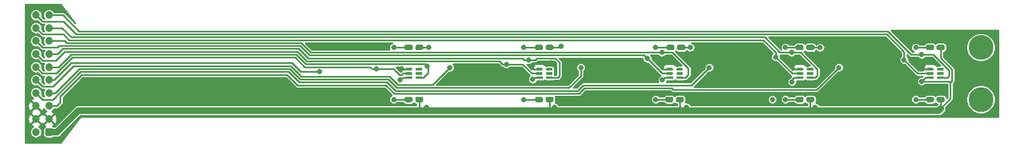
<source format=gbr>
%TF.GenerationSoftware,KiCad,Pcbnew,(5.1.7)-1*%
%TF.CreationDate,2020-11-11T22:14:18+01:00*%
%TF.ProjectId,rgb_sensor_v2,7267625f-7365-46e7-936f-725f76322e6b,rev?*%
%TF.SameCoordinates,Original*%
%TF.FileFunction,Copper,L2,Bot*%
%TF.FilePolarity,Positive*%
%FSLAX46Y46*%
G04 Gerber Fmt 4.6, Leading zero omitted, Abs format (unit mm)*
G04 Created by KiCad (PCBNEW (5.1.7)-1) date 2020-11-11 22:14:18*
%MOMM*%
%LPD*%
G01*
G04 APERTURE LIST*
%TA.AperFunction,ComponentPad*%
%ADD10C,1.200000*%
%TD*%
%TA.AperFunction,ComponentPad*%
%ADD11C,3.800000*%
%TD*%
%TA.AperFunction,SMDPad,CuDef*%
%ADD12C,0.100000*%
%TD*%
%TA.AperFunction,SMDPad,CuDef*%
%ADD13R,1.000000X0.400000*%
%TD*%
%TA.AperFunction,ViaPad*%
%ADD14C,0.800000*%
%TD*%
%TA.AperFunction,Conductor*%
%ADD15C,0.250000*%
%TD*%
%TA.AperFunction,Conductor*%
%ADD16C,1.000000*%
%TD*%
%TA.AperFunction,Conductor*%
%ADD17C,0.254000*%
%TD*%
%TA.AperFunction,Conductor*%
%ADD18C,0.100000*%
%TD*%
G04 APERTURE END LIST*
D10*
%TO.P,J1,20*%
%TO.N,SCL1*%
X90400000Y-88500000D03*
%TO.P,J1,18*%
%TO.N,SCL2*%
X90400000Y-90500000D03*
%TO.P,J1,16*%
%TO.N,SCL3*%
X90400000Y-92500000D03*
%TO.P,J1,14*%
%TO.N,SCL4*%
X90400000Y-94500000D03*
%TO.P,J1,12*%
%TO.N,SCL5*%
X90400000Y-96500000D03*
%TO.P,J1,10*%
%TO.N,LED4*%
X90400000Y-98500000D03*
%TO.P,J1,8*%
%TO.N,LED2*%
X90400000Y-100500000D03*
%TO.P,J1,6*%
%TO.N,GND*%
X90400000Y-102500000D03*
%TO.P,J1,4*%
X90400000Y-104500000D03*
%TO.P,J1,2*%
%TO.N,+3V3*%
X90400000Y-106500000D03*
%TO.P,J1,19*%
%TO.N,SDA1*%
X92400000Y-88500000D03*
%TO.P,J1,17*%
%TO.N,SDA2*%
X92400000Y-90500000D03*
%TO.P,J1,15*%
%TO.N,SDA3*%
X92400000Y-92500000D03*
%TO.P,J1,13*%
%TO.N,SDA4*%
X92400000Y-94500000D03*
%TO.P,J1,11*%
%TO.N,SDA5*%
X92400000Y-96500000D03*
%TO.P,J1,9*%
%TO.N,LED5*%
X92400000Y-98500000D03*
%TO.P,J1,7*%
%TO.N,LED3*%
X92400000Y-100500000D03*
%TO.P,J1,5*%
%TO.N,LED1*%
X92400000Y-102500000D03*
%TO.P,J1,3*%
%TO.N,GND*%
X92400000Y-104500000D03*
%TO.P,J1,1*%
%TO.N,+3V3*%
%TA.AperFunction,ComponentPad*%
G36*
G01*
X92750001Y-107100000D02*
X92049999Y-107100000D01*
G75*
G02*
X91800000Y-106850001I0J249999D01*
G01*
X91800000Y-106149999D01*
G75*
G02*
X92049999Y-105900000I249999J0D01*
G01*
X92750001Y-105900000D01*
G75*
G02*
X93000000Y-106149999I0J-249999D01*
G01*
X93000000Y-106850001D01*
G75*
G02*
X92750001Y-107100000I-249999J0D01*
G01*
G37*
%TD.AperFunction*%
%TD*%
D11*
%TO.P,H2,1*%
%TO.N,N/C*%
X235400000Y-101500000D03*
%TD*%
%TO.P,H1,1*%
%TO.N,N/C*%
X235400000Y-93500000D03*
%TD*%
%TA.AperFunction,SMDPad,CuDef*%
D12*
%TO.P,U5,6*%
%TO.N,SDA5*%
G36*
X149650000Y-98349999D02*
G01*
X148850000Y-98349999D01*
X148834308Y-98349382D01*
X148818713Y-98347537D01*
X148803311Y-98344473D01*
X148788197Y-98340210D01*
X148773463Y-98334775D01*
X148759202Y-98328200D01*
X148745500Y-98320527D01*
X148732443Y-98311802D01*
X148720110Y-98302080D01*
X148708579Y-98291420D01*
X148697919Y-98279889D01*
X148688197Y-98267556D01*
X148679472Y-98254499D01*
X148671799Y-98240797D01*
X148665224Y-98226536D01*
X148659789Y-98211802D01*
X148655526Y-98196688D01*
X148652462Y-98181286D01*
X148650617Y-98165691D01*
X148650000Y-98149999D01*
X148650617Y-98134307D01*
X148652462Y-98118712D01*
X148655526Y-98103310D01*
X148659789Y-98088196D01*
X148665224Y-98073462D01*
X148671799Y-98059201D01*
X148679472Y-98045499D01*
X148688197Y-98032442D01*
X148697919Y-98020109D01*
X148708579Y-98008578D01*
X148720110Y-97997918D01*
X148732443Y-97988196D01*
X148745500Y-97979471D01*
X148759202Y-97971798D01*
X148773463Y-97965223D01*
X148788197Y-97959788D01*
X148803311Y-97955525D01*
X148818713Y-97952461D01*
X148834308Y-97950616D01*
X148850000Y-97949999D01*
X149650000Y-97949999D01*
X149650000Y-98349999D01*
G37*
%TD.AperFunction*%
%TA.AperFunction,SMDPad,CuDef*%
%TO.P,U5,5*%
%TO.N,N/C*%
G36*
X149650000Y-97699999D02*
G01*
X148850000Y-97699999D01*
X148834308Y-97699382D01*
X148818713Y-97697537D01*
X148803311Y-97694473D01*
X148788197Y-97690210D01*
X148773463Y-97684775D01*
X148759202Y-97678200D01*
X148745500Y-97670527D01*
X148732443Y-97661802D01*
X148720110Y-97652080D01*
X148708579Y-97641420D01*
X148697919Y-97629889D01*
X148688197Y-97617556D01*
X148679472Y-97604499D01*
X148671799Y-97590797D01*
X148665224Y-97576536D01*
X148659789Y-97561802D01*
X148655526Y-97546688D01*
X148652462Y-97531286D01*
X148650617Y-97515691D01*
X148650000Y-97499999D01*
X148650617Y-97484307D01*
X148652462Y-97468712D01*
X148655526Y-97453310D01*
X148659789Y-97438196D01*
X148665224Y-97423462D01*
X148671799Y-97409201D01*
X148679472Y-97395499D01*
X148688197Y-97382442D01*
X148697919Y-97370109D01*
X148708579Y-97358578D01*
X148720110Y-97347918D01*
X148732443Y-97338196D01*
X148745500Y-97329471D01*
X148759202Y-97321798D01*
X148773463Y-97315223D01*
X148788197Y-97309788D01*
X148803311Y-97305525D01*
X148818713Y-97302461D01*
X148834308Y-97300616D01*
X148850000Y-97299999D01*
X149650000Y-97299999D01*
X149650000Y-97699999D01*
G37*
%TD.AperFunction*%
%TA.AperFunction,SMDPad,CuDef*%
%TO.P,U5,4*%
G36*
X149650000Y-97049999D02*
G01*
X148850000Y-97049999D01*
X148834308Y-97049382D01*
X148818713Y-97047537D01*
X148803311Y-97044473D01*
X148788197Y-97040210D01*
X148773463Y-97034775D01*
X148759202Y-97028200D01*
X148745500Y-97020527D01*
X148732443Y-97011802D01*
X148720110Y-97002080D01*
X148708579Y-96991420D01*
X148697919Y-96979889D01*
X148688197Y-96967556D01*
X148679472Y-96954499D01*
X148671799Y-96940797D01*
X148665224Y-96926536D01*
X148659789Y-96911802D01*
X148655526Y-96896688D01*
X148652462Y-96881286D01*
X148650617Y-96865691D01*
X148650000Y-96849999D01*
X148650617Y-96834307D01*
X148652462Y-96818712D01*
X148655526Y-96803310D01*
X148659789Y-96788196D01*
X148665224Y-96773462D01*
X148671799Y-96759201D01*
X148679472Y-96745499D01*
X148688197Y-96732442D01*
X148697919Y-96720109D01*
X148708579Y-96708578D01*
X148720110Y-96697918D01*
X148732443Y-96688196D01*
X148745500Y-96679471D01*
X148759202Y-96671798D01*
X148773463Y-96665223D01*
X148788197Y-96659788D01*
X148803311Y-96655525D01*
X148818713Y-96652461D01*
X148834308Y-96650616D01*
X148850000Y-96649999D01*
X149650000Y-96649999D01*
X149650000Y-97049999D01*
G37*
%TD.AperFunction*%
%TA.AperFunction,SMDPad,CuDef*%
%TO.P,U5,3*%
%TO.N,GND*%
G36*
X147965692Y-96650616D02*
G01*
X147981287Y-96652461D01*
X147996689Y-96655525D01*
X148011803Y-96659788D01*
X148026537Y-96665223D01*
X148040798Y-96671798D01*
X148054500Y-96679471D01*
X148067557Y-96688196D01*
X148079890Y-96697918D01*
X148091421Y-96708578D01*
X148102081Y-96720109D01*
X148111803Y-96732442D01*
X148120528Y-96745499D01*
X148128201Y-96759201D01*
X148134776Y-96773462D01*
X148140211Y-96788196D01*
X148144474Y-96803310D01*
X148147538Y-96818712D01*
X148149383Y-96834307D01*
X148150000Y-96849999D01*
X148149383Y-96865691D01*
X148147538Y-96881286D01*
X148144474Y-96896688D01*
X148140211Y-96911802D01*
X148134776Y-96926536D01*
X148128201Y-96940797D01*
X148120528Y-96954499D01*
X148111803Y-96967556D01*
X148102081Y-96979889D01*
X148091421Y-96991420D01*
X148079890Y-97002080D01*
X148067557Y-97011802D01*
X148054500Y-97020527D01*
X148040798Y-97028200D01*
X148026537Y-97034775D01*
X148011803Y-97040210D01*
X147996689Y-97044473D01*
X147981287Y-97047537D01*
X147965692Y-97049382D01*
X147950000Y-97049999D01*
X147150000Y-97049999D01*
X147150000Y-96649999D01*
X147950000Y-96649999D01*
X147965692Y-96650616D01*
G37*
%TD.AperFunction*%
%TA.AperFunction,SMDPad,CuDef*%
%TO.P,U5,2*%
%TO.N,SCL5*%
G36*
X147965692Y-97300616D02*
G01*
X147981287Y-97302461D01*
X147996689Y-97305525D01*
X148011803Y-97309788D01*
X148026537Y-97315223D01*
X148040798Y-97321798D01*
X148054500Y-97329471D01*
X148067557Y-97338196D01*
X148079890Y-97347918D01*
X148091421Y-97358578D01*
X148102081Y-97370109D01*
X148111803Y-97382442D01*
X148120528Y-97395499D01*
X148128201Y-97409201D01*
X148134776Y-97423462D01*
X148140211Y-97438196D01*
X148144474Y-97453310D01*
X148147538Y-97468712D01*
X148149383Y-97484307D01*
X148150000Y-97499999D01*
X148149383Y-97515691D01*
X148147538Y-97531286D01*
X148144474Y-97546688D01*
X148140211Y-97561802D01*
X148134776Y-97576536D01*
X148128201Y-97590797D01*
X148120528Y-97604499D01*
X148111803Y-97617556D01*
X148102081Y-97629889D01*
X148091421Y-97641420D01*
X148079890Y-97652080D01*
X148067557Y-97661802D01*
X148054500Y-97670527D01*
X148040798Y-97678200D01*
X148026537Y-97684775D01*
X148011803Y-97690210D01*
X147996689Y-97694473D01*
X147981287Y-97697537D01*
X147965692Y-97699382D01*
X147950000Y-97699999D01*
X147150000Y-97699999D01*
X147150000Y-97299999D01*
X147950000Y-97299999D01*
X147965692Y-97300616D01*
G37*
%TD.AperFunction*%
D13*
%TO.P,U5,1*%
%TO.N,+3V3*%
X147650000Y-98149999D03*
%TD*%
%TA.AperFunction,SMDPad,CuDef*%
D12*
%TO.P,U4,6*%
%TO.N,SDA4*%
G36*
X169650000Y-98349999D02*
G01*
X168850000Y-98349999D01*
X168834308Y-98349382D01*
X168818713Y-98347537D01*
X168803311Y-98344473D01*
X168788197Y-98340210D01*
X168773463Y-98334775D01*
X168759202Y-98328200D01*
X168745500Y-98320527D01*
X168732443Y-98311802D01*
X168720110Y-98302080D01*
X168708579Y-98291420D01*
X168697919Y-98279889D01*
X168688197Y-98267556D01*
X168679472Y-98254499D01*
X168671799Y-98240797D01*
X168665224Y-98226536D01*
X168659789Y-98211802D01*
X168655526Y-98196688D01*
X168652462Y-98181286D01*
X168650617Y-98165691D01*
X168650000Y-98149999D01*
X168650617Y-98134307D01*
X168652462Y-98118712D01*
X168655526Y-98103310D01*
X168659789Y-98088196D01*
X168665224Y-98073462D01*
X168671799Y-98059201D01*
X168679472Y-98045499D01*
X168688197Y-98032442D01*
X168697919Y-98020109D01*
X168708579Y-98008578D01*
X168720110Y-97997918D01*
X168732443Y-97988196D01*
X168745500Y-97979471D01*
X168759202Y-97971798D01*
X168773463Y-97965223D01*
X168788197Y-97959788D01*
X168803311Y-97955525D01*
X168818713Y-97952461D01*
X168834308Y-97950616D01*
X168850000Y-97949999D01*
X169650000Y-97949999D01*
X169650000Y-98349999D01*
G37*
%TD.AperFunction*%
%TA.AperFunction,SMDPad,CuDef*%
%TO.P,U4,5*%
%TO.N,N/C*%
G36*
X169650000Y-97699999D02*
G01*
X168850000Y-97699999D01*
X168834308Y-97699382D01*
X168818713Y-97697537D01*
X168803311Y-97694473D01*
X168788197Y-97690210D01*
X168773463Y-97684775D01*
X168759202Y-97678200D01*
X168745500Y-97670527D01*
X168732443Y-97661802D01*
X168720110Y-97652080D01*
X168708579Y-97641420D01*
X168697919Y-97629889D01*
X168688197Y-97617556D01*
X168679472Y-97604499D01*
X168671799Y-97590797D01*
X168665224Y-97576536D01*
X168659789Y-97561802D01*
X168655526Y-97546688D01*
X168652462Y-97531286D01*
X168650617Y-97515691D01*
X168650000Y-97499999D01*
X168650617Y-97484307D01*
X168652462Y-97468712D01*
X168655526Y-97453310D01*
X168659789Y-97438196D01*
X168665224Y-97423462D01*
X168671799Y-97409201D01*
X168679472Y-97395499D01*
X168688197Y-97382442D01*
X168697919Y-97370109D01*
X168708579Y-97358578D01*
X168720110Y-97347918D01*
X168732443Y-97338196D01*
X168745500Y-97329471D01*
X168759202Y-97321798D01*
X168773463Y-97315223D01*
X168788197Y-97309788D01*
X168803311Y-97305525D01*
X168818713Y-97302461D01*
X168834308Y-97300616D01*
X168850000Y-97299999D01*
X169650000Y-97299999D01*
X169650000Y-97699999D01*
G37*
%TD.AperFunction*%
%TA.AperFunction,SMDPad,CuDef*%
%TO.P,U4,4*%
G36*
X169650000Y-97049999D02*
G01*
X168850000Y-97049999D01*
X168834308Y-97049382D01*
X168818713Y-97047537D01*
X168803311Y-97044473D01*
X168788197Y-97040210D01*
X168773463Y-97034775D01*
X168759202Y-97028200D01*
X168745500Y-97020527D01*
X168732443Y-97011802D01*
X168720110Y-97002080D01*
X168708579Y-96991420D01*
X168697919Y-96979889D01*
X168688197Y-96967556D01*
X168679472Y-96954499D01*
X168671799Y-96940797D01*
X168665224Y-96926536D01*
X168659789Y-96911802D01*
X168655526Y-96896688D01*
X168652462Y-96881286D01*
X168650617Y-96865691D01*
X168650000Y-96849999D01*
X168650617Y-96834307D01*
X168652462Y-96818712D01*
X168655526Y-96803310D01*
X168659789Y-96788196D01*
X168665224Y-96773462D01*
X168671799Y-96759201D01*
X168679472Y-96745499D01*
X168688197Y-96732442D01*
X168697919Y-96720109D01*
X168708579Y-96708578D01*
X168720110Y-96697918D01*
X168732443Y-96688196D01*
X168745500Y-96679471D01*
X168759202Y-96671798D01*
X168773463Y-96665223D01*
X168788197Y-96659788D01*
X168803311Y-96655525D01*
X168818713Y-96652461D01*
X168834308Y-96650616D01*
X168850000Y-96649999D01*
X169650000Y-96649999D01*
X169650000Y-97049999D01*
G37*
%TD.AperFunction*%
%TA.AperFunction,SMDPad,CuDef*%
%TO.P,U4,3*%
%TO.N,GND*%
G36*
X167965692Y-96650616D02*
G01*
X167981287Y-96652461D01*
X167996689Y-96655525D01*
X168011803Y-96659788D01*
X168026537Y-96665223D01*
X168040798Y-96671798D01*
X168054500Y-96679471D01*
X168067557Y-96688196D01*
X168079890Y-96697918D01*
X168091421Y-96708578D01*
X168102081Y-96720109D01*
X168111803Y-96732442D01*
X168120528Y-96745499D01*
X168128201Y-96759201D01*
X168134776Y-96773462D01*
X168140211Y-96788196D01*
X168144474Y-96803310D01*
X168147538Y-96818712D01*
X168149383Y-96834307D01*
X168150000Y-96849999D01*
X168149383Y-96865691D01*
X168147538Y-96881286D01*
X168144474Y-96896688D01*
X168140211Y-96911802D01*
X168134776Y-96926536D01*
X168128201Y-96940797D01*
X168120528Y-96954499D01*
X168111803Y-96967556D01*
X168102081Y-96979889D01*
X168091421Y-96991420D01*
X168079890Y-97002080D01*
X168067557Y-97011802D01*
X168054500Y-97020527D01*
X168040798Y-97028200D01*
X168026537Y-97034775D01*
X168011803Y-97040210D01*
X167996689Y-97044473D01*
X167981287Y-97047537D01*
X167965692Y-97049382D01*
X167950000Y-97049999D01*
X167150000Y-97049999D01*
X167150000Y-96649999D01*
X167950000Y-96649999D01*
X167965692Y-96650616D01*
G37*
%TD.AperFunction*%
%TA.AperFunction,SMDPad,CuDef*%
%TO.P,U4,2*%
%TO.N,SCL4*%
G36*
X167965692Y-97300616D02*
G01*
X167981287Y-97302461D01*
X167996689Y-97305525D01*
X168011803Y-97309788D01*
X168026537Y-97315223D01*
X168040798Y-97321798D01*
X168054500Y-97329471D01*
X168067557Y-97338196D01*
X168079890Y-97347918D01*
X168091421Y-97358578D01*
X168102081Y-97370109D01*
X168111803Y-97382442D01*
X168120528Y-97395499D01*
X168128201Y-97409201D01*
X168134776Y-97423462D01*
X168140211Y-97438196D01*
X168144474Y-97453310D01*
X168147538Y-97468712D01*
X168149383Y-97484307D01*
X168150000Y-97499999D01*
X168149383Y-97515691D01*
X168147538Y-97531286D01*
X168144474Y-97546688D01*
X168140211Y-97561802D01*
X168134776Y-97576536D01*
X168128201Y-97590797D01*
X168120528Y-97604499D01*
X168111803Y-97617556D01*
X168102081Y-97629889D01*
X168091421Y-97641420D01*
X168079890Y-97652080D01*
X168067557Y-97661802D01*
X168054500Y-97670527D01*
X168040798Y-97678200D01*
X168026537Y-97684775D01*
X168011803Y-97690210D01*
X167996689Y-97694473D01*
X167981287Y-97697537D01*
X167965692Y-97699382D01*
X167950000Y-97699999D01*
X167150000Y-97699999D01*
X167150000Y-97299999D01*
X167950000Y-97299999D01*
X167965692Y-97300616D01*
G37*
%TD.AperFunction*%
D13*
%TO.P,U4,1*%
%TO.N,+3V3*%
X167650000Y-98149999D03*
%TD*%
%TA.AperFunction,SMDPad,CuDef*%
D12*
%TO.P,U3,6*%
%TO.N,SDA3*%
G36*
X189650000Y-98349999D02*
G01*
X188850000Y-98349999D01*
X188834308Y-98349382D01*
X188818713Y-98347537D01*
X188803311Y-98344473D01*
X188788197Y-98340210D01*
X188773463Y-98334775D01*
X188759202Y-98328200D01*
X188745500Y-98320527D01*
X188732443Y-98311802D01*
X188720110Y-98302080D01*
X188708579Y-98291420D01*
X188697919Y-98279889D01*
X188688197Y-98267556D01*
X188679472Y-98254499D01*
X188671799Y-98240797D01*
X188665224Y-98226536D01*
X188659789Y-98211802D01*
X188655526Y-98196688D01*
X188652462Y-98181286D01*
X188650617Y-98165691D01*
X188650000Y-98149999D01*
X188650617Y-98134307D01*
X188652462Y-98118712D01*
X188655526Y-98103310D01*
X188659789Y-98088196D01*
X188665224Y-98073462D01*
X188671799Y-98059201D01*
X188679472Y-98045499D01*
X188688197Y-98032442D01*
X188697919Y-98020109D01*
X188708579Y-98008578D01*
X188720110Y-97997918D01*
X188732443Y-97988196D01*
X188745500Y-97979471D01*
X188759202Y-97971798D01*
X188773463Y-97965223D01*
X188788197Y-97959788D01*
X188803311Y-97955525D01*
X188818713Y-97952461D01*
X188834308Y-97950616D01*
X188850000Y-97949999D01*
X189650000Y-97949999D01*
X189650000Y-98349999D01*
G37*
%TD.AperFunction*%
%TA.AperFunction,SMDPad,CuDef*%
%TO.P,U3,5*%
%TO.N,N/C*%
G36*
X189650000Y-97699999D02*
G01*
X188850000Y-97699999D01*
X188834308Y-97699382D01*
X188818713Y-97697537D01*
X188803311Y-97694473D01*
X188788197Y-97690210D01*
X188773463Y-97684775D01*
X188759202Y-97678200D01*
X188745500Y-97670527D01*
X188732443Y-97661802D01*
X188720110Y-97652080D01*
X188708579Y-97641420D01*
X188697919Y-97629889D01*
X188688197Y-97617556D01*
X188679472Y-97604499D01*
X188671799Y-97590797D01*
X188665224Y-97576536D01*
X188659789Y-97561802D01*
X188655526Y-97546688D01*
X188652462Y-97531286D01*
X188650617Y-97515691D01*
X188650000Y-97499999D01*
X188650617Y-97484307D01*
X188652462Y-97468712D01*
X188655526Y-97453310D01*
X188659789Y-97438196D01*
X188665224Y-97423462D01*
X188671799Y-97409201D01*
X188679472Y-97395499D01*
X188688197Y-97382442D01*
X188697919Y-97370109D01*
X188708579Y-97358578D01*
X188720110Y-97347918D01*
X188732443Y-97338196D01*
X188745500Y-97329471D01*
X188759202Y-97321798D01*
X188773463Y-97315223D01*
X188788197Y-97309788D01*
X188803311Y-97305525D01*
X188818713Y-97302461D01*
X188834308Y-97300616D01*
X188850000Y-97299999D01*
X189650000Y-97299999D01*
X189650000Y-97699999D01*
G37*
%TD.AperFunction*%
%TA.AperFunction,SMDPad,CuDef*%
%TO.P,U3,4*%
G36*
X189650000Y-97049999D02*
G01*
X188850000Y-97049999D01*
X188834308Y-97049382D01*
X188818713Y-97047537D01*
X188803311Y-97044473D01*
X188788197Y-97040210D01*
X188773463Y-97034775D01*
X188759202Y-97028200D01*
X188745500Y-97020527D01*
X188732443Y-97011802D01*
X188720110Y-97002080D01*
X188708579Y-96991420D01*
X188697919Y-96979889D01*
X188688197Y-96967556D01*
X188679472Y-96954499D01*
X188671799Y-96940797D01*
X188665224Y-96926536D01*
X188659789Y-96911802D01*
X188655526Y-96896688D01*
X188652462Y-96881286D01*
X188650617Y-96865691D01*
X188650000Y-96849999D01*
X188650617Y-96834307D01*
X188652462Y-96818712D01*
X188655526Y-96803310D01*
X188659789Y-96788196D01*
X188665224Y-96773462D01*
X188671799Y-96759201D01*
X188679472Y-96745499D01*
X188688197Y-96732442D01*
X188697919Y-96720109D01*
X188708579Y-96708578D01*
X188720110Y-96697918D01*
X188732443Y-96688196D01*
X188745500Y-96679471D01*
X188759202Y-96671798D01*
X188773463Y-96665223D01*
X188788197Y-96659788D01*
X188803311Y-96655525D01*
X188818713Y-96652461D01*
X188834308Y-96650616D01*
X188850000Y-96649999D01*
X189650000Y-96649999D01*
X189650000Y-97049999D01*
G37*
%TD.AperFunction*%
%TA.AperFunction,SMDPad,CuDef*%
%TO.P,U3,3*%
%TO.N,GND*%
G36*
X187965692Y-96650616D02*
G01*
X187981287Y-96652461D01*
X187996689Y-96655525D01*
X188011803Y-96659788D01*
X188026537Y-96665223D01*
X188040798Y-96671798D01*
X188054500Y-96679471D01*
X188067557Y-96688196D01*
X188079890Y-96697918D01*
X188091421Y-96708578D01*
X188102081Y-96720109D01*
X188111803Y-96732442D01*
X188120528Y-96745499D01*
X188128201Y-96759201D01*
X188134776Y-96773462D01*
X188140211Y-96788196D01*
X188144474Y-96803310D01*
X188147538Y-96818712D01*
X188149383Y-96834307D01*
X188150000Y-96849999D01*
X188149383Y-96865691D01*
X188147538Y-96881286D01*
X188144474Y-96896688D01*
X188140211Y-96911802D01*
X188134776Y-96926536D01*
X188128201Y-96940797D01*
X188120528Y-96954499D01*
X188111803Y-96967556D01*
X188102081Y-96979889D01*
X188091421Y-96991420D01*
X188079890Y-97002080D01*
X188067557Y-97011802D01*
X188054500Y-97020527D01*
X188040798Y-97028200D01*
X188026537Y-97034775D01*
X188011803Y-97040210D01*
X187996689Y-97044473D01*
X187981287Y-97047537D01*
X187965692Y-97049382D01*
X187950000Y-97049999D01*
X187150000Y-97049999D01*
X187150000Y-96649999D01*
X187950000Y-96649999D01*
X187965692Y-96650616D01*
G37*
%TD.AperFunction*%
%TA.AperFunction,SMDPad,CuDef*%
%TO.P,U3,2*%
%TO.N,SCL3*%
G36*
X187965692Y-97300616D02*
G01*
X187981287Y-97302461D01*
X187996689Y-97305525D01*
X188011803Y-97309788D01*
X188026537Y-97315223D01*
X188040798Y-97321798D01*
X188054500Y-97329471D01*
X188067557Y-97338196D01*
X188079890Y-97347918D01*
X188091421Y-97358578D01*
X188102081Y-97370109D01*
X188111803Y-97382442D01*
X188120528Y-97395499D01*
X188128201Y-97409201D01*
X188134776Y-97423462D01*
X188140211Y-97438196D01*
X188144474Y-97453310D01*
X188147538Y-97468712D01*
X188149383Y-97484307D01*
X188150000Y-97499999D01*
X188149383Y-97515691D01*
X188147538Y-97531286D01*
X188144474Y-97546688D01*
X188140211Y-97561802D01*
X188134776Y-97576536D01*
X188128201Y-97590797D01*
X188120528Y-97604499D01*
X188111803Y-97617556D01*
X188102081Y-97629889D01*
X188091421Y-97641420D01*
X188079890Y-97652080D01*
X188067557Y-97661802D01*
X188054500Y-97670527D01*
X188040798Y-97678200D01*
X188026537Y-97684775D01*
X188011803Y-97690210D01*
X187996689Y-97694473D01*
X187981287Y-97697537D01*
X187965692Y-97699382D01*
X187950000Y-97699999D01*
X187150000Y-97699999D01*
X187150000Y-97299999D01*
X187950000Y-97299999D01*
X187965692Y-97300616D01*
G37*
%TD.AperFunction*%
D13*
%TO.P,U3,1*%
%TO.N,+3V3*%
X187650000Y-98149999D03*
%TD*%
%TA.AperFunction,SMDPad,CuDef*%
D12*
%TO.P,U2,6*%
%TO.N,SDA2*%
G36*
X209650000Y-98349999D02*
G01*
X208850000Y-98349999D01*
X208834308Y-98349382D01*
X208818713Y-98347537D01*
X208803311Y-98344473D01*
X208788197Y-98340210D01*
X208773463Y-98334775D01*
X208759202Y-98328200D01*
X208745500Y-98320527D01*
X208732443Y-98311802D01*
X208720110Y-98302080D01*
X208708579Y-98291420D01*
X208697919Y-98279889D01*
X208688197Y-98267556D01*
X208679472Y-98254499D01*
X208671799Y-98240797D01*
X208665224Y-98226536D01*
X208659789Y-98211802D01*
X208655526Y-98196688D01*
X208652462Y-98181286D01*
X208650617Y-98165691D01*
X208650000Y-98149999D01*
X208650617Y-98134307D01*
X208652462Y-98118712D01*
X208655526Y-98103310D01*
X208659789Y-98088196D01*
X208665224Y-98073462D01*
X208671799Y-98059201D01*
X208679472Y-98045499D01*
X208688197Y-98032442D01*
X208697919Y-98020109D01*
X208708579Y-98008578D01*
X208720110Y-97997918D01*
X208732443Y-97988196D01*
X208745500Y-97979471D01*
X208759202Y-97971798D01*
X208773463Y-97965223D01*
X208788197Y-97959788D01*
X208803311Y-97955525D01*
X208818713Y-97952461D01*
X208834308Y-97950616D01*
X208850000Y-97949999D01*
X209650000Y-97949999D01*
X209650000Y-98349999D01*
G37*
%TD.AperFunction*%
%TA.AperFunction,SMDPad,CuDef*%
%TO.P,U2,5*%
%TO.N,N/C*%
G36*
X209650000Y-97699999D02*
G01*
X208850000Y-97699999D01*
X208834308Y-97699382D01*
X208818713Y-97697537D01*
X208803311Y-97694473D01*
X208788197Y-97690210D01*
X208773463Y-97684775D01*
X208759202Y-97678200D01*
X208745500Y-97670527D01*
X208732443Y-97661802D01*
X208720110Y-97652080D01*
X208708579Y-97641420D01*
X208697919Y-97629889D01*
X208688197Y-97617556D01*
X208679472Y-97604499D01*
X208671799Y-97590797D01*
X208665224Y-97576536D01*
X208659789Y-97561802D01*
X208655526Y-97546688D01*
X208652462Y-97531286D01*
X208650617Y-97515691D01*
X208650000Y-97499999D01*
X208650617Y-97484307D01*
X208652462Y-97468712D01*
X208655526Y-97453310D01*
X208659789Y-97438196D01*
X208665224Y-97423462D01*
X208671799Y-97409201D01*
X208679472Y-97395499D01*
X208688197Y-97382442D01*
X208697919Y-97370109D01*
X208708579Y-97358578D01*
X208720110Y-97347918D01*
X208732443Y-97338196D01*
X208745500Y-97329471D01*
X208759202Y-97321798D01*
X208773463Y-97315223D01*
X208788197Y-97309788D01*
X208803311Y-97305525D01*
X208818713Y-97302461D01*
X208834308Y-97300616D01*
X208850000Y-97299999D01*
X209650000Y-97299999D01*
X209650000Y-97699999D01*
G37*
%TD.AperFunction*%
%TA.AperFunction,SMDPad,CuDef*%
%TO.P,U2,4*%
G36*
X209650000Y-97049999D02*
G01*
X208850000Y-97049999D01*
X208834308Y-97049382D01*
X208818713Y-97047537D01*
X208803311Y-97044473D01*
X208788197Y-97040210D01*
X208773463Y-97034775D01*
X208759202Y-97028200D01*
X208745500Y-97020527D01*
X208732443Y-97011802D01*
X208720110Y-97002080D01*
X208708579Y-96991420D01*
X208697919Y-96979889D01*
X208688197Y-96967556D01*
X208679472Y-96954499D01*
X208671799Y-96940797D01*
X208665224Y-96926536D01*
X208659789Y-96911802D01*
X208655526Y-96896688D01*
X208652462Y-96881286D01*
X208650617Y-96865691D01*
X208650000Y-96849999D01*
X208650617Y-96834307D01*
X208652462Y-96818712D01*
X208655526Y-96803310D01*
X208659789Y-96788196D01*
X208665224Y-96773462D01*
X208671799Y-96759201D01*
X208679472Y-96745499D01*
X208688197Y-96732442D01*
X208697919Y-96720109D01*
X208708579Y-96708578D01*
X208720110Y-96697918D01*
X208732443Y-96688196D01*
X208745500Y-96679471D01*
X208759202Y-96671798D01*
X208773463Y-96665223D01*
X208788197Y-96659788D01*
X208803311Y-96655525D01*
X208818713Y-96652461D01*
X208834308Y-96650616D01*
X208850000Y-96649999D01*
X209650000Y-96649999D01*
X209650000Y-97049999D01*
G37*
%TD.AperFunction*%
%TA.AperFunction,SMDPad,CuDef*%
%TO.P,U2,3*%
%TO.N,GND*%
G36*
X207965692Y-96650616D02*
G01*
X207981287Y-96652461D01*
X207996689Y-96655525D01*
X208011803Y-96659788D01*
X208026537Y-96665223D01*
X208040798Y-96671798D01*
X208054500Y-96679471D01*
X208067557Y-96688196D01*
X208079890Y-96697918D01*
X208091421Y-96708578D01*
X208102081Y-96720109D01*
X208111803Y-96732442D01*
X208120528Y-96745499D01*
X208128201Y-96759201D01*
X208134776Y-96773462D01*
X208140211Y-96788196D01*
X208144474Y-96803310D01*
X208147538Y-96818712D01*
X208149383Y-96834307D01*
X208150000Y-96849999D01*
X208149383Y-96865691D01*
X208147538Y-96881286D01*
X208144474Y-96896688D01*
X208140211Y-96911802D01*
X208134776Y-96926536D01*
X208128201Y-96940797D01*
X208120528Y-96954499D01*
X208111803Y-96967556D01*
X208102081Y-96979889D01*
X208091421Y-96991420D01*
X208079890Y-97002080D01*
X208067557Y-97011802D01*
X208054500Y-97020527D01*
X208040798Y-97028200D01*
X208026537Y-97034775D01*
X208011803Y-97040210D01*
X207996689Y-97044473D01*
X207981287Y-97047537D01*
X207965692Y-97049382D01*
X207950000Y-97049999D01*
X207150000Y-97049999D01*
X207150000Y-96649999D01*
X207950000Y-96649999D01*
X207965692Y-96650616D01*
G37*
%TD.AperFunction*%
%TA.AperFunction,SMDPad,CuDef*%
%TO.P,U2,2*%
%TO.N,SCL2*%
G36*
X207965692Y-97300616D02*
G01*
X207981287Y-97302461D01*
X207996689Y-97305525D01*
X208011803Y-97309788D01*
X208026537Y-97315223D01*
X208040798Y-97321798D01*
X208054500Y-97329471D01*
X208067557Y-97338196D01*
X208079890Y-97347918D01*
X208091421Y-97358578D01*
X208102081Y-97370109D01*
X208111803Y-97382442D01*
X208120528Y-97395499D01*
X208128201Y-97409201D01*
X208134776Y-97423462D01*
X208140211Y-97438196D01*
X208144474Y-97453310D01*
X208147538Y-97468712D01*
X208149383Y-97484307D01*
X208150000Y-97499999D01*
X208149383Y-97515691D01*
X208147538Y-97531286D01*
X208144474Y-97546688D01*
X208140211Y-97561802D01*
X208134776Y-97576536D01*
X208128201Y-97590797D01*
X208120528Y-97604499D01*
X208111803Y-97617556D01*
X208102081Y-97629889D01*
X208091421Y-97641420D01*
X208079890Y-97652080D01*
X208067557Y-97661802D01*
X208054500Y-97670527D01*
X208040798Y-97678200D01*
X208026537Y-97684775D01*
X208011803Y-97690210D01*
X207996689Y-97694473D01*
X207981287Y-97697537D01*
X207965692Y-97699382D01*
X207950000Y-97699999D01*
X207150000Y-97699999D01*
X207150000Y-97299999D01*
X207950000Y-97299999D01*
X207965692Y-97300616D01*
G37*
%TD.AperFunction*%
D13*
%TO.P,U2,1*%
%TO.N,+3V3*%
X207650000Y-98149999D03*
%TD*%
%TA.AperFunction,SMDPad,CuDef*%
D12*
%TO.P,U1,6*%
%TO.N,SDA1*%
G36*
X229650000Y-98349999D02*
G01*
X228850000Y-98349999D01*
X228834308Y-98349382D01*
X228818713Y-98347537D01*
X228803311Y-98344473D01*
X228788197Y-98340210D01*
X228773463Y-98334775D01*
X228759202Y-98328200D01*
X228745500Y-98320527D01*
X228732443Y-98311802D01*
X228720110Y-98302080D01*
X228708579Y-98291420D01*
X228697919Y-98279889D01*
X228688197Y-98267556D01*
X228679472Y-98254499D01*
X228671799Y-98240797D01*
X228665224Y-98226536D01*
X228659789Y-98211802D01*
X228655526Y-98196688D01*
X228652462Y-98181286D01*
X228650617Y-98165691D01*
X228650000Y-98149999D01*
X228650617Y-98134307D01*
X228652462Y-98118712D01*
X228655526Y-98103310D01*
X228659789Y-98088196D01*
X228665224Y-98073462D01*
X228671799Y-98059201D01*
X228679472Y-98045499D01*
X228688197Y-98032442D01*
X228697919Y-98020109D01*
X228708579Y-98008578D01*
X228720110Y-97997918D01*
X228732443Y-97988196D01*
X228745500Y-97979471D01*
X228759202Y-97971798D01*
X228773463Y-97965223D01*
X228788197Y-97959788D01*
X228803311Y-97955525D01*
X228818713Y-97952461D01*
X228834308Y-97950616D01*
X228850000Y-97949999D01*
X229650000Y-97949999D01*
X229650000Y-98349999D01*
G37*
%TD.AperFunction*%
%TA.AperFunction,SMDPad,CuDef*%
%TO.P,U1,5*%
%TO.N,N/C*%
G36*
X229650000Y-97699999D02*
G01*
X228850000Y-97699999D01*
X228834308Y-97699382D01*
X228818713Y-97697537D01*
X228803311Y-97694473D01*
X228788197Y-97690210D01*
X228773463Y-97684775D01*
X228759202Y-97678200D01*
X228745500Y-97670527D01*
X228732443Y-97661802D01*
X228720110Y-97652080D01*
X228708579Y-97641420D01*
X228697919Y-97629889D01*
X228688197Y-97617556D01*
X228679472Y-97604499D01*
X228671799Y-97590797D01*
X228665224Y-97576536D01*
X228659789Y-97561802D01*
X228655526Y-97546688D01*
X228652462Y-97531286D01*
X228650617Y-97515691D01*
X228650000Y-97499999D01*
X228650617Y-97484307D01*
X228652462Y-97468712D01*
X228655526Y-97453310D01*
X228659789Y-97438196D01*
X228665224Y-97423462D01*
X228671799Y-97409201D01*
X228679472Y-97395499D01*
X228688197Y-97382442D01*
X228697919Y-97370109D01*
X228708579Y-97358578D01*
X228720110Y-97347918D01*
X228732443Y-97338196D01*
X228745500Y-97329471D01*
X228759202Y-97321798D01*
X228773463Y-97315223D01*
X228788197Y-97309788D01*
X228803311Y-97305525D01*
X228818713Y-97302461D01*
X228834308Y-97300616D01*
X228850000Y-97299999D01*
X229650000Y-97299999D01*
X229650000Y-97699999D01*
G37*
%TD.AperFunction*%
%TA.AperFunction,SMDPad,CuDef*%
%TO.P,U1,4*%
G36*
X229650000Y-97049999D02*
G01*
X228850000Y-97049999D01*
X228834308Y-97049382D01*
X228818713Y-97047537D01*
X228803311Y-97044473D01*
X228788197Y-97040210D01*
X228773463Y-97034775D01*
X228759202Y-97028200D01*
X228745500Y-97020527D01*
X228732443Y-97011802D01*
X228720110Y-97002080D01*
X228708579Y-96991420D01*
X228697919Y-96979889D01*
X228688197Y-96967556D01*
X228679472Y-96954499D01*
X228671799Y-96940797D01*
X228665224Y-96926536D01*
X228659789Y-96911802D01*
X228655526Y-96896688D01*
X228652462Y-96881286D01*
X228650617Y-96865691D01*
X228650000Y-96849999D01*
X228650617Y-96834307D01*
X228652462Y-96818712D01*
X228655526Y-96803310D01*
X228659789Y-96788196D01*
X228665224Y-96773462D01*
X228671799Y-96759201D01*
X228679472Y-96745499D01*
X228688197Y-96732442D01*
X228697919Y-96720109D01*
X228708579Y-96708578D01*
X228720110Y-96697918D01*
X228732443Y-96688196D01*
X228745500Y-96679471D01*
X228759202Y-96671798D01*
X228773463Y-96665223D01*
X228788197Y-96659788D01*
X228803311Y-96655525D01*
X228818713Y-96652461D01*
X228834308Y-96650616D01*
X228850000Y-96649999D01*
X229650000Y-96649999D01*
X229650000Y-97049999D01*
G37*
%TD.AperFunction*%
%TA.AperFunction,SMDPad,CuDef*%
%TO.P,U1,3*%
%TO.N,GND*%
G36*
X227965692Y-96650616D02*
G01*
X227981287Y-96652461D01*
X227996689Y-96655525D01*
X228011803Y-96659788D01*
X228026537Y-96665223D01*
X228040798Y-96671798D01*
X228054500Y-96679471D01*
X228067557Y-96688196D01*
X228079890Y-96697918D01*
X228091421Y-96708578D01*
X228102081Y-96720109D01*
X228111803Y-96732442D01*
X228120528Y-96745499D01*
X228128201Y-96759201D01*
X228134776Y-96773462D01*
X228140211Y-96788196D01*
X228144474Y-96803310D01*
X228147538Y-96818712D01*
X228149383Y-96834307D01*
X228150000Y-96849999D01*
X228149383Y-96865691D01*
X228147538Y-96881286D01*
X228144474Y-96896688D01*
X228140211Y-96911802D01*
X228134776Y-96926536D01*
X228128201Y-96940797D01*
X228120528Y-96954499D01*
X228111803Y-96967556D01*
X228102081Y-96979889D01*
X228091421Y-96991420D01*
X228079890Y-97002080D01*
X228067557Y-97011802D01*
X228054500Y-97020527D01*
X228040798Y-97028200D01*
X228026537Y-97034775D01*
X228011803Y-97040210D01*
X227996689Y-97044473D01*
X227981287Y-97047537D01*
X227965692Y-97049382D01*
X227950000Y-97049999D01*
X227150000Y-97049999D01*
X227150000Y-96649999D01*
X227950000Y-96649999D01*
X227965692Y-96650616D01*
G37*
%TD.AperFunction*%
%TA.AperFunction,SMDPad,CuDef*%
%TO.P,U1,2*%
%TO.N,SCL1*%
G36*
X227965692Y-97300616D02*
G01*
X227981287Y-97302461D01*
X227996689Y-97305525D01*
X228011803Y-97309788D01*
X228026537Y-97315223D01*
X228040798Y-97321798D01*
X228054500Y-97329471D01*
X228067557Y-97338196D01*
X228079890Y-97347918D01*
X228091421Y-97358578D01*
X228102081Y-97370109D01*
X228111803Y-97382442D01*
X228120528Y-97395499D01*
X228128201Y-97409201D01*
X228134776Y-97423462D01*
X228140211Y-97438196D01*
X228144474Y-97453310D01*
X228147538Y-97468712D01*
X228149383Y-97484307D01*
X228150000Y-97499999D01*
X228149383Y-97515691D01*
X228147538Y-97531286D01*
X228144474Y-97546688D01*
X228140211Y-97561802D01*
X228134776Y-97576536D01*
X228128201Y-97590797D01*
X228120528Y-97604499D01*
X228111803Y-97617556D01*
X228102081Y-97629889D01*
X228091421Y-97641420D01*
X228079890Y-97652080D01*
X228067557Y-97661802D01*
X228054500Y-97670527D01*
X228040798Y-97678200D01*
X228026537Y-97684775D01*
X228011803Y-97690210D01*
X227996689Y-97694473D01*
X227981287Y-97697537D01*
X227965692Y-97699382D01*
X227950000Y-97699999D01*
X227150000Y-97699999D01*
X227150000Y-97299999D01*
X227950000Y-97299999D01*
X227965692Y-97300616D01*
G37*
%TD.AperFunction*%
D13*
%TO.P,U1,1*%
%TO.N,+3V3*%
X227650000Y-98149999D03*
%TD*%
%TO.P,D10,2*%
%TO.N,+3V3*%
%TA.AperFunction,SMDPad,CuDef*%
G36*
G01*
X148600000Y-93712500D02*
X148600000Y-93287500D01*
G75*
G02*
X148812500Y-93075000I212500J0D01*
G01*
X149612500Y-93075000D01*
G75*
G02*
X149825000Y-93287500I0J-212500D01*
G01*
X149825000Y-93712500D01*
G75*
G02*
X149612500Y-93925000I-212500J0D01*
G01*
X148812500Y-93925000D01*
G75*
G02*
X148600000Y-93712500I0J212500D01*
G01*
G37*
%TD.AperFunction*%
%TO.P,D10,1*%
%TO.N,Net-(D10-Pad1)*%
%TA.AperFunction,SMDPad,CuDef*%
G36*
G01*
X146975000Y-93712500D02*
X146975000Y-93287500D01*
G75*
G02*
X147187500Y-93075000I212500J0D01*
G01*
X147987500Y-93075000D01*
G75*
G02*
X148200000Y-93287500I0J-212500D01*
G01*
X148200000Y-93712500D01*
G75*
G02*
X147987500Y-93925000I-212500J0D01*
G01*
X147187500Y-93925000D01*
G75*
G02*
X146975000Y-93712500I0J212500D01*
G01*
G37*
%TD.AperFunction*%
%TD*%
%TO.P,D9,2*%
%TO.N,+3V3*%
%TA.AperFunction,SMDPad,CuDef*%
G36*
G01*
X148600000Y-101712500D02*
X148600000Y-101287500D01*
G75*
G02*
X148812500Y-101075000I212500J0D01*
G01*
X149612500Y-101075000D01*
G75*
G02*
X149825000Y-101287500I0J-212500D01*
G01*
X149825000Y-101712500D01*
G75*
G02*
X149612500Y-101925000I-212500J0D01*
G01*
X148812500Y-101925000D01*
G75*
G02*
X148600000Y-101712500I0J212500D01*
G01*
G37*
%TD.AperFunction*%
%TO.P,D9,1*%
%TO.N,Net-(D9-Pad1)*%
%TA.AperFunction,SMDPad,CuDef*%
G36*
G01*
X146975000Y-101712500D02*
X146975000Y-101287500D01*
G75*
G02*
X147187500Y-101075000I212500J0D01*
G01*
X147987500Y-101075000D01*
G75*
G02*
X148200000Y-101287500I0J-212500D01*
G01*
X148200000Y-101712500D01*
G75*
G02*
X147987500Y-101925000I-212500J0D01*
G01*
X147187500Y-101925000D01*
G75*
G02*
X146975000Y-101712500I0J212500D01*
G01*
G37*
%TD.AperFunction*%
%TD*%
%TO.P,D8,2*%
%TO.N,+3V3*%
%TA.AperFunction,SMDPad,CuDef*%
G36*
G01*
X168600000Y-93712500D02*
X168600000Y-93287500D01*
G75*
G02*
X168812500Y-93075000I212500J0D01*
G01*
X169612500Y-93075000D01*
G75*
G02*
X169825000Y-93287500I0J-212500D01*
G01*
X169825000Y-93712500D01*
G75*
G02*
X169612500Y-93925000I-212500J0D01*
G01*
X168812500Y-93925000D01*
G75*
G02*
X168600000Y-93712500I0J212500D01*
G01*
G37*
%TD.AperFunction*%
%TO.P,D8,1*%
%TO.N,Net-(D8-Pad1)*%
%TA.AperFunction,SMDPad,CuDef*%
G36*
G01*
X166975000Y-93712500D02*
X166975000Y-93287500D01*
G75*
G02*
X167187500Y-93075000I212500J0D01*
G01*
X167987500Y-93075000D01*
G75*
G02*
X168200000Y-93287500I0J-212500D01*
G01*
X168200000Y-93712500D01*
G75*
G02*
X167987500Y-93925000I-212500J0D01*
G01*
X167187500Y-93925000D01*
G75*
G02*
X166975000Y-93712500I0J212500D01*
G01*
G37*
%TD.AperFunction*%
%TD*%
%TO.P,D7,2*%
%TO.N,+3V3*%
%TA.AperFunction,SMDPad,CuDef*%
G36*
G01*
X168600000Y-101712500D02*
X168600000Y-101287500D01*
G75*
G02*
X168812500Y-101075000I212500J0D01*
G01*
X169612500Y-101075000D01*
G75*
G02*
X169825000Y-101287500I0J-212500D01*
G01*
X169825000Y-101712500D01*
G75*
G02*
X169612500Y-101925000I-212500J0D01*
G01*
X168812500Y-101925000D01*
G75*
G02*
X168600000Y-101712500I0J212500D01*
G01*
G37*
%TD.AperFunction*%
%TO.P,D7,1*%
%TO.N,Net-(D7-Pad1)*%
%TA.AperFunction,SMDPad,CuDef*%
G36*
G01*
X166975000Y-101712500D02*
X166975000Y-101287500D01*
G75*
G02*
X167187500Y-101075000I212500J0D01*
G01*
X167987500Y-101075000D01*
G75*
G02*
X168200000Y-101287500I0J-212500D01*
G01*
X168200000Y-101712500D01*
G75*
G02*
X167987500Y-101925000I-212500J0D01*
G01*
X167187500Y-101925000D01*
G75*
G02*
X166975000Y-101712500I0J212500D01*
G01*
G37*
%TD.AperFunction*%
%TD*%
%TO.P,D6,2*%
%TO.N,+3V3*%
%TA.AperFunction,SMDPad,CuDef*%
G36*
G01*
X188787500Y-93712500D02*
X188787500Y-93287500D01*
G75*
G02*
X189000000Y-93075000I212500J0D01*
G01*
X189800000Y-93075000D01*
G75*
G02*
X190012500Y-93287500I0J-212500D01*
G01*
X190012500Y-93712500D01*
G75*
G02*
X189800000Y-93925000I-212500J0D01*
G01*
X189000000Y-93925000D01*
G75*
G02*
X188787500Y-93712500I0J212500D01*
G01*
G37*
%TD.AperFunction*%
%TO.P,D6,1*%
%TO.N,Net-(D6-Pad1)*%
%TA.AperFunction,SMDPad,CuDef*%
G36*
G01*
X187162500Y-93712500D02*
X187162500Y-93287500D01*
G75*
G02*
X187375000Y-93075000I212500J0D01*
G01*
X188175000Y-93075000D01*
G75*
G02*
X188387500Y-93287500I0J-212500D01*
G01*
X188387500Y-93712500D01*
G75*
G02*
X188175000Y-93925000I-212500J0D01*
G01*
X187375000Y-93925000D01*
G75*
G02*
X187162500Y-93712500I0J212500D01*
G01*
G37*
%TD.AperFunction*%
%TD*%
%TO.P,D5,2*%
%TO.N,+3V3*%
%TA.AperFunction,SMDPad,CuDef*%
G36*
G01*
X188600000Y-101712500D02*
X188600000Y-101287500D01*
G75*
G02*
X188812500Y-101075000I212500J0D01*
G01*
X189612500Y-101075000D01*
G75*
G02*
X189825000Y-101287500I0J-212500D01*
G01*
X189825000Y-101712500D01*
G75*
G02*
X189612500Y-101925000I-212500J0D01*
G01*
X188812500Y-101925000D01*
G75*
G02*
X188600000Y-101712500I0J212500D01*
G01*
G37*
%TD.AperFunction*%
%TO.P,D5,1*%
%TO.N,Net-(D5-Pad1)*%
%TA.AperFunction,SMDPad,CuDef*%
G36*
G01*
X186975000Y-101712500D02*
X186975000Y-101287500D01*
G75*
G02*
X187187500Y-101075000I212500J0D01*
G01*
X187987500Y-101075000D01*
G75*
G02*
X188200000Y-101287500I0J-212500D01*
G01*
X188200000Y-101712500D01*
G75*
G02*
X187987500Y-101925000I-212500J0D01*
G01*
X187187500Y-101925000D01*
G75*
G02*
X186975000Y-101712500I0J212500D01*
G01*
G37*
%TD.AperFunction*%
%TD*%
%TO.P,D4,2*%
%TO.N,+3V3*%
%TA.AperFunction,SMDPad,CuDef*%
G36*
G01*
X208600000Y-93712500D02*
X208600000Y-93287500D01*
G75*
G02*
X208812500Y-93075000I212500J0D01*
G01*
X209612500Y-93075000D01*
G75*
G02*
X209825000Y-93287500I0J-212500D01*
G01*
X209825000Y-93712500D01*
G75*
G02*
X209612500Y-93925000I-212500J0D01*
G01*
X208812500Y-93925000D01*
G75*
G02*
X208600000Y-93712500I0J212500D01*
G01*
G37*
%TD.AperFunction*%
%TO.P,D4,1*%
%TO.N,Net-(D4-Pad1)*%
%TA.AperFunction,SMDPad,CuDef*%
G36*
G01*
X206975000Y-93712500D02*
X206975000Y-93287500D01*
G75*
G02*
X207187500Y-93075000I212500J0D01*
G01*
X207987500Y-93075000D01*
G75*
G02*
X208200000Y-93287500I0J-212500D01*
G01*
X208200000Y-93712500D01*
G75*
G02*
X207987500Y-93925000I-212500J0D01*
G01*
X207187500Y-93925000D01*
G75*
G02*
X206975000Y-93712500I0J212500D01*
G01*
G37*
%TD.AperFunction*%
%TD*%
%TO.P,D3,2*%
%TO.N,+3V3*%
%TA.AperFunction,SMDPad,CuDef*%
G36*
G01*
X208600000Y-101712500D02*
X208600000Y-101287500D01*
G75*
G02*
X208812500Y-101075000I212500J0D01*
G01*
X209612500Y-101075000D01*
G75*
G02*
X209825000Y-101287500I0J-212500D01*
G01*
X209825000Y-101712500D01*
G75*
G02*
X209612500Y-101925000I-212500J0D01*
G01*
X208812500Y-101925000D01*
G75*
G02*
X208600000Y-101712500I0J212500D01*
G01*
G37*
%TD.AperFunction*%
%TO.P,D3,1*%
%TO.N,Net-(D3-Pad1)*%
%TA.AperFunction,SMDPad,CuDef*%
G36*
G01*
X206975000Y-101712500D02*
X206975000Y-101287500D01*
G75*
G02*
X207187500Y-101075000I212500J0D01*
G01*
X207987500Y-101075000D01*
G75*
G02*
X208200000Y-101287500I0J-212500D01*
G01*
X208200000Y-101712500D01*
G75*
G02*
X207987500Y-101925000I-212500J0D01*
G01*
X207187500Y-101925000D01*
G75*
G02*
X206975000Y-101712500I0J212500D01*
G01*
G37*
%TD.AperFunction*%
%TD*%
%TO.P,D2,2*%
%TO.N,+3V3*%
%TA.AperFunction,SMDPad,CuDef*%
G36*
G01*
X228600000Y-93712500D02*
X228600000Y-93287500D01*
G75*
G02*
X228812500Y-93075000I212500J0D01*
G01*
X229612500Y-93075000D01*
G75*
G02*
X229825000Y-93287500I0J-212500D01*
G01*
X229825000Y-93712500D01*
G75*
G02*
X229612500Y-93925000I-212500J0D01*
G01*
X228812500Y-93925000D01*
G75*
G02*
X228600000Y-93712500I0J212500D01*
G01*
G37*
%TD.AperFunction*%
%TO.P,D2,1*%
%TO.N,Net-(D2-Pad1)*%
%TA.AperFunction,SMDPad,CuDef*%
G36*
G01*
X226975000Y-93712500D02*
X226975000Y-93287500D01*
G75*
G02*
X227187500Y-93075000I212500J0D01*
G01*
X227987500Y-93075000D01*
G75*
G02*
X228200000Y-93287500I0J-212500D01*
G01*
X228200000Y-93712500D01*
G75*
G02*
X227987500Y-93925000I-212500J0D01*
G01*
X227187500Y-93925000D01*
G75*
G02*
X226975000Y-93712500I0J212500D01*
G01*
G37*
%TD.AperFunction*%
%TD*%
%TO.P,D1,2*%
%TO.N,+3V3*%
%TA.AperFunction,SMDPad,CuDef*%
G36*
G01*
X228600000Y-101712500D02*
X228600000Y-101287500D01*
G75*
G02*
X228812500Y-101075000I212500J0D01*
G01*
X229612500Y-101075000D01*
G75*
G02*
X229825000Y-101287500I0J-212500D01*
G01*
X229825000Y-101712500D01*
G75*
G02*
X229612500Y-101925000I-212500J0D01*
G01*
X228812500Y-101925000D01*
G75*
G02*
X228600000Y-101712500I0J212500D01*
G01*
G37*
%TD.AperFunction*%
%TO.P,D1,1*%
%TO.N,Net-(D1-Pad1)*%
%TA.AperFunction,SMDPad,CuDef*%
G36*
G01*
X226975000Y-101712500D02*
X226975000Y-101287500D01*
G75*
G02*
X227187500Y-101075000I212500J0D01*
G01*
X227987500Y-101075000D01*
G75*
G02*
X228200000Y-101287500I0J-212500D01*
G01*
X228200000Y-101712500D01*
G75*
G02*
X227987500Y-101925000I-212500J0D01*
G01*
X227187500Y-101925000D01*
G75*
G02*
X226975000Y-101712500I0J212500D01*
G01*
G37*
%TD.AperFunction*%
%TD*%
D14*
%TO.N,GND*%
X226500000Y-96200000D03*
X206400000Y-96400000D03*
X186500000Y-96300000D03*
X166600000Y-96300000D03*
X146500000Y-96800000D03*
X139400000Y-101500000D03*
X133400000Y-101500000D03*
X127400000Y-100500000D03*
X122400000Y-100500000D03*
X117400000Y-100500000D03*
X112400000Y-100500000D03*
X107400000Y-100500000D03*
X102400000Y-100500000D03*
X133400000Y-93500000D03*
X139400000Y-93500000D03*
X153400000Y-98500000D03*
X193400000Y-93500000D03*
X199400000Y-93500000D03*
X193400000Y-98500000D03*
X211400000Y-101500000D03*
X219400000Y-101500000D03*
X215400000Y-101500000D03*
X212400000Y-93500000D03*
X219400000Y-93500000D03*
X216400000Y-93500000D03*
X231900000Y-101500000D03*
X231400000Y-92500000D03*
X233400000Y-97500000D03*
X236400000Y-97500000D03*
X162600000Y-97800000D03*
X229100000Y-100000000D03*
X206400000Y-92400000D03*
X182400000Y-97500000D03*
X172200000Y-97500000D03*
X174700000Y-98500000D03*
X193400000Y-101500000D03*
X199400000Y-101500000D03*
X179400000Y-101500000D03*
X175400000Y-101500000D03*
X171400000Y-101500000D03*
X223900000Y-91800000D03*
X209700000Y-94800000D03*
X214200000Y-98200000D03*
X220400000Y-98800000D03*
X220200000Y-96200000D03*
X222500000Y-94700000D03*
X222600000Y-99900000D03*
X200000000Y-98900000D03*
X200000000Y-96200000D03*
X202600000Y-94700000D03*
X202400000Y-99000000D03*
X187700000Y-95100000D03*
X180200000Y-95800000D03*
X169400000Y-95900000D03*
%TO.N,+3V3*%
X226300000Y-98700000D03*
X206400000Y-98800000D03*
X186500000Y-98500000D03*
X166600000Y-98400000D03*
X146300000Y-98500000D03*
X190800000Y-93500000D03*
X190237500Y-102700000D03*
X171000000Y-93300000D03*
X169937500Y-102700000D03*
X150700000Y-93525010D03*
X150300000Y-102700000D03*
X210700000Y-93500000D03*
X209937500Y-102700000D03*
%TO.N,Net-(D1-Pad1)*%
X225400000Y-101500000D03*
%TO.N,Net-(D2-Pad1)*%
X225400000Y-93500000D03*
%TO.N,Net-(D3-Pad1)*%
X205400000Y-101500000D03*
X203400000Y-101500000D03*
%TO.N,Net-(D4-Pad1)*%
X205400000Y-93500000D03*
%TO.N,Net-(D5-Pad1)*%
X185500000Y-101500000D03*
%TO.N,Net-(D6-Pad1)*%
X185500000Y-93500000D03*
%TO.N,Net-(D7-Pad1)*%
X165200000Y-101500000D03*
%TO.N,Net-(D8-Pad1)*%
X165200000Y-93500000D03*
%TO.N,Net-(D9-Pad1)*%
X145300000Y-101500000D03*
%TO.N,Net-(D10-Pad1)*%
X145300000Y-93500000D03*
%TO.N,LED1*%
X213600000Y-96600000D03*
%TO.N,LED2*%
X193712500Y-96587500D03*
%TO.N,LED3*%
X174000000Y-96600000D03*
%TO.N,LED4*%
X153900000Y-96600000D03*
%TO.N,LED5*%
X133900000Y-97225056D03*
%TO.N,SCL1*%
X223600000Y-95400000D03*
%TO.N,SDA1*%
X226300000Y-94600000D03*
%TO.N,SCL2*%
X203900000Y-94973002D03*
%TO.N,SDA2*%
X206349990Y-94250010D03*
%TO.N,SCL3*%
X184200000Y-95200000D03*
%TO.N,SDA3*%
X186450010Y-94250010D03*
%TO.N,SCL4*%
X162600000Y-96100000D03*
%TO.N,SDA4*%
X166000000Y-95425020D03*
%TO.N,SCL5*%
X142600000Y-96800000D03*
%TO.N,SDA5*%
X150400000Y-96400000D03*
%TD*%
D15*
%TO.N,GND*%
X226500000Y-96200000D02*
X226500000Y-96500000D01*
X226849999Y-96849999D02*
X227650000Y-96849999D01*
X226500000Y-96500000D02*
X226849999Y-96849999D01*
X207650000Y-96849999D02*
X206849999Y-96849999D01*
X206849999Y-96849999D02*
X206400000Y-96400000D01*
X186500000Y-96300000D02*
X186500000Y-96600000D01*
X186749999Y-96849999D02*
X187650000Y-96849999D01*
X186500000Y-96600000D02*
X186749999Y-96849999D01*
X166600000Y-96300000D02*
X166600000Y-96600000D01*
X166849999Y-96849999D02*
X167650000Y-96849999D01*
X166600000Y-96600000D02*
X166849999Y-96849999D01*
X147650000Y-96849999D02*
X146949999Y-96849999D01*
X147650000Y-96849999D02*
X146549999Y-96849999D01*
X147650000Y-96849999D02*
X146550001Y-96849999D01*
%TO.N,+3V3*%
X226850001Y-98149999D02*
X226300000Y-98700000D01*
X227650000Y-98149999D02*
X226850001Y-98149999D01*
X206400000Y-98800000D02*
X206400000Y-98500000D01*
X206750001Y-98149999D02*
X207650000Y-98149999D01*
X206400000Y-98500000D02*
X206750001Y-98149999D01*
X187650000Y-98149999D02*
X186850001Y-98149999D01*
X186850001Y-98149999D02*
X186500000Y-98500000D01*
X167650000Y-98149999D02*
X166850001Y-98149999D01*
X166850001Y-98149999D02*
X166600000Y-98400000D01*
X147650000Y-98149999D02*
X146650001Y-98149999D01*
X146650001Y-98149999D02*
X146300000Y-98500000D01*
X229212500Y-101500000D02*
X229212500Y-102887500D01*
D16*
X229212500Y-102887500D02*
X228900000Y-103200000D01*
X228900000Y-103200000D02*
X209400000Y-103200000D01*
D15*
X209212500Y-103012500D02*
X209400000Y-103200000D01*
X209212500Y-101500000D02*
X209212500Y-103012500D01*
X189212500Y-103112500D02*
X189300000Y-103200000D01*
X189212500Y-101500000D02*
X189212500Y-103112500D01*
X169212500Y-103012500D02*
X169400000Y-103200000D01*
X169212500Y-101500000D02*
X169212500Y-103012500D01*
D16*
X189300000Y-103200000D02*
X169400000Y-103200000D01*
D15*
X149212500Y-103112500D02*
X149300000Y-103200000D01*
X149212500Y-101500000D02*
X149212500Y-103112500D01*
X230700000Y-101400000D02*
X229212500Y-102887500D01*
X230700000Y-99800000D02*
X230700000Y-101400000D01*
X230700000Y-99200000D02*
X230700000Y-99600000D01*
X230700000Y-99000000D02*
X230700000Y-98800000D01*
X230700000Y-99600000D02*
X230700000Y-99000000D01*
X229212500Y-95112500D02*
X229212500Y-93500000D01*
X230950010Y-96850010D02*
X229212500Y-95112500D01*
X230950010Y-98649990D02*
X230950010Y-96850010D01*
X230900000Y-98700000D02*
X230950010Y-98649990D01*
X226300000Y-98700000D02*
X230900000Y-98700000D01*
X230700000Y-98900000D02*
X230900000Y-98700000D01*
X230700000Y-99800000D02*
X230700000Y-98900000D01*
X230700000Y-99600000D02*
X230700000Y-99800000D01*
X189400000Y-93500000D02*
X190800000Y-93500000D01*
D16*
X209400000Y-103200000D02*
X189300000Y-103200000D01*
D15*
X169212500Y-93500000D02*
X170800000Y-93500000D01*
X170800000Y-93500000D02*
X171000000Y-93300000D01*
X149212500Y-93500000D02*
X150700000Y-93500000D01*
X150700000Y-93500000D02*
X150700000Y-93525010D01*
D16*
X150300000Y-103200000D02*
X149300000Y-103200000D01*
X169400000Y-103200000D02*
X150300000Y-103200000D01*
D15*
X209212500Y-93500000D02*
X210700000Y-93500000D01*
D16*
X96900000Y-103200000D02*
X93600000Y-106500000D01*
X93600000Y-106500000D02*
X92400000Y-106500000D01*
X149300000Y-103200000D02*
X96900000Y-103200000D01*
D15*
%TO.N,Net-(D1-Pad1)*%
X227587500Y-101500000D02*
X225400000Y-101500000D01*
%TO.N,Net-(D2-Pad1)*%
X225400000Y-93500000D02*
X227587500Y-93500000D01*
%TO.N,Net-(D3-Pad1)*%
X205400000Y-101500000D02*
X207587500Y-101500000D01*
%TO.N,Net-(D4-Pad1)*%
X207587500Y-93500000D02*
X205400000Y-93500000D01*
%TO.N,Net-(D5-Pad1)*%
X185500000Y-101500000D02*
X187587500Y-101500000D01*
%TO.N,Net-(D6-Pad1)*%
X185500000Y-93500000D02*
X187775000Y-93500000D01*
%TO.N,Net-(D7-Pad1)*%
X165200000Y-101500000D02*
X167587500Y-101500000D01*
%TO.N,Net-(D8-Pad1)*%
X165200000Y-93500000D02*
X167587500Y-93500000D01*
%TO.N,Net-(D9-Pad1)*%
X145300000Y-101500000D02*
X147587500Y-101500000D01*
%TO.N,Net-(D10-Pad1)*%
X145300000Y-93500000D02*
X147587500Y-93500000D01*
%TO.N,LED1*%
X94150040Y-101949960D02*
X93600000Y-102500000D01*
X210200000Y-100000000D02*
X188200000Y-100000000D01*
X188200000Y-100000000D02*
X187950010Y-99750010D01*
X173700000Y-100600000D02*
X145390770Y-100600000D01*
X187950010Y-99750010D02*
X174549990Y-99750010D01*
X213600000Y-96600000D02*
X210200000Y-100000000D01*
X144090856Y-99300086D02*
X132100000Y-99300086D01*
X130554444Y-99300084D02*
X128954400Y-97700040D01*
X93600000Y-102500000D02*
X92400000Y-102500000D01*
X174549990Y-99750010D02*
X173700000Y-100600000D01*
X94150040Y-100986370D02*
X94150040Y-101949960D01*
X145390770Y-100600000D02*
X144090856Y-99300086D01*
X132100000Y-99300086D02*
X130554444Y-99300084D01*
X128954400Y-97700040D02*
X97436370Y-97700040D01*
X97436370Y-97700040D02*
X94150040Y-100986370D01*
%TO.N,LED2*%
X97249970Y-97250030D02*
X93000000Y-101500000D01*
X93000000Y-101500000D02*
X91400000Y-101500000D01*
X129140800Y-97250030D02*
X97249970Y-97250030D01*
X130740845Y-98850075D02*
X129140800Y-97250030D01*
X91400000Y-101500000D02*
X90400000Y-100500000D01*
X144277256Y-98850076D02*
X130740845Y-98850075D01*
X173513600Y-100149990D02*
X145577170Y-100149990D01*
X145577170Y-100149990D02*
X144277256Y-98850076D01*
X191000000Y-99300000D02*
X174363590Y-99300000D01*
X174363590Y-99300000D02*
X173513600Y-100149990D01*
X193712500Y-96587500D02*
X191000000Y-99300000D01*
%TO.N,LED3*%
X104299980Y-96800020D02*
X104063590Y-96800020D01*
X93354594Y-100500000D02*
X92400000Y-100500000D01*
X97054574Y-96800020D02*
X93354594Y-100500000D01*
X100599980Y-96800020D02*
X97054574Y-96800020D01*
X100599980Y-96800020D02*
X100363630Y-96800020D01*
X104299980Y-96800020D02*
X103799980Y-96800020D01*
X103799980Y-96800020D02*
X97054574Y-96800020D01*
X103799980Y-96800020D02*
X100599980Y-96800020D01*
X129327200Y-96800020D02*
X104299980Y-96800020D01*
X144463657Y-98400067D02*
X130927246Y-98400066D01*
X145763570Y-99699980D02*
X144463657Y-98400067D01*
X174000000Y-97900000D02*
X172200020Y-99699980D01*
X130927246Y-98400066D02*
X129327200Y-96800020D01*
X172200020Y-99699980D02*
X145763570Y-99699980D01*
X174000000Y-96600000D02*
X174000000Y-97900000D01*
%TO.N,LED4*%
X129663590Y-96500000D02*
X130481795Y-97318205D01*
X130481795Y-97318205D02*
X129631795Y-96468205D01*
X129631795Y-96468205D02*
X129513600Y-96350010D01*
X129513600Y-96350010D02*
X128900000Y-96350010D01*
X128350010Y-96350010D02*
X129513600Y-96350010D01*
X129513600Y-96350010D02*
X130981795Y-97818205D01*
X130481795Y-97318205D02*
X130981795Y-97818205D01*
X128350010Y-96350010D02*
X129450010Y-96350010D01*
X151274999Y-99225001D02*
X153900000Y-96600000D01*
X145925001Y-99225001D02*
X151274999Y-99225001D01*
X144650057Y-97950057D02*
X145925001Y-99225001D01*
X131113647Y-97950057D02*
X144650057Y-97950057D01*
X130981795Y-97818205D02*
X131113647Y-97950057D01*
X91400000Y-99500000D02*
X90400000Y-98500000D01*
X96149990Y-96350010D02*
X93000000Y-99500000D01*
X93000000Y-99500000D02*
X91400000Y-99500000D01*
X128350010Y-96350010D02*
X96149990Y-96350010D01*
%TO.N,LED5*%
X93172820Y-98500000D02*
X92400000Y-98500000D01*
X95772820Y-95900000D02*
X93172820Y-98500000D01*
X129700000Y-95900000D02*
X95772820Y-95900000D01*
X131025056Y-97225056D02*
X129700000Y-95900000D01*
X133900000Y-97225056D02*
X131025056Y-97225056D01*
%TO.N,SCL1*%
X225699999Y-97499999D02*
X223600000Y-95400000D01*
X226899999Y-97499999D02*
X225699999Y-97499999D01*
X227650000Y-97499999D02*
X226899999Y-97499999D01*
X226899999Y-97499999D02*
X226726997Y-97499999D01*
X91400000Y-89500000D02*
X90400000Y-88500000D01*
X94600000Y-89500000D02*
X91400000Y-89500000D01*
X96550010Y-91450010D02*
X94600000Y-89500000D01*
X220913600Y-91450010D02*
X96550010Y-91450010D01*
X223600000Y-94136410D02*
X220913600Y-91450010D01*
X223600000Y-95400000D02*
X223600000Y-94136410D01*
%TO.N,SDA1*%
X229150000Y-98149999D02*
X230250001Y-98149999D01*
X230250001Y-98149999D02*
X230500000Y-97900000D01*
X230500000Y-97040363D02*
X228059637Y-94600000D01*
X230500000Y-97900000D02*
X230500000Y-97040363D01*
X224700000Y-94600000D02*
X221100000Y-91000000D01*
X226300000Y-94600000D02*
X224700000Y-94600000D01*
X228059637Y-94600000D02*
X226300000Y-94600000D01*
X221100000Y-91000000D02*
X98500000Y-91000000D01*
X98500000Y-91000000D02*
X98300000Y-91000000D01*
X94500000Y-88500000D02*
X92400000Y-88500000D01*
X97000000Y-91000000D02*
X94500000Y-88500000D01*
X98500000Y-91000000D02*
X97000000Y-91000000D01*
%TO.N,SCL2*%
X206426997Y-97499999D02*
X203900000Y-94973002D01*
X207650000Y-97499999D02*
X206426997Y-97499999D01*
X202013620Y-92350030D02*
X203900000Y-94236410D01*
X95449970Y-92350030D02*
X202013620Y-92350030D01*
X203900000Y-94236410D02*
X203900000Y-94973002D01*
X94599940Y-91500000D02*
X95449970Y-92350030D01*
X91400000Y-91500000D02*
X94599940Y-91500000D01*
X90400000Y-90500000D02*
X91400000Y-91500000D01*
%TO.N,SDA2*%
X209150000Y-98149999D02*
X209950001Y-98149999D01*
X209950001Y-98149999D02*
X210300000Y-97800000D01*
X204550010Y-94250010D02*
X202200020Y-91900020D01*
X210300000Y-96840363D02*
X207709647Y-94250010D01*
X210300000Y-97800000D02*
X210300000Y-96840363D01*
X206349990Y-94250010D02*
X204550010Y-94250010D01*
X207709647Y-94250010D02*
X206349990Y-94250010D01*
X98899980Y-91900020D02*
X95800020Y-91900020D01*
X202200020Y-91900020D02*
X98899980Y-91900020D01*
X98899980Y-91900020D02*
X98599980Y-91900020D01*
X94400000Y-90500000D02*
X92400000Y-90500000D01*
X95800020Y-91900020D02*
X94400000Y-90500000D01*
%TO.N,SCL3*%
X187650000Y-97499999D02*
X186499999Y-97499999D01*
X186499999Y-97499999D02*
X184200000Y-95200000D01*
X93700000Y-93500000D02*
X91400000Y-93500000D01*
X91400000Y-93500000D02*
X90400000Y-92500000D01*
X93949950Y-93250050D02*
X93700000Y-93500000D01*
X130913640Y-93250050D02*
X93949950Y-93250050D01*
X132363609Y-94700019D02*
X130913640Y-93250050D01*
X183700020Y-94700020D02*
X132363609Y-94700019D01*
X184200000Y-95200000D02*
X183700020Y-94700020D01*
%TO.N,SDA3*%
X190500000Y-96700000D02*
X188050010Y-94250010D01*
X190500000Y-97700000D02*
X190500000Y-96700000D01*
X190050001Y-98149999D02*
X190500000Y-97700000D01*
X189150000Y-98149999D02*
X190050001Y-98149999D01*
X188050010Y-94250010D02*
X186450010Y-94250010D01*
X132550010Y-94250010D02*
X131100040Y-92800040D01*
X186450010Y-94250010D02*
X132550010Y-94250010D01*
X94799920Y-92500000D02*
X95099960Y-92800040D01*
X92400000Y-92500000D02*
X94799920Y-92500000D01*
X131100040Y-92800040D02*
X95099960Y-92800040D01*
%TO.N,SCL4*%
X167650000Y-97499999D02*
X166499960Y-97499999D01*
X165099960Y-96100000D02*
X165249980Y-96250020D01*
X162600000Y-96100000D02*
X165099960Y-96100000D01*
X166499960Y-97499999D02*
X165249980Y-96250020D01*
X101449930Y-94150070D02*
X94749930Y-94150070D01*
X130540840Y-94150070D02*
X101449930Y-94150070D01*
X101449930Y-94150070D02*
X101200000Y-94150070D01*
X94749930Y-94150070D02*
X93400000Y-95500000D01*
X91400000Y-95500000D02*
X90400000Y-94500000D01*
X93400000Y-95500000D02*
X91400000Y-95500000D01*
X131990809Y-95600039D02*
X131795385Y-95404615D01*
X161500039Y-95600039D02*
X131990809Y-95600039D01*
X162600000Y-96100000D02*
X162000000Y-96100000D01*
X162000000Y-96100000D02*
X161500039Y-95600039D01*
X131795385Y-95404615D02*
X130540840Y-94150070D01*
X131990807Y-95600037D02*
X131795385Y-95404615D01*
%TO.N,SDA4*%
X170450001Y-98149999D02*
X169150000Y-98149999D01*
X170700000Y-95800000D02*
X170700000Y-97900000D01*
X170050030Y-95150030D02*
X170700000Y-95800000D01*
X170700000Y-97900000D02*
X170450001Y-98149999D01*
X130727240Y-93700060D02*
X132177208Y-95150028D01*
X166975040Y-95425020D02*
X167250030Y-95150030D01*
X166000000Y-95425020D02*
X166975040Y-95425020D01*
X167250030Y-95150030D02*
X170050030Y-95150030D01*
X165324960Y-95425020D02*
X165049970Y-95150030D01*
X166000000Y-95425020D02*
X165324960Y-95425020D01*
X132177208Y-95150028D02*
X165049970Y-95150030D01*
X100900060Y-93700060D02*
X94499940Y-93700060D01*
X100763550Y-93700060D02*
X100900060Y-93700060D01*
X100900060Y-93700060D02*
X130727240Y-93700060D01*
X93700000Y-94500000D02*
X92400000Y-94500000D01*
X94499940Y-93700060D02*
X93700000Y-94500000D01*
%TO.N,SCL5*%
X147650000Y-97499999D02*
X147149999Y-97500000D01*
X147149999Y-97500000D02*
X146700000Y-97500000D01*
X146700000Y-97500000D02*
X146500000Y-97700000D01*
X146500000Y-97700000D02*
X146200000Y-97700000D01*
X145300000Y-96800000D02*
X145450000Y-96950000D01*
X142600000Y-96800000D02*
X145300000Y-96800000D01*
X146200000Y-97700000D02*
X145450000Y-96950000D01*
X142000000Y-96800000D02*
X142600000Y-96800000D01*
X141700056Y-96500056D02*
X142000000Y-96800000D01*
X131618005Y-96500055D02*
X141700056Y-96500056D01*
X130168040Y-95050090D02*
X131618005Y-96500055D01*
X95986320Y-95050090D02*
X130168040Y-95050090D01*
X93536410Y-97500000D02*
X95986320Y-95050090D01*
X91400000Y-97500000D02*
X93536410Y-97500000D01*
X90400000Y-96500000D02*
X91400000Y-97500000D01*
%TO.N,SDA5*%
X150600000Y-97400000D02*
X149850001Y-98149999D01*
X150600000Y-96600000D02*
X150600000Y-97400000D01*
X150050048Y-96050048D02*
X150600000Y-96600000D01*
X131804406Y-96050046D02*
X150050048Y-96050048D01*
X130354440Y-94600080D02*
X131804406Y-96050046D01*
X149850001Y-98149999D02*
X149150000Y-98149999D01*
X102899920Y-94600080D02*
X95799920Y-94600080D01*
X102699920Y-94600080D02*
X102899920Y-94600080D01*
X102899920Y-94600080D02*
X130354440Y-94600080D01*
X93900000Y-96500000D02*
X92400000Y-96500000D01*
X95799920Y-94600080D02*
X93900000Y-96500000D01*
%TD*%
D17*
%TO.N,GND*%
X96422330Y-89783107D02*
X94835323Y-88196100D01*
X94821159Y-88178841D01*
X94752333Y-88122357D01*
X94673810Y-88080386D01*
X94588607Y-88054540D01*
X94522205Y-88048000D01*
X94500000Y-88045813D01*
X94477795Y-88048000D01*
X93212876Y-88048000D01*
X93120048Y-87909072D01*
X92990928Y-87779952D01*
X92839099Y-87678504D01*
X92670396Y-87608624D01*
X92491301Y-87573000D01*
X92308699Y-87573000D01*
X92129604Y-87608624D01*
X91960901Y-87678504D01*
X91809072Y-87779952D01*
X91679952Y-87909072D01*
X91578504Y-88060901D01*
X91508624Y-88229604D01*
X91473000Y-88408699D01*
X91473000Y-88591301D01*
X91508624Y-88770396D01*
X91578504Y-88939099D01*
X91651269Y-89048000D01*
X91587224Y-89048000D01*
X91294403Y-88755179D01*
X91327000Y-88591301D01*
X91327000Y-88408699D01*
X91291376Y-88229604D01*
X91221496Y-88060901D01*
X91120048Y-87909072D01*
X90990928Y-87779952D01*
X90839099Y-87678504D01*
X90670396Y-87608624D01*
X90491301Y-87573000D01*
X90308699Y-87573000D01*
X90129604Y-87608624D01*
X89960901Y-87678504D01*
X89809072Y-87779952D01*
X89679952Y-87909072D01*
X89578504Y-88060901D01*
X89508624Y-88229604D01*
X89473000Y-88408699D01*
X89473000Y-88591301D01*
X89508624Y-88770396D01*
X89578504Y-88939099D01*
X89679952Y-89090928D01*
X89809072Y-89220048D01*
X89960901Y-89321496D01*
X90129604Y-89391376D01*
X90308699Y-89427000D01*
X90491301Y-89427000D01*
X90655179Y-89394403D01*
X91064681Y-89803905D01*
X91078841Y-89821159D01*
X91147667Y-89877643D01*
X91226190Y-89919614D01*
X91311392Y-89945460D01*
X91400000Y-89954187D01*
X91422205Y-89952000D01*
X91651269Y-89952000D01*
X91578504Y-90060901D01*
X91508624Y-90229604D01*
X91473000Y-90408699D01*
X91473000Y-90591301D01*
X91508624Y-90770396D01*
X91578504Y-90939099D01*
X91651269Y-91048000D01*
X91587224Y-91048000D01*
X91294403Y-90755179D01*
X91327000Y-90591301D01*
X91327000Y-90408699D01*
X91291376Y-90229604D01*
X91221496Y-90060901D01*
X91120048Y-89909072D01*
X90990928Y-89779952D01*
X90839099Y-89678504D01*
X90670396Y-89608624D01*
X90491301Y-89573000D01*
X90308699Y-89573000D01*
X90129604Y-89608624D01*
X89960901Y-89678504D01*
X89809072Y-89779952D01*
X89679952Y-89909072D01*
X89578504Y-90060901D01*
X89508624Y-90229604D01*
X89473000Y-90408699D01*
X89473000Y-90591301D01*
X89508624Y-90770396D01*
X89578504Y-90939099D01*
X89679952Y-91090928D01*
X89809072Y-91220048D01*
X89960901Y-91321496D01*
X90129604Y-91391376D01*
X90308699Y-91427000D01*
X90491301Y-91427000D01*
X90655179Y-91394403D01*
X91064681Y-91803905D01*
X91078841Y-91821159D01*
X91147667Y-91877643D01*
X91226190Y-91919614D01*
X91311392Y-91945460D01*
X91400000Y-91954187D01*
X91422205Y-91952000D01*
X91651269Y-91952000D01*
X91578504Y-92060901D01*
X91508624Y-92229604D01*
X91473000Y-92408699D01*
X91473000Y-92591301D01*
X91508624Y-92770396D01*
X91578504Y-92939099D01*
X91651269Y-93048000D01*
X91587224Y-93048000D01*
X91294403Y-92755179D01*
X91327000Y-92591301D01*
X91327000Y-92408699D01*
X91291376Y-92229604D01*
X91221496Y-92060901D01*
X91120048Y-91909072D01*
X90990928Y-91779952D01*
X90839099Y-91678504D01*
X90670396Y-91608624D01*
X90491301Y-91573000D01*
X90308699Y-91573000D01*
X90129604Y-91608624D01*
X89960901Y-91678504D01*
X89809072Y-91779952D01*
X89679952Y-91909072D01*
X89578504Y-92060901D01*
X89508624Y-92229604D01*
X89473000Y-92408699D01*
X89473000Y-92591301D01*
X89508624Y-92770396D01*
X89578504Y-92939099D01*
X89679952Y-93090928D01*
X89809072Y-93220048D01*
X89960901Y-93321496D01*
X90129604Y-93391376D01*
X90308699Y-93427000D01*
X90491301Y-93427000D01*
X90655179Y-93394403D01*
X91064681Y-93803905D01*
X91078841Y-93821159D01*
X91147667Y-93877643D01*
X91226095Y-93919563D01*
X91226190Y-93919614D01*
X91311392Y-93945460D01*
X91400000Y-93954187D01*
X91422205Y-93952000D01*
X91651269Y-93952000D01*
X91578504Y-94060901D01*
X91508624Y-94229604D01*
X91473000Y-94408699D01*
X91473000Y-94591301D01*
X91508624Y-94770396D01*
X91578504Y-94939099D01*
X91651269Y-95048000D01*
X91587224Y-95048000D01*
X91294403Y-94755179D01*
X91327000Y-94591301D01*
X91327000Y-94408699D01*
X91291376Y-94229604D01*
X91221496Y-94060901D01*
X91120048Y-93909072D01*
X90990928Y-93779952D01*
X90839099Y-93678504D01*
X90670396Y-93608624D01*
X90491301Y-93573000D01*
X90308699Y-93573000D01*
X90129604Y-93608624D01*
X89960901Y-93678504D01*
X89809072Y-93779952D01*
X89679952Y-93909072D01*
X89578504Y-94060901D01*
X89508624Y-94229604D01*
X89473000Y-94408699D01*
X89473000Y-94591301D01*
X89508624Y-94770396D01*
X89578504Y-94939099D01*
X89679952Y-95090928D01*
X89809072Y-95220048D01*
X89960901Y-95321496D01*
X90129604Y-95391376D01*
X90308699Y-95427000D01*
X90491301Y-95427000D01*
X90655179Y-95394403D01*
X91064681Y-95803905D01*
X91078841Y-95821159D01*
X91147667Y-95877643D01*
X91217010Y-95914707D01*
X91226190Y-95919614D01*
X91311392Y-95945460D01*
X91400000Y-95954187D01*
X91422205Y-95952000D01*
X91651269Y-95952000D01*
X91578504Y-96060901D01*
X91508624Y-96229604D01*
X91473000Y-96408699D01*
X91473000Y-96591301D01*
X91508624Y-96770396D01*
X91578504Y-96939099D01*
X91651269Y-97048000D01*
X91587224Y-97048000D01*
X91294403Y-96755179D01*
X91327000Y-96591301D01*
X91327000Y-96408699D01*
X91291376Y-96229604D01*
X91221496Y-96060901D01*
X91120048Y-95909072D01*
X90990928Y-95779952D01*
X90839099Y-95678504D01*
X90670396Y-95608624D01*
X90491301Y-95573000D01*
X90308699Y-95573000D01*
X90129604Y-95608624D01*
X89960901Y-95678504D01*
X89809072Y-95779952D01*
X89679952Y-95909072D01*
X89578504Y-96060901D01*
X89508624Y-96229604D01*
X89473000Y-96408699D01*
X89473000Y-96591301D01*
X89508624Y-96770396D01*
X89578504Y-96939099D01*
X89679952Y-97090928D01*
X89809072Y-97220048D01*
X89960901Y-97321496D01*
X90129604Y-97391376D01*
X90308699Y-97427000D01*
X90491301Y-97427000D01*
X90655179Y-97394403D01*
X91064681Y-97803905D01*
X91078841Y-97821159D01*
X91147667Y-97877643D01*
X91208441Y-97910127D01*
X91226190Y-97919614D01*
X91311392Y-97945460D01*
X91400000Y-97954187D01*
X91422205Y-97952000D01*
X91651269Y-97952000D01*
X91578504Y-98060901D01*
X91508624Y-98229604D01*
X91473000Y-98408699D01*
X91473000Y-98591301D01*
X91508624Y-98770396D01*
X91578504Y-98939099D01*
X91651269Y-99048000D01*
X91587224Y-99048000D01*
X91294403Y-98755179D01*
X91327000Y-98591301D01*
X91327000Y-98408699D01*
X91291376Y-98229604D01*
X91221496Y-98060901D01*
X91120048Y-97909072D01*
X90990928Y-97779952D01*
X90839099Y-97678504D01*
X90670396Y-97608624D01*
X90491301Y-97573000D01*
X90308699Y-97573000D01*
X90129604Y-97608624D01*
X89960901Y-97678504D01*
X89809072Y-97779952D01*
X89679952Y-97909072D01*
X89578504Y-98060901D01*
X89508624Y-98229604D01*
X89473000Y-98408699D01*
X89473000Y-98591301D01*
X89508624Y-98770396D01*
X89578504Y-98939099D01*
X89679952Y-99090928D01*
X89809072Y-99220048D01*
X89960901Y-99321496D01*
X90129604Y-99391376D01*
X90308699Y-99427000D01*
X90491301Y-99427000D01*
X90655179Y-99394403D01*
X91064681Y-99803905D01*
X91078841Y-99821159D01*
X91147667Y-99877643D01*
X91226190Y-99919614D01*
X91311392Y-99945460D01*
X91400000Y-99954187D01*
X91422205Y-99952000D01*
X91651269Y-99952000D01*
X91578504Y-100060901D01*
X91508624Y-100229604D01*
X91473000Y-100408699D01*
X91473000Y-100591301D01*
X91508624Y-100770396D01*
X91578504Y-100939099D01*
X91651269Y-101048000D01*
X91587224Y-101048000D01*
X91294403Y-100755179D01*
X91327000Y-100591301D01*
X91327000Y-100408699D01*
X91291376Y-100229604D01*
X91221496Y-100060901D01*
X91120048Y-99909072D01*
X90990928Y-99779952D01*
X90839099Y-99678504D01*
X90670396Y-99608624D01*
X90491301Y-99573000D01*
X90308699Y-99573000D01*
X90129604Y-99608624D01*
X89960901Y-99678504D01*
X89809072Y-99779952D01*
X89679952Y-99909072D01*
X89578504Y-100060901D01*
X89508624Y-100229604D01*
X89473000Y-100408699D01*
X89473000Y-100591301D01*
X89508624Y-100770396D01*
X89578504Y-100939099D01*
X89679952Y-101090928D01*
X89809072Y-101220048D01*
X89960901Y-101321496D01*
X89988297Y-101332844D01*
X89948973Y-101343888D01*
X89732093Y-101454094D01*
X89689305Y-101482683D01*
X89651187Y-101718660D01*
X90400000Y-102467473D01*
X90414142Y-102453331D01*
X90446669Y-102485858D01*
X90432527Y-102500000D01*
X91181340Y-103248813D01*
X91417317Y-103210695D01*
X91536420Y-102998570D01*
X91565810Y-102908454D01*
X91578504Y-102939099D01*
X91679952Y-103090928D01*
X91809072Y-103220048D01*
X91960901Y-103321496D01*
X91988297Y-103332844D01*
X91948973Y-103343888D01*
X91732093Y-103454094D01*
X91689305Y-103482683D01*
X91651187Y-103718660D01*
X92400000Y-104467473D01*
X93148813Y-103718660D01*
X93110695Y-103482683D01*
X92898570Y-103363580D01*
X92808454Y-103334190D01*
X92839099Y-103321496D01*
X92990928Y-103220048D01*
X93120048Y-103090928D01*
X93212876Y-102952000D01*
X93577795Y-102952000D01*
X93600000Y-102954187D01*
X93622205Y-102952000D01*
X93688607Y-102945460D01*
X93773810Y-102919614D01*
X93852333Y-102877643D01*
X93921159Y-102821159D01*
X93935323Y-102803900D01*
X94453945Y-102285279D01*
X94471199Y-102271119D01*
X94527683Y-102202293D01*
X94569654Y-102123770D01*
X94578350Y-102095103D01*
X94595500Y-102038568D01*
X94604227Y-101949961D01*
X94602040Y-101927756D01*
X94602040Y-101173593D01*
X97623595Y-98152040D01*
X128767177Y-98152040D01*
X130219130Y-99603994D01*
X130233285Y-99621242D01*
X130250533Y-99635397D01*
X130302110Y-99677726D01*
X130380634Y-99719698D01*
X130465836Y-99745544D01*
X130554444Y-99754271D01*
X130576658Y-99752083D01*
X132077794Y-99752086D01*
X143903633Y-99752086D01*
X144992159Y-100840613D01*
X144955636Y-100855741D01*
X144836564Y-100935302D01*
X144735302Y-101036564D01*
X144655741Y-101155636D01*
X144600938Y-101287942D01*
X144573000Y-101428397D01*
X144573000Y-101571603D01*
X144600938Y-101712058D01*
X144655741Y-101844364D01*
X144735302Y-101963436D01*
X144836564Y-102064698D01*
X144955636Y-102144259D01*
X145087942Y-102199062D01*
X145228397Y-102227000D01*
X145371603Y-102227000D01*
X145512058Y-102199062D01*
X145644364Y-102144259D01*
X145763436Y-102064698D01*
X145864698Y-101963436D01*
X145872339Y-101952000D01*
X146704943Y-101952000D01*
X146737607Y-102013109D01*
X146804897Y-102095103D01*
X146886891Y-102162393D01*
X146980437Y-102212395D01*
X147081940Y-102243185D01*
X147187500Y-102253582D01*
X147987500Y-102253582D01*
X148093060Y-102243185D01*
X148194563Y-102212395D01*
X148288109Y-102162393D01*
X148370103Y-102095103D01*
X148400000Y-102058673D01*
X148429897Y-102095103D01*
X148511891Y-102162393D01*
X148605437Y-102212395D01*
X148706940Y-102243185D01*
X148760500Y-102248460D01*
X148760501Y-102373000D01*
X96940614Y-102373000D01*
X96900000Y-102369000D01*
X96859386Y-102373000D01*
X96859376Y-102373000D01*
X96737880Y-102384966D01*
X96581990Y-102432255D01*
X96516102Y-102467473D01*
X96438320Y-102509048D01*
X96343948Y-102586498D01*
X96312394Y-102612394D01*
X96286499Y-102643947D01*
X93257447Y-105673000D01*
X93076407Y-105673000D01*
X93071443Y-105668926D01*
X92971414Y-105615460D01*
X92946125Y-105607789D01*
X93067907Y-105545906D01*
X93110695Y-105517317D01*
X93148813Y-105281340D01*
X92400000Y-104532527D01*
X91651187Y-105281340D01*
X91689305Y-105517317D01*
X91851643Y-105608466D01*
X91828586Y-105615460D01*
X91728557Y-105668926D01*
X91640880Y-105740880D01*
X91568926Y-105828557D01*
X91515460Y-105928586D01*
X91482535Y-106037123D01*
X91471418Y-106149999D01*
X91471418Y-106850001D01*
X91482535Y-106962877D01*
X91515460Y-107071414D01*
X91568926Y-107171443D01*
X91640880Y-107259120D01*
X91728557Y-107331074D01*
X91828586Y-107384540D01*
X91937123Y-107417465D01*
X92049999Y-107428582D01*
X92750001Y-107428582D01*
X92862877Y-107417465D01*
X92971414Y-107384540D01*
X93071443Y-107331074D01*
X93076407Y-107327000D01*
X93559386Y-107327000D01*
X93600000Y-107331000D01*
X93640614Y-107327000D01*
X93640624Y-107327000D01*
X93762120Y-107315034D01*
X93918010Y-107267745D01*
X94061679Y-107190952D01*
X94187606Y-107087606D01*
X94213505Y-107056048D01*
X97242554Y-104027000D01*
X228859386Y-104027000D01*
X228900000Y-104031000D01*
X228940614Y-104027000D01*
X228940624Y-104027000D01*
X229062120Y-104015034D01*
X229218010Y-103967745D01*
X229361679Y-103890952D01*
X229487606Y-103787606D01*
X229513505Y-103756048D01*
X229826002Y-103443551D01*
X229903452Y-103349179D01*
X229980244Y-103205510D01*
X230027533Y-103049621D01*
X230043500Y-102887500D01*
X230027533Y-102725380D01*
X230024347Y-102714877D01*
X231003905Y-101735319D01*
X231021159Y-101721159D01*
X231077643Y-101652333D01*
X231119614Y-101573810D01*
X231145460Y-101488607D01*
X231146044Y-101482683D01*
X231154187Y-101400000D01*
X231152000Y-101377795D01*
X231152000Y-101280660D01*
X233173000Y-101280660D01*
X233173000Y-101719340D01*
X233258582Y-102149592D01*
X233426458Y-102554880D01*
X233670176Y-102919630D01*
X233980370Y-103229824D01*
X234345120Y-103473542D01*
X234750408Y-103641418D01*
X235180660Y-103727000D01*
X235619340Y-103727000D01*
X236049592Y-103641418D01*
X236454880Y-103473542D01*
X236819630Y-103229824D01*
X237129824Y-102919630D01*
X237373542Y-102554880D01*
X237541418Y-102149592D01*
X237627000Y-101719340D01*
X237627000Y-101280660D01*
X237541418Y-100850408D01*
X237373542Y-100445120D01*
X237129824Y-100080370D01*
X236819630Y-99770176D01*
X236454880Y-99526458D01*
X236049592Y-99358582D01*
X235619340Y-99273000D01*
X235180660Y-99273000D01*
X234750408Y-99358582D01*
X234345120Y-99526458D01*
X233980370Y-99770176D01*
X233670176Y-100080370D01*
X233426458Y-100445120D01*
X233258582Y-100850408D01*
X233173000Y-101280660D01*
X231152000Y-101280660D01*
X231152000Y-99087223D01*
X231203900Y-99035323D01*
X231221159Y-99021159D01*
X231235323Y-99003900D01*
X231253911Y-98985312D01*
X231271169Y-98971149D01*
X231327653Y-98902323D01*
X231369624Y-98823800D01*
X231395470Y-98738597D01*
X231402010Y-98672195D01*
X231402010Y-98672194D01*
X231404197Y-98649990D01*
X231402010Y-98627785D01*
X231402010Y-96872214D01*
X231404197Y-96850009D01*
X231395470Y-96761402D01*
X231385232Y-96727653D01*
X231369624Y-96676200D01*
X231327653Y-96597677D01*
X231271169Y-96528851D01*
X231253920Y-96514696D01*
X229664500Y-94925277D01*
X229664500Y-94248460D01*
X229718060Y-94243185D01*
X229819563Y-94212395D01*
X229913109Y-94162393D01*
X229995103Y-94095103D01*
X230062393Y-94013109D01*
X230112395Y-93919563D01*
X230143185Y-93818060D01*
X230153582Y-93712500D01*
X230153582Y-93287500D01*
X230152909Y-93280660D01*
X233173000Y-93280660D01*
X233173000Y-93719340D01*
X233258582Y-94149592D01*
X233426458Y-94554880D01*
X233670176Y-94919630D01*
X233980370Y-95229824D01*
X234345120Y-95473542D01*
X234750408Y-95641418D01*
X235180660Y-95727000D01*
X235619340Y-95727000D01*
X236049592Y-95641418D01*
X236454880Y-95473542D01*
X236819630Y-95229824D01*
X237129824Y-94919630D01*
X237373542Y-94554880D01*
X237541418Y-94149592D01*
X237627000Y-93719340D01*
X237627000Y-93280660D01*
X237541418Y-92850408D01*
X237373542Y-92445120D01*
X237129824Y-92080370D01*
X236819630Y-91770176D01*
X236454880Y-91526458D01*
X236049592Y-91358582D01*
X235619340Y-91273000D01*
X235180660Y-91273000D01*
X234750408Y-91358582D01*
X234345120Y-91526458D01*
X233980370Y-91770176D01*
X233670176Y-92080370D01*
X233426458Y-92445120D01*
X233258582Y-92850408D01*
X233173000Y-93280660D01*
X230152909Y-93280660D01*
X230143185Y-93181940D01*
X230112395Y-93080437D01*
X230062393Y-92986891D01*
X229995103Y-92904897D01*
X229913109Y-92837607D01*
X229819563Y-92787605D01*
X229718060Y-92756815D01*
X229612500Y-92746418D01*
X228812500Y-92746418D01*
X228706940Y-92756815D01*
X228605437Y-92787605D01*
X228511891Y-92837607D01*
X228429897Y-92904897D01*
X228400000Y-92941327D01*
X228370103Y-92904897D01*
X228288109Y-92837607D01*
X228194563Y-92787605D01*
X228093060Y-92756815D01*
X227987500Y-92746418D01*
X227187500Y-92746418D01*
X227081940Y-92756815D01*
X226980437Y-92787605D01*
X226886891Y-92837607D01*
X226804897Y-92904897D01*
X226737607Y-92986891D01*
X226704943Y-93048000D01*
X225972339Y-93048000D01*
X225964698Y-93036564D01*
X225863436Y-92935302D01*
X225744364Y-92855741D01*
X225612058Y-92800938D01*
X225471603Y-92773000D01*
X225328397Y-92773000D01*
X225187942Y-92800938D01*
X225055636Y-92855741D01*
X224936564Y-92935302D01*
X224835302Y-93036564D01*
X224755741Y-93155636D01*
X224700938Y-93287942D01*
X224673000Y-93428397D01*
X224673000Y-93571603D01*
X224700938Y-93712058D01*
X224755741Y-93844364D01*
X224835302Y-93963436D01*
X224936564Y-94064698D01*
X225055636Y-94144259D01*
X225064668Y-94148000D01*
X224887224Y-94148000D01*
X221591223Y-90852000D01*
X238048001Y-90852000D01*
X238048000Y-104148000D01*
X97426908Y-104148000D01*
X97419250Y-104146822D01*
X97392319Y-104148000D01*
X97382708Y-104148000D01*
X97375030Y-104148756D01*
X97349978Y-104149852D01*
X97340604Y-104152147D01*
X97330996Y-104153093D01*
X97306987Y-104160376D01*
X97282629Y-104166339D01*
X97273883Y-104170418D01*
X97264644Y-104173221D01*
X97242522Y-104185045D01*
X97219790Y-104195648D01*
X97212005Y-104201357D01*
X97203493Y-104205907D01*
X97184108Y-104221816D01*
X97163876Y-104236653D01*
X97157355Y-104243771D01*
X97149894Y-104249894D01*
X97133980Y-104269286D01*
X97128775Y-104274967D01*
X97123019Y-104282642D01*
X97105907Y-104303493D01*
X97102252Y-104310331D01*
X94224000Y-108148000D01*
X88752000Y-108148000D01*
X88752000Y-106408699D01*
X89473000Y-106408699D01*
X89473000Y-106591301D01*
X89508624Y-106770396D01*
X89578504Y-106939099D01*
X89679952Y-107090928D01*
X89809072Y-107220048D01*
X89960901Y-107321496D01*
X90129604Y-107391376D01*
X90308699Y-107427000D01*
X90491301Y-107427000D01*
X90670396Y-107391376D01*
X90839099Y-107321496D01*
X90990928Y-107220048D01*
X91120048Y-107090928D01*
X91221496Y-106939099D01*
X91291376Y-106770396D01*
X91327000Y-106591301D01*
X91327000Y-106408699D01*
X91291376Y-106229604D01*
X91221496Y-106060901D01*
X91120048Y-105909072D01*
X90990928Y-105779952D01*
X90839099Y-105678504D01*
X90811703Y-105667156D01*
X90851027Y-105656112D01*
X91067907Y-105545906D01*
X91110695Y-105517317D01*
X91148813Y-105281340D01*
X90400000Y-104532527D01*
X89651187Y-105281340D01*
X89689305Y-105517317D01*
X89901430Y-105636420D01*
X89991546Y-105665810D01*
X89960901Y-105678504D01*
X89809072Y-105779952D01*
X89679952Y-105909072D01*
X89578504Y-106060901D01*
X89508624Y-106229604D01*
X89473000Y-106408699D01*
X88752000Y-106408699D01*
X88752000Y-104474271D01*
X89159291Y-104474271D01*
X89178112Y-104716815D01*
X89243888Y-104951027D01*
X89354094Y-105167907D01*
X89382683Y-105210695D01*
X89618660Y-105248813D01*
X90367473Y-104500000D01*
X90432527Y-104500000D01*
X91181340Y-105248813D01*
X91400000Y-105213492D01*
X91618660Y-105248813D01*
X92367473Y-104500000D01*
X92432527Y-104500000D01*
X93181340Y-105248813D01*
X93417317Y-105210695D01*
X93536420Y-104998570D01*
X93611850Y-104767285D01*
X93640709Y-104525729D01*
X93621888Y-104283185D01*
X93556112Y-104048973D01*
X93445906Y-103832093D01*
X93417317Y-103789305D01*
X93181340Y-103751187D01*
X92432527Y-104500000D01*
X92367473Y-104500000D01*
X91618660Y-103751187D01*
X91400000Y-103786508D01*
X91181340Y-103751187D01*
X90432527Y-104500000D01*
X90367473Y-104500000D01*
X89618660Y-103751187D01*
X89382683Y-103789305D01*
X89263580Y-104001430D01*
X89188150Y-104232715D01*
X89159291Y-104474271D01*
X88752000Y-104474271D01*
X88752000Y-103281340D01*
X89651187Y-103281340D01*
X89686508Y-103500000D01*
X89651187Y-103718660D01*
X90400000Y-104467473D01*
X91148813Y-103718660D01*
X91113492Y-103500000D01*
X91148813Y-103281340D01*
X90400000Y-102532527D01*
X89651187Y-103281340D01*
X88752000Y-103281340D01*
X88752000Y-102474271D01*
X89159291Y-102474271D01*
X89178112Y-102716815D01*
X89243888Y-102951027D01*
X89354094Y-103167907D01*
X89382683Y-103210695D01*
X89618660Y-103248813D01*
X90367473Y-102500000D01*
X89618660Y-101751187D01*
X89382683Y-101789305D01*
X89263580Y-102001430D01*
X89188150Y-102232715D01*
X89159291Y-102474271D01*
X88752000Y-102474271D01*
X88752000Y-86852000D01*
X94224000Y-86852000D01*
X96422330Y-89783107D01*
%TA.AperFunction,Conductor*%
D18*
G36*
X96422330Y-89783107D02*
G01*
X94835323Y-88196100D01*
X94821159Y-88178841D01*
X94752333Y-88122357D01*
X94673810Y-88080386D01*
X94588607Y-88054540D01*
X94522205Y-88048000D01*
X94500000Y-88045813D01*
X94477795Y-88048000D01*
X93212876Y-88048000D01*
X93120048Y-87909072D01*
X92990928Y-87779952D01*
X92839099Y-87678504D01*
X92670396Y-87608624D01*
X92491301Y-87573000D01*
X92308699Y-87573000D01*
X92129604Y-87608624D01*
X91960901Y-87678504D01*
X91809072Y-87779952D01*
X91679952Y-87909072D01*
X91578504Y-88060901D01*
X91508624Y-88229604D01*
X91473000Y-88408699D01*
X91473000Y-88591301D01*
X91508624Y-88770396D01*
X91578504Y-88939099D01*
X91651269Y-89048000D01*
X91587224Y-89048000D01*
X91294403Y-88755179D01*
X91327000Y-88591301D01*
X91327000Y-88408699D01*
X91291376Y-88229604D01*
X91221496Y-88060901D01*
X91120048Y-87909072D01*
X90990928Y-87779952D01*
X90839099Y-87678504D01*
X90670396Y-87608624D01*
X90491301Y-87573000D01*
X90308699Y-87573000D01*
X90129604Y-87608624D01*
X89960901Y-87678504D01*
X89809072Y-87779952D01*
X89679952Y-87909072D01*
X89578504Y-88060901D01*
X89508624Y-88229604D01*
X89473000Y-88408699D01*
X89473000Y-88591301D01*
X89508624Y-88770396D01*
X89578504Y-88939099D01*
X89679952Y-89090928D01*
X89809072Y-89220048D01*
X89960901Y-89321496D01*
X90129604Y-89391376D01*
X90308699Y-89427000D01*
X90491301Y-89427000D01*
X90655179Y-89394403D01*
X91064681Y-89803905D01*
X91078841Y-89821159D01*
X91147667Y-89877643D01*
X91226190Y-89919614D01*
X91311392Y-89945460D01*
X91400000Y-89954187D01*
X91422205Y-89952000D01*
X91651269Y-89952000D01*
X91578504Y-90060901D01*
X91508624Y-90229604D01*
X91473000Y-90408699D01*
X91473000Y-90591301D01*
X91508624Y-90770396D01*
X91578504Y-90939099D01*
X91651269Y-91048000D01*
X91587224Y-91048000D01*
X91294403Y-90755179D01*
X91327000Y-90591301D01*
X91327000Y-90408699D01*
X91291376Y-90229604D01*
X91221496Y-90060901D01*
X91120048Y-89909072D01*
X90990928Y-89779952D01*
X90839099Y-89678504D01*
X90670396Y-89608624D01*
X90491301Y-89573000D01*
X90308699Y-89573000D01*
X90129604Y-89608624D01*
X89960901Y-89678504D01*
X89809072Y-89779952D01*
X89679952Y-89909072D01*
X89578504Y-90060901D01*
X89508624Y-90229604D01*
X89473000Y-90408699D01*
X89473000Y-90591301D01*
X89508624Y-90770396D01*
X89578504Y-90939099D01*
X89679952Y-91090928D01*
X89809072Y-91220048D01*
X89960901Y-91321496D01*
X90129604Y-91391376D01*
X90308699Y-91427000D01*
X90491301Y-91427000D01*
X90655179Y-91394403D01*
X91064681Y-91803905D01*
X91078841Y-91821159D01*
X91147667Y-91877643D01*
X91226190Y-91919614D01*
X91311392Y-91945460D01*
X91400000Y-91954187D01*
X91422205Y-91952000D01*
X91651269Y-91952000D01*
X91578504Y-92060901D01*
X91508624Y-92229604D01*
X91473000Y-92408699D01*
X91473000Y-92591301D01*
X91508624Y-92770396D01*
X91578504Y-92939099D01*
X91651269Y-93048000D01*
X91587224Y-93048000D01*
X91294403Y-92755179D01*
X91327000Y-92591301D01*
X91327000Y-92408699D01*
X91291376Y-92229604D01*
X91221496Y-92060901D01*
X91120048Y-91909072D01*
X90990928Y-91779952D01*
X90839099Y-91678504D01*
X90670396Y-91608624D01*
X90491301Y-91573000D01*
X90308699Y-91573000D01*
X90129604Y-91608624D01*
X89960901Y-91678504D01*
X89809072Y-91779952D01*
X89679952Y-91909072D01*
X89578504Y-92060901D01*
X89508624Y-92229604D01*
X89473000Y-92408699D01*
X89473000Y-92591301D01*
X89508624Y-92770396D01*
X89578504Y-92939099D01*
X89679952Y-93090928D01*
X89809072Y-93220048D01*
X89960901Y-93321496D01*
X90129604Y-93391376D01*
X90308699Y-93427000D01*
X90491301Y-93427000D01*
X90655179Y-93394403D01*
X91064681Y-93803905D01*
X91078841Y-93821159D01*
X91147667Y-93877643D01*
X91226095Y-93919563D01*
X91226190Y-93919614D01*
X91311392Y-93945460D01*
X91400000Y-93954187D01*
X91422205Y-93952000D01*
X91651269Y-93952000D01*
X91578504Y-94060901D01*
X91508624Y-94229604D01*
X91473000Y-94408699D01*
X91473000Y-94591301D01*
X91508624Y-94770396D01*
X91578504Y-94939099D01*
X91651269Y-95048000D01*
X91587224Y-95048000D01*
X91294403Y-94755179D01*
X91327000Y-94591301D01*
X91327000Y-94408699D01*
X91291376Y-94229604D01*
X91221496Y-94060901D01*
X91120048Y-93909072D01*
X90990928Y-93779952D01*
X90839099Y-93678504D01*
X90670396Y-93608624D01*
X90491301Y-93573000D01*
X90308699Y-93573000D01*
X90129604Y-93608624D01*
X89960901Y-93678504D01*
X89809072Y-93779952D01*
X89679952Y-93909072D01*
X89578504Y-94060901D01*
X89508624Y-94229604D01*
X89473000Y-94408699D01*
X89473000Y-94591301D01*
X89508624Y-94770396D01*
X89578504Y-94939099D01*
X89679952Y-95090928D01*
X89809072Y-95220048D01*
X89960901Y-95321496D01*
X90129604Y-95391376D01*
X90308699Y-95427000D01*
X90491301Y-95427000D01*
X90655179Y-95394403D01*
X91064681Y-95803905D01*
X91078841Y-95821159D01*
X91147667Y-95877643D01*
X91217010Y-95914707D01*
X91226190Y-95919614D01*
X91311392Y-95945460D01*
X91400000Y-95954187D01*
X91422205Y-95952000D01*
X91651269Y-95952000D01*
X91578504Y-96060901D01*
X91508624Y-96229604D01*
X91473000Y-96408699D01*
X91473000Y-96591301D01*
X91508624Y-96770396D01*
X91578504Y-96939099D01*
X91651269Y-97048000D01*
X91587224Y-97048000D01*
X91294403Y-96755179D01*
X91327000Y-96591301D01*
X91327000Y-96408699D01*
X91291376Y-96229604D01*
X91221496Y-96060901D01*
X91120048Y-95909072D01*
X90990928Y-95779952D01*
X90839099Y-95678504D01*
X90670396Y-95608624D01*
X90491301Y-95573000D01*
X90308699Y-95573000D01*
X90129604Y-95608624D01*
X89960901Y-95678504D01*
X89809072Y-95779952D01*
X89679952Y-95909072D01*
X89578504Y-96060901D01*
X89508624Y-96229604D01*
X89473000Y-96408699D01*
X89473000Y-96591301D01*
X89508624Y-96770396D01*
X89578504Y-96939099D01*
X89679952Y-97090928D01*
X89809072Y-97220048D01*
X89960901Y-97321496D01*
X90129604Y-97391376D01*
X90308699Y-97427000D01*
X90491301Y-97427000D01*
X90655179Y-97394403D01*
X91064681Y-97803905D01*
X91078841Y-97821159D01*
X91147667Y-97877643D01*
X91208441Y-97910127D01*
X91226190Y-97919614D01*
X91311392Y-97945460D01*
X91400000Y-97954187D01*
X91422205Y-97952000D01*
X91651269Y-97952000D01*
X91578504Y-98060901D01*
X91508624Y-98229604D01*
X91473000Y-98408699D01*
X91473000Y-98591301D01*
X91508624Y-98770396D01*
X91578504Y-98939099D01*
X91651269Y-99048000D01*
X91587224Y-99048000D01*
X91294403Y-98755179D01*
X91327000Y-98591301D01*
X91327000Y-98408699D01*
X91291376Y-98229604D01*
X91221496Y-98060901D01*
X91120048Y-97909072D01*
X90990928Y-97779952D01*
X90839099Y-97678504D01*
X90670396Y-97608624D01*
X90491301Y-97573000D01*
X90308699Y-97573000D01*
X90129604Y-97608624D01*
X89960901Y-97678504D01*
X89809072Y-97779952D01*
X89679952Y-97909072D01*
X89578504Y-98060901D01*
X89508624Y-98229604D01*
X89473000Y-98408699D01*
X89473000Y-98591301D01*
X89508624Y-98770396D01*
X89578504Y-98939099D01*
X89679952Y-99090928D01*
X89809072Y-99220048D01*
X89960901Y-99321496D01*
X90129604Y-99391376D01*
X90308699Y-99427000D01*
X90491301Y-99427000D01*
X90655179Y-99394403D01*
X91064681Y-99803905D01*
X91078841Y-99821159D01*
X91147667Y-99877643D01*
X91226190Y-99919614D01*
X91311392Y-99945460D01*
X91400000Y-99954187D01*
X91422205Y-99952000D01*
X91651269Y-99952000D01*
X91578504Y-100060901D01*
X91508624Y-100229604D01*
X91473000Y-100408699D01*
X91473000Y-100591301D01*
X91508624Y-100770396D01*
X91578504Y-100939099D01*
X91651269Y-101048000D01*
X91587224Y-101048000D01*
X91294403Y-100755179D01*
X91327000Y-100591301D01*
X91327000Y-100408699D01*
X91291376Y-100229604D01*
X91221496Y-100060901D01*
X91120048Y-99909072D01*
X90990928Y-99779952D01*
X90839099Y-99678504D01*
X90670396Y-99608624D01*
X90491301Y-99573000D01*
X90308699Y-99573000D01*
X90129604Y-99608624D01*
X89960901Y-99678504D01*
X89809072Y-99779952D01*
X89679952Y-99909072D01*
X89578504Y-100060901D01*
X89508624Y-100229604D01*
X89473000Y-100408699D01*
X89473000Y-100591301D01*
X89508624Y-100770396D01*
X89578504Y-100939099D01*
X89679952Y-101090928D01*
X89809072Y-101220048D01*
X89960901Y-101321496D01*
X89988297Y-101332844D01*
X89948973Y-101343888D01*
X89732093Y-101454094D01*
X89689305Y-101482683D01*
X89651187Y-101718660D01*
X90400000Y-102467473D01*
X90414142Y-102453331D01*
X90446669Y-102485858D01*
X90432527Y-102500000D01*
X91181340Y-103248813D01*
X91417317Y-103210695D01*
X91536420Y-102998570D01*
X91565810Y-102908454D01*
X91578504Y-102939099D01*
X91679952Y-103090928D01*
X91809072Y-103220048D01*
X91960901Y-103321496D01*
X91988297Y-103332844D01*
X91948973Y-103343888D01*
X91732093Y-103454094D01*
X91689305Y-103482683D01*
X91651187Y-103718660D01*
X92400000Y-104467473D01*
X93148813Y-103718660D01*
X93110695Y-103482683D01*
X92898570Y-103363580D01*
X92808454Y-103334190D01*
X92839099Y-103321496D01*
X92990928Y-103220048D01*
X93120048Y-103090928D01*
X93212876Y-102952000D01*
X93577795Y-102952000D01*
X93600000Y-102954187D01*
X93622205Y-102952000D01*
X93688607Y-102945460D01*
X93773810Y-102919614D01*
X93852333Y-102877643D01*
X93921159Y-102821159D01*
X93935323Y-102803900D01*
X94453945Y-102285279D01*
X94471199Y-102271119D01*
X94527683Y-102202293D01*
X94569654Y-102123770D01*
X94578350Y-102095103D01*
X94595500Y-102038568D01*
X94604227Y-101949961D01*
X94602040Y-101927756D01*
X94602040Y-101173593D01*
X97623595Y-98152040D01*
X128767177Y-98152040D01*
X130219130Y-99603994D01*
X130233285Y-99621242D01*
X130250533Y-99635397D01*
X130302110Y-99677726D01*
X130380634Y-99719698D01*
X130465836Y-99745544D01*
X130554444Y-99754271D01*
X130576658Y-99752083D01*
X132077794Y-99752086D01*
X143903633Y-99752086D01*
X144992159Y-100840613D01*
X144955636Y-100855741D01*
X144836564Y-100935302D01*
X144735302Y-101036564D01*
X144655741Y-101155636D01*
X144600938Y-101287942D01*
X144573000Y-101428397D01*
X144573000Y-101571603D01*
X144600938Y-101712058D01*
X144655741Y-101844364D01*
X144735302Y-101963436D01*
X144836564Y-102064698D01*
X144955636Y-102144259D01*
X145087942Y-102199062D01*
X145228397Y-102227000D01*
X145371603Y-102227000D01*
X145512058Y-102199062D01*
X145644364Y-102144259D01*
X145763436Y-102064698D01*
X145864698Y-101963436D01*
X145872339Y-101952000D01*
X146704943Y-101952000D01*
X146737607Y-102013109D01*
X146804897Y-102095103D01*
X146886891Y-102162393D01*
X146980437Y-102212395D01*
X147081940Y-102243185D01*
X147187500Y-102253582D01*
X147987500Y-102253582D01*
X148093060Y-102243185D01*
X148194563Y-102212395D01*
X148288109Y-102162393D01*
X148370103Y-102095103D01*
X148400000Y-102058673D01*
X148429897Y-102095103D01*
X148511891Y-102162393D01*
X148605437Y-102212395D01*
X148706940Y-102243185D01*
X148760500Y-102248460D01*
X148760501Y-102373000D01*
X96940614Y-102373000D01*
X96900000Y-102369000D01*
X96859386Y-102373000D01*
X96859376Y-102373000D01*
X96737880Y-102384966D01*
X96581990Y-102432255D01*
X96516102Y-102467473D01*
X96438320Y-102509048D01*
X96343948Y-102586498D01*
X96312394Y-102612394D01*
X96286499Y-102643947D01*
X93257447Y-105673000D01*
X93076407Y-105673000D01*
X93071443Y-105668926D01*
X92971414Y-105615460D01*
X92946125Y-105607789D01*
X93067907Y-105545906D01*
X93110695Y-105517317D01*
X93148813Y-105281340D01*
X92400000Y-104532527D01*
X91651187Y-105281340D01*
X91689305Y-105517317D01*
X91851643Y-105608466D01*
X91828586Y-105615460D01*
X91728557Y-105668926D01*
X91640880Y-105740880D01*
X91568926Y-105828557D01*
X91515460Y-105928586D01*
X91482535Y-106037123D01*
X91471418Y-106149999D01*
X91471418Y-106850001D01*
X91482535Y-106962877D01*
X91515460Y-107071414D01*
X91568926Y-107171443D01*
X91640880Y-107259120D01*
X91728557Y-107331074D01*
X91828586Y-107384540D01*
X91937123Y-107417465D01*
X92049999Y-107428582D01*
X92750001Y-107428582D01*
X92862877Y-107417465D01*
X92971414Y-107384540D01*
X93071443Y-107331074D01*
X93076407Y-107327000D01*
X93559386Y-107327000D01*
X93600000Y-107331000D01*
X93640614Y-107327000D01*
X93640624Y-107327000D01*
X93762120Y-107315034D01*
X93918010Y-107267745D01*
X94061679Y-107190952D01*
X94187606Y-107087606D01*
X94213505Y-107056048D01*
X97242554Y-104027000D01*
X228859386Y-104027000D01*
X228900000Y-104031000D01*
X228940614Y-104027000D01*
X228940624Y-104027000D01*
X229062120Y-104015034D01*
X229218010Y-103967745D01*
X229361679Y-103890952D01*
X229487606Y-103787606D01*
X229513505Y-103756048D01*
X229826002Y-103443551D01*
X229903452Y-103349179D01*
X229980244Y-103205510D01*
X230027533Y-103049621D01*
X230043500Y-102887500D01*
X230027533Y-102725380D01*
X230024347Y-102714877D01*
X231003905Y-101735319D01*
X231021159Y-101721159D01*
X231077643Y-101652333D01*
X231119614Y-101573810D01*
X231145460Y-101488607D01*
X231146044Y-101482683D01*
X231154187Y-101400000D01*
X231152000Y-101377795D01*
X231152000Y-101280660D01*
X233173000Y-101280660D01*
X233173000Y-101719340D01*
X233258582Y-102149592D01*
X233426458Y-102554880D01*
X233670176Y-102919630D01*
X233980370Y-103229824D01*
X234345120Y-103473542D01*
X234750408Y-103641418D01*
X235180660Y-103727000D01*
X235619340Y-103727000D01*
X236049592Y-103641418D01*
X236454880Y-103473542D01*
X236819630Y-103229824D01*
X237129824Y-102919630D01*
X237373542Y-102554880D01*
X237541418Y-102149592D01*
X237627000Y-101719340D01*
X237627000Y-101280660D01*
X237541418Y-100850408D01*
X237373542Y-100445120D01*
X237129824Y-100080370D01*
X236819630Y-99770176D01*
X236454880Y-99526458D01*
X236049592Y-99358582D01*
X235619340Y-99273000D01*
X235180660Y-99273000D01*
X234750408Y-99358582D01*
X234345120Y-99526458D01*
X233980370Y-99770176D01*
X233670176Y-100080370D01*
X233426458Y-100445120D01*
X233258582Y-100850408D01*
X233173000Y-101280660D01*
X231152000Y-101280660D01*
X231152000Y-99087223D01*
X231203900Y-99035323D01*
X231221159Y-99021159D01*
X231235323Y-99003900D01*
X231253911Y-98985312D01*
X231271169Y-98971149D01*
X231327653Y-98902323D01*
X231369624Y-98823800D01*
X231395470Y-98738597D01*
X231402010Y-98672195D01*
X231402010Y-98672194D01*
X231404197Y-98649990D01*
X231402010Y-98627785D01*
X231402010Y-96872214D01*
X231404197Y-96850009D01*
X231395470Y-96761402D01*
X231385232Y-96727653D01*
X231369624Y-96676200D01*
X231327653Y-96597677D01*
X231271169Y-96528851D01*
X231253920Y-96514696D01*
X229664500Y-94925277D01*
X229664500Y-94248460D01*
X229718060Y-94243185D01*
X229819563Y-94212395D01*
X229913109Y-94162393D01*
X229995103Y-94095103D01*
X230062393Y-94013109D01*
X230112395Y-93919563D01*
X230143185Y-93818060D01*
X230153582Y-93712500D01*
X230153582Y-93287500D01*
X230152909Y-93280660D01*
X233173000Y-93280660D01*
X233173000Y-93719340D01*
X233258582Y-94149592D01*
X233426458Y-94554880D01*
X233670176Y-94919630D01*
X233980370Y-95229824D01*
X234345120Y-95473542D01*
X234750408Y-95641418D01*
X235180660Y-95727000D01*
X235619340Y-95727000D01*
X236049592Y-95641418D01*
X236454880Y-95473542D01*
X236819630Y-95229824D01*
X237129824Y-94919630D01*
X237373542Y-94554880D01*
X237541418Y-94149592D01*
X237627000Y-93719340D01*
X237627000Y-93280660D01*
X237541418Y-92850408D01*
X237373542Y-92445120D01*
X237129824Y-92080370D01*
X236819630Y-91770176D01*
X236454880Y-91526458D01*
X236049592Y-91358582D01*
X235619340Y-91273000D01*
X235180660Y-91273000D01*
X234750408Y-91358582D01*
X234345120Y-91526458D01*
X233980370Y-91770176D01*
X233670176Y-92080370D01*
X233426458Y-92445120D01*
X233258582Y-92850408D01*
X233173000Y-93280660D01*
X230152909Y-93280660D01*
X230143185Y-93181940D01*
X230112395Y-93080437D01*
X230062393Y-92986891D01*
X229995103Y-92904897D01*
X229913109Y-92837607D01*
X229819563Y-92787605D01*
X229718060Y-92756815D01*
X229612500Y-92746418D01*
X228812500Y-92746418D01*
X228706940Y-92756815D01*
X228605437Y-92787605D01*
X228511891Y-92837607D01*
X228429897Y-92904897D01*
X228400000Y-92941327D01*
X228370103Y-92904897D01*
X228288109Y-92837607D01*
X228194563Y-92787605D01*
X228093060Y-92756815D01*
X227987500Y-92746418D01*
X227187500Y-92746418D01*
X227081940Y-92756815D01*
X226980437Y-92787605D01*
X226886891Y-92837607D01*
X226804897Y-92904897D01*
X226737607Y-92986891D01*
X226704943Y-93048000D01*
X225972339Y-93048000D01*
X225964698Y-93036564D01*
X225863436Y-92935302D01*
X225744364Y-92855741D01*
X225612058Y-92800938D01*
X225471603Y-92773000D01*
X225328397Y-92773000D01*
X225187942Y-92800938D01*
X225055636Y-92855741D01*
X224936564Y-92935302D01*
X224835302Y-93036564D01*
X224755741Y-93155636D01*
X224700938Y-93287942D01*
X224673000Y-93428397D01*
X224673000Y-93571603D01*
X224700938Y-93712058D01*
X224755741Y-93844364D01*
X224835302Y-93963436D01*
X224936564Y-94064698D01*
X225055636Y-94144259D01*
X225064668Y-94148000D01*
X224887224Y-94148000D01*
X221591223Y-90852000D01*
X238048001Y-90852000D01*
X238048000Y-104148000D01*
X97426908Y-104148000D01*
X97419250Y-104146822D01*
X97392319Y-104148000D01*
X97382708Y-104148000D01*
X97375030Y-104148756D01*
X97349978Y-104149852D01*
X97340604Y-104152147D01*
X97330996Y-104153093D01*
X97306987Y-104160376D01*
X97282629Y-104166339D01*
X97273883Y-104170418D01*
X97264644Y-104173221D01*
X97242522Y-104185045D01*
X97219790Y-104195648D01*
X97212005Y-104201357D01*
X97203493Y-104205907D01*
X97184108Y-104221816D01*
X97163876Y-104236653D01*
X97157355Y-104243771D01*
X97149894Y-104249894D01*
X97133980Y-104269286D01*
X97128775Y-104274967D01*
X97123019Y-104282642D01*
X97105907Y-104303493D01*
X97102252Y-104310331D01*
X94224000Y-108148000D01*
X88752000Y-108148000D01*
X88752000Y-106408699D01*
X89473000Y-106408699D01*
X89473000Y-106591301D01*
X89508624Y-106770396D01*
X89578504Y-106939099D01*
X89679952Y-107090928D01*
X89809072Y-107220048D01*
X89960901Y-107321496D01*
X90129604Y-107391376D01*
X90308699Y-107427000D01*
X90491301Y-107427000D01*
X90670396Y-107391376D01*
X90839099Y-107321496D01*
X90990928Y-107220048D01*
X91120048Y-107090928D01*
X91221496Y-106939099D01*
X91291376Y-106770396D01*
X91327000Y-106591301D01*
X91327000Y-106408699D01*
X91291376Y-106229604D01*
X91221496Y-106060901D01*
X91120048Y-105909072D01*
X90990928Y-105779952D01*
X90839099Y-105678504D01*
X90811703Y-105667156D01*
X90851027Y-105656112D01*
X91067907Y-105545906D01*
X91110695Y-105517317D01*
X91148813Y-105281340D01*
X90400000Y-104532527D01*
X89651187Y-105281340D01*
X89689305Y-105517317D01*
X89901430Y-105636420D01*
X89991546Y-105665810D01*
X89960901Y-105678504D01*
X89809072Y-105779952D01*
X89679952Y-105909072D01*
X89578504Y-106060901D01*
X89508624Y-106229604D01*
X89473000Y-106408699D01*
X88752000Y-106408699D01*
X88752000Y-104474271D01*
X89159291Y-104474271D01*
X89178112Y-104716815D01*
X89243888Y-104951027D01*
X89354094Y-105167907D01*
X89382683Y-105210695D01*
X89618660Y-105248813D01*
X90367473Y-104500000D01*
X90432527Y-104500000D01*
X91181340Y-105248813D01*
X91400000Y-105213492D01*
X91618660Y-105248813D01*
X92367473Y-104500000D01*
X92432527Y-104500000D01*
X93181340Y-105248813D01*
X93417317Y-105210695D01*
X93536420Y-104998570D01*
X93611850Y-104767285D01*
X93640709Y-104525729D01*
X93621888Y-104283185D01*
X93556112Y-104048973D01*
X93445906Y-103832093D01*
X93417317Y-103789305D01*
X93181340Y-103751187D01*
X92432527Y-104500000D01*
X92367473Y-104500000D01*
X91618660Y-103751187D01*
X91400000Y-103786508D01*
X91181340Y-103751187D01*
X90432527Y-104500000D01*
X90367473Y-104500000D01*
X89618660Y-103751187D01*
X89382683Y-103789305D01*
X89263580Y-104001430D01*
X89188150Y-104232715D01*
X89159291Y-104474271D01*
X88752000Y-104474271D01*
X88752000Y-103281340D01*
X89651187Y-103281340D01*
X89686508Y-103500000D01*
X89651187Y-103718660D01*
X90400000Y-104467473D01*
X91148813Y-103718660D01*
X91113492Y-103500000D01*
X91148813Y-103281340D01*
X90400000Y-102532527D01*
X89651187Y-103281340D01*
X88752000Y-103281340D01*
X88752000Y-102474271D01*
X89159291Y-102474271D01*
X89178112Y-102716815D01*
X89243888Y-102951027D01*
X89354094Y-103167907D01*
X89382683Y-103210695D01*
X89618660Y-103248813D01*
X90367473Y-102500000D01*
X89618660Y-101751187D01*
X89382683Y-101789305D01*
X89263580Y-102001430D01*
X89188150Y-102232715D01*
X89159291Y-102474271D01*
X88752000Y-102474271D01*
X88752000Y-86852000D01*
X94224000Y-86852000D01*
X96422330Y-89783107D01*
G37*
%TD.AperFunction*%
D17*
X223148001Y-94323636D02*
X223148000Y-94827660D01*
X223136564Y-94835302D01*
X223035302Y-94936564D01*
X222955741Y-95055636D01*
X222900938Y-95187942D01*
X222873000Y-95328397D01*
X222873000Y-95471603D01*
X222900938Y-95612058D01*
X222955741Y-95744364D01*
X223035302Y-95863436D01*
X223136564Y-95964698D01*
X223255636Y-96044259D01*
X223387942Y-96099062D01*
X223528397Y-96127000D01*
X223671603Y-96127000D01*
X223685093Y-96124317D01*
X225364685Y-97803910D01*
X225378840Y-97821158D01*
X225447666Y-97877642D01*
X225502240Y-97906812D01*
X225526189Y-97919613D01*
X225611391Y-97945459D01*
X225699998Y-97954186D01*
X225722203Y-97951999D01*
X226408777Y-97951999D01*
X226385093Y-97975683D01*
X226371603Y-97973000D01*
X226228397Y-97973000D01*
X226087942Y-98000938D01*
X225955636Y-98055741D01*
X225836564Y-98135302D01*
X225735302Y-98236564D01*
X225655741Y-98355636D01*
X225600938Y-98487942D01*
X225573000Y-98628397D01*
X225573000Y-98771603D01*
X225600938Y-98912058D01*
X225655741Y-99044364D01*
X225735302Y-99163436D01*
X225836564Y-99264698D01*
X225955636Y-99344259D01*
X226087942Y-99399062D01*
X226228397Y-99427000D01*
X226371603Y-99427000D01*
X226512058Y-99399062D01*
X226644364Y-99344259D01*
X226763436Y-99264698D01*
X226864698Y-99163436D01*
X226872339Y-99152000D01*
X230248001Y-99152000D01*
X230248001Y-99177789D01*
X230248000Y-99177796D01*
X230248000Y-99300000D01*
X230248001Y-99347668D01*
X230248000Y-99577793D01*
X230248000Y-99777796D01*
X230248001Y-101212775D01*
X230153582Y-101307194D01*
X230153582Y-101287500D01*
X230143185Y-101181940D01*
X230112395Y-101080437D01*
X230062393Y-100986891D01*
X229995103Y-100904897D01*
X229913109Y-100837607D01*
X229819563Y-100787605D01*
X229718060Y-100756815D01*
X229612500Y-100746418D01*
X228812500Y-100746418D01*
X228706940Y-100756815D01*
X228605437Y-100787605D01*
X228511891Y-100837607D01*
X228429897Y-100904897D01*
X228400000Y-100941327D01*
X228370103Y-100904897D01*
X228288109Y-100837607D01*
X228194563Y-100787605D01*
X228093060Y-100756815D01*
X227987500Y-100746418D01*
X227187500Y-100746418D01*
X227081940Y-100756815D01*
X226980437Y-100787605D01*
X226886891Y-100837607D01*
X226804897Y-100904897D01*
X226737607Y-100986891D01*
X226704943Y-101048000D01*
X225972339Y-101048000D01*
X225964698Y-101036564D01*
X225863436Y-100935302D01*
X225744364Y-100855741D01*
X225612058Y-100800938D01*
X225471603Y-100773000D01*
X225328397Y-100773000D01*
X225187942Y-100800938D01*
X225055636Y-100855741D01*
X224936564Y-100935302D01*
X224835302Y-101036564D01*
X224755741Y-101155636D01*
X224700938Y-101287942D01*
X224673000Y-101428397D01*
X224673000Y-101571603D01*
X224700938Y-101712058D01*
X224755741Y-101844364D01*
X224835302Y-101963436D01*
X224936564Y-102064698D01*
X225055636Y-102144259D01*
X225187942Y-102199062D01*
X225328397Y-102227000D01*
X225471603Y-102227000D01*
X225612058Y-102199062D01*
X225744364Y-102144259D01*
X225863436Y-102064698D01*
X225964698Y-101963436D01*
X225972339Y-101952000D01*
X226704943Y-101952000D01*
X226737607Y-102013109D01*
X226804897Y-102095103D01*
X226886891Y-102162393D01*
X226980437Y-102212395D01*
X227081940Y-102243185D01*
X227187500Y-102253582D01*
X227987500Y-102253582D01*
X228093060Y-102243185D01*
X228194563Y-102212395D01*
X228288109Y-102162393D01*
X228370103Y-102095103D01*
X228400000Y-102058673D01*
X228429897Y-102095103D01*
X228511891Y-102162393D01*
X228605437Y-102212395D01*
X228697488Y-102240318D01*
X228656449Y-102273998D01*
X228557447Y-102373000D01*
X210588951Y-102373000D01*
X210581759Y-102355636D01*
X210502198Y-102236564D01*
X210400936Y-102135302D01*
X210281864Y-102055741D01*
X210149558Y-102000938D01*
X210076650Y-101986436D01*
X210112395Y-101919563D01*
X210143185Y-101818060D01*
X210153582Y-101712500D01*
X210153582Y-101287500D01*
X210143185Y-101181940D01*
X210112395Y-101080437D01*
X210062393Y-100986891D01*
X209995103Y-100904897D01*
X209913109Y-100837607D01*
X209819563Y-100787605D01*
X209718060Y-100756815D01*
X209612500Y-100746418D01*
X208812500Y-100746418D01*
X208706940Y-100756815D01*
X208605437Y-100787605D01*
X208511891Y-100837607D01*
X208429897Y-100904897D01*
X208400000Y-100941327D01*
X208370103Y-100904897D01*
X208288109Y-100837607D01*
X208194563Y-100787605D01*
X208093060Y-100756815D01*
X207987500Y-100746418D01*
X207187500Y-100746418D01*
X207081940Y-100756815D01*
X206980437Y-100787605D01*
X206886891Y-100837607D01*
X206804897Y-100904897D01*
X206737607Y-100986891D01*
X206704943Y-101048000D01*
X205972339Y-101048000D01*
X205964698Y-101036564D01*
X205863436Y-100935302D01*
X205744364Y-100855741D01*
X205612058Y-100800938D01*
X205471603Y-100773000D01*
X205328397Y-100773000D01*
X205187942Y-100800938D01*
X205055636Y-100855741D01*
X204936564Y-100935302D01*
X204835302Y-101036564D01*
X204755741Y-101155636D01*
X204700938Y-101287942D01*
X204673000Y-101428397D01*
X204673000Y-101571603D01*
X204700938Y-101712058D01*
X204755741Y-101844364D01*
X204835302Y-101963436D01*
X204936564Y-102064698D01*
X205055636Y-102144259D01*
X205187942Y-102199062D01*
X205328397Y-102227000D01*
X205471603Y-102227000D01*
X205612058Y-102199062D01*
X205744364Y-102144259D01*
X205863436Y-102064698D01*
X205964698Y-101963436D01*
X205972339Y-101952000D01*
X206704943Y-101952000D01*
X206737607Y-102013109D01*
X206804897Y-102095103D01*
X206886891Y-102162393D01*
X206980437Y-102212395D01*
X207081940Y-102243185D01*
X207187500Y-102253582D01*
X207987500Y-102253582D01*
X208093060Y-102243185D01*
X208194563Y-102212395D01*
X208288109Y-102162393D01*
X208370103Y-102095103D01*
X208400000Y-102058673D01*
X208429897Y-102095103D01*
X208511891Y-102162393D01*
X208605437Y-102212395D01*
X208706940Y-102243185D01*
X208760500Y-102248460D01*
X208760501Y-102373000D01*
X190888951Y-102373000D01*
X190881759Y-102355636D01*
X190802198Y-102236564D01*
X190700936Y-102135302D01*
X190581864Y-102055741D01*
X190449558Y-102000938D01*
X190309103Y-101973000D01*
X190165897Y-101973000D01*
X190074069Y-101991266D01*
X190112395Y-101919563D01*
X190143185Y-101818060D01*
X190153582Y-101712500D01*
X190153582Y-101428397D01*
X202673000Y-101428397D01*
X202673000Y-101571603D01*
X202700938Y-101712058D01*
X202755741Y-101844364D01*
X202835302Y-101963436D01*
X202936564Y-102064698D01*
X203055636Y-102144259D01*
X203187942Y-102199062D01*
X203328397Y-102227000D01*
X203471603Y-102227000D01*
X203612058Y-102199062D01*
X203744364Y-102144259D01*
X203863436Y-102064698D01*
X203964698Y-101963436D01*
X204044259Y-101844364D01*
X204099062Y-101712058D01*
X204127000Y-101571603D01*
X204127000Y-101428397D01*
X204099062Y-101287942D01*
X204044259Y-101155636D01*
X203964698Y-101036564D01*
X203863436Y-100935302D01*
X203744364Y-100855741D01*
X203612058Y-100800938D01*
X203471603Y-100773000D01*
X203328397Y-100773000D01*
X203187942Y-100800938D01*
X203055636Y-100855741D01*
X202936564Y-100935302D01*
X202835302Y-101036564D01*
X202755741Y-101155636D01*
X202700938Y-101287942D01*
X202673000Y-101428397D01*
X190153582Y-101428397D01*
X190153582Y-101287500D01*
X190143185Y-101181940D01*
X190112395Y-101080437D01*
X190062393Y-100986891D01*
X189995103Y-100904897D01*
X189913109Y-100837607D01*
X189819563Y-100787605D01*
X189718060Y-100756815D01*
X189612500Y-100746418D01*
X188812500Y-100746418D01*
X188706940Y-100756815D01*
X188605437Y-100787605D01*
X188511891Y-100837607D01*
X188429897Y-100904897D01*
X188400000Y-100941327D01*
X188370103Y-100904897D01*
X188288109Y-100837607D01*
X188194563Y-100787605D01*
X188093060Y-100756815D01*
X187987500Y-100746418D01*
X187187500Y-100746418D01*
X187081940Y-100756815D01*
X186980437Y-100787605D01*
X186886891Y-100837607D01*
X186804897Y-100904897D01*
X186737607Y-100986891D01*
X186704943Y-101048000D01*
X186072339Y-101048000D01*
X186064698Y-101036564D01*
X185963436Y-100935302D01*
X185844364Y-100855741D01*
X185712058Y-100800938D01*
X185571603Y-100773000D01*
X185428397Y-100773000D01*
X185287942Y-100800938D01*
X185155636Y-100855741D01*
X185036564Y-100935302D01*
X184935302Y-101036564D01*
X184855741Y-101155636D01*
X184800938Y-101287942D01*
X184773000Y-101428397D01*
X184773000Y-101571603D01*
X184800938Y-101712058D01*
X184855741Y-101844364D01*
X184935302Y-101963436D01*
X185036564Y-102064698D01*
X185155636Y-102144259D01*
X185287942Y-102199062D01*
X185428397Y-102227000D01*
X185571603Y-102227000D01*
X185712058Y-102199062D01*
X185844364Y-102144259D01*
X185963436Y-102064698D01*
X186064698Y-101963436D01*
X186072339Y-101952000D01*
X186704943Y-101952000D01*
X186737607Y-102013109D01*
X186804897Y-102095103D01*
X186886891Y-102162393D01*
X186980437Y-102212395D01*
X187081940Y-102243185D01*
X187187500Y-102253582D01*
X187987500Y-102253582D01*
X188093060Y-102243185D01*
X188194563Y-102212395D01*
X188288109Y-102162393D01*
X188370103Y-102095103D01*
X188400000Y-102058673D01*
X188429897Y-102095103D01*
X188511891Y-102162393D01*
X188605437Y-102212395D01*
X188706940Y-102243185D01*
X188760500Y-102248460D01*
X188760501Y-102373000D01*
X170588951Y-102373000D01*
X170581759Y-102355636D01*
X170502198Y-102236564D01*
X170400936Y-102135302D01*
X170281864Y-102055741D01*
X170149558Y-102000938D01*
X170076650Y-101986436D01*
X170112395Y-101919563D01*
X170143185Y-101818060D01*
X170153582Y-101712500D01*
X170153582Y-101287500D01*
X170143185Y-101181940D01*
X170112395Y-101080437D01*
X170097195Y-101052000D01*
X173677795Y-101052000D01*
X173700000Y-101054187D01*
X173722205Y-101052000D01*
X173788607Y-101045460D01*
X173873810Y-101019614D01*
X173952333Y-100977643D01*
X174021159Y-100921159D01*
X174035323Y-100903900D01*
X174737215Y-100202010D01*
X187762786Y-100202010D01*
X187864681Y-100303904D01*
X187878841Y-100321159D01*
X187947667Y-100377643D01*
X188026190Y-100419614D01*
X188091562Y-100439444D01*
X188111392Y-100445460D01*
X188199999Y-100454187D01*
X188222204Y-100452000D01*
X210177795Y-100452000D01*
X210200000Y-100454187D01*
X210222205Y-100452000D01*
X210288607Y-100445460D01*
X210373810Y-100419614D01*
X210452333Y-100377643D01*
X210521159Y-100321159D01*
X210535323Y-100303900D01*
X213514908Y-97324317D01*
X213528397Y-97327000D01*
X213671603Y-97327000D01*
X213812058Y-97299062D01*
X213944364Y-97244259D01*
X214063436Y-97164698D01*
X214164698Y-97063436D01*
X214244259Y-96944364D01*
X214299062Y-96812058D01*
X214327000Y-96671603D01*
X214327000Y-96528397D01*
X214299062Y-96387942D01*
X214244259Y-96255636D01*
X214164698Y-96136564D01*
X214063436Y-96035302D01*
X213944364Y-95955741D01*
X213812058Y-95900938D01*
X213671603Y-95873000D01*
X213528397Y-95873000D01*
X213387942Y-95900938D01*
X213255636Y-95955741D01*
X213136564Y-96035302D01*
X213035302Y-96136564D01*
X212955741Y-96255636D01*
X212900938Y-96387942D01*
X212873000Y-96528397D01*
X212873000Y-96671603D01*
X212875683Y-96685092D01*
X210012777Y-99548000D01*
X191391223Y-99548000D01*
X193627408Y-97311817D01*
X193640897Y-97314500D01*
X193784103Y-97314500D01*
X193924558Y-97286562D01*
X194056864Y-97231759D01*
X194175936Y-97152198D01*
X194277198Y-97050936D01*
X194356759Y-96931864D01*
X194411562Y-96799558D01*
X194439500Y-96659103D01*
X194439500Y-96515897D01*
X194411562Y-96375442D01*
X194356759Y-96243136D01*
X194277198Y-96124064D01*
X194175936Y-96022802D01*
X194056864Y-95943241D01*
X193924558Y-95888438D01*
X193784103Y-95860500D01*
X193640897Y-95860500D01*
X193500442Y-95888438D01*
X193368136Y-95943241D01*
X193249064Y-96022802D01*
X193147802Y-96124064D01*
X193068241Y-96243136D01*
X193013438Y-96375442D01*
X192985500Y-96515897D01*
X192985500Y-96659103D01*
X192988183Y-96672592D01*
X190812777Y-98848000D01*
X187141830Y-98848000D01*
X187144259Y-98844364D01*
X187199062Y-98712058D01*
X187205721Y-98678581D01*
X188150000Y-98678581D01*
X188214103Y-98672267D01*
X188275743Y-98653569D01*
X188332550Y-98623205D01*
X188382343Y-98582342D01*
X188423206Y-98532549D01*
X188445811Y-98490258D01*
X188456643Y-98502940D01*
X188467303Y-98514471D01*
X188485528Y-98532696D01*
X188497059Y-98543356D01*
X188516694Y-98560127D01*
X188529027Y-98569849D01*
X188549884Y-98585002D01*
X188562941Y-98593727D01*
X188584956Y-98607218D01*
X188598658Y-98614891D01*
X188621628Y-98626595D01*
X188635889Y-98633170D01*
X188659747Y-98643052D01*
X188674481Y-98648487D01*
X188698999Y-98656453D01*
X188714113Y-98660716D01*
X188739201Y-98666740D01*
X188754603Y-98669804D01*
X188780109Y-98673843D01*
X188795704Y-98675688D01*
X188821398Y-98677710D01*
X188837090Y-98678327D01*
X188850000Y-98678581D01*
X189650000Y-98678581D01*
X189714103Y-98672267D01*
X189775743Y-98653569D01*
X189832550Y-98623205D01*
X189858390Y-98601999D01*
X190027796Y-98601999D01*
X190050001Y-98604186D01*
X190072206Y-98601999D01*
X190138608Y-98595459D01*
X190223811Y-98569613D01*
X190302334Y-98527642D01*
X190371160Y-98471158D01*
X190385324Y-98453899D01*
X190803906Y-98035318D01*
X190821159Y-98021159D01*
X190877643Y-97952333D01*
X190919614Y-97873810D01*
X190933255Y-97828841D01*
X190945460Y-97788608D01*
X190954187Y-97700000D01*
X190952000Y-97677795D01*
X190952000Y-96722204D01*
X190954187Y-96699999D01*
X190945460Y-96611392D01*
X190919614Y-96526190D01*
X190905615Y-96500000D01*
X190877643Y-96447667D01*
X190821159Y-96378841D01*
X190803911Y-96364686D01*
X188544818Y-94105595D01*
X188557603Y-94095103D01*
X188587500Y-94058673D01*
X188617397Y-94095103D01*
X188699391Y-94162393D01*
X188792937Y-94212395D01*
X188894440Y-94243185D01*
X189000000Y-94253582D01*
X189800000Y-94253582D01*
X189905560Y-94243185D01*
X190007063Y-94212395D01*
X190100609Y-94162393D01*
X190182603Y-94095103D01*
X190249893Y-94013109D01*
X190262113Y-93990247D01*
X190336564Y-94064698D01*
X190455636Y-94144259D01*
X190587942Y-94199062D01*
X190728397Y-94227000D01*
X190871603Y-94227000D01*
X191012058Y-94199062D01*
X191144364Y-94144259D01*
X191263436Y-94064698D01*
X191364698Y-93963436D01*
X191444259Y-93844364D01*
X191499062Y-93712058D01*
X191527000Y-93571603D01*
X191527000Y-93428397D01*
X191499062Y-93287942D01*
X191444259Y-93155636D01*
X191364698Y-93036564D01*
X191263436Y-92935302D01*
X191144364Y-92855741D01*
X191014694Y-92802030D01*
X201826397Y-92802030D01*
X203434617Y-94410251D01*
X203335302Y-94509566D01*
X203255741Y-94628638D01*
X203200938Y-94760944D01*
X203173000Y-94901399D01*
X203173000Y-95044605D01*
X203200938Y-95185060D01*
X203255741Y-95317366D01*
X203335302Y-95436438D01*
X203436564Y-95537700D01*
X203555636Y-95617261D01*
X203687942Y-95672064D01*
X203828397Y-95700002D01*
X203971603Y-95700002D01*
X203985093Y-95697319D01*
X206091683Y-97803910D01*
X206105838Y-97821158D01*
X206174664Y-97877642D01*
X206253187Y-97919613D01*
X206320687Y-97940089D01*
X206139966Y-98120810D01*
X206055636Y-98155741D01*
X205936564Y-98235302D01*
X205835302Y-98336564D01*
X205755741Y-98455636D01*
X205700938Y-98587942D01*
X205673000Y-98728397D01*
X205673000Y-98871603D01*
X205700938Y-99012058D01*
X205755741Y-99144364D01*
X205835302Y-99263436D01*
X205936564Y-99364698D01*
X206055636Y-99444259D01*
X206187942Y-99499062D01*
X206328397Y-99527000D01*
X206471603Y-99527000D01*
X206612058Y-99499062D01*
X206744364Y-99444259D01*
X206863436Y-99364698D01*
X206964698Y-99263436D01*
X207044259Y-99144364D01*
X207099062Y-99012058D01*
X207127000Y-98871603D01*
X207127000Y-98728397D01*
X207116433Y-98675275D01*
X207150000Y-98678581D01*
X208150000Y-98678581D01*
X208214103Y-98672267D01*
X208275743Y-98653569D01*
X208332550Y-98623205D01*
X208382343Y-98582342D01*
X208423206Y-98532549D01*
X208445811Y-98490258D01*
X208456643Y-98502940D01*
X208467303Y-98514471D01*
X208485528Y-98532696D01*
X208497059Y-98543356D01*
X208516694Y-98560127D01*
X208529027Y-98569849D01*
X208549884Y-98585002D01*
X208562941Y-98593727D01*
X208584956Y-98607218D01*
X208598658Y-98614891D01*
X208621628Y-98626595D01*
X208635889Y-98633170D01*
X208659747Y-98643052D01*
X208674481Y-98648487D01*
X208698999Y-98656453D01*
X208714113Y-98660716D01*
X208739201Y-98666740D01*
X208754603Y-98669804D01*
X208780109Y-98673843D01*
X208795704Y-98675688D01*
X208821398Y-98677710D01*
X208837090Y-98678327D01*
X208850000Y-98678581D01*
X209650000Y-98678581D01*
X209714103Y-98672267D01*
X209775743Y-98653569D01*
X209832550Y-98623205D01*
X209858390Y-98601999D01*
X209927796Y-98601999D01*
X209950001Y-98604186D01*
X209972206Y-98601999D01*
X210038608Y-98595459D01*
X210123811Y-98569613D01*
X210202334Y-98527642D01*
X210271160Y-98471158D01*
X210285324Y-98453899D01*
X210603911Y-98135314D01*
X210621159Y-98121159D01*
X210677643Y-98052333D01*
X210719614Y-97973810D01*
X210742004Y-97900000D01*
X210745460Y-97888608D01*
X210754187Y-97800001D01*
X210752000Y-97777796D01*
X210752000Y-96862567D01*
X210754187Y-96840362D01*
X210745460Y-96751755D01*
X210733216Y-96711393D01*
X210719614Y-96666553D01*
X210677643Y-96588030D01*
X210621159Y-96519204D01*
X210603911Y-96505049D01*
X208270608Y-94171748D01*
X208288109Y-94162393D01*
X208370103Y-94095103D01*
X208400000Y-94058673D01*
X208429897Y-94095103D01*
X208511891Y-94162393D01*
X208605437Y-94212395D01*
X208706940Y-94243185D01*
X208812500Y-94253582D01*
X209612500Y-94253582D01*
X209718060Y-94243185D01*
X209819563Y-94212395D01*
X209913109Y-94162393D01*
X209995103Y-94095103D01*
X210062393Y-94013109D01*
X210095057Y-93952000D01*
X210127661Y-93952000D01*
X210135302Y-93963436D01*
X210236564Y-94064698D01*
X210355636Y-94144259D01*
X210487942Y-94199062D01*
X210628397Y-94227000D01*
X210771603Y-94227000D01*
X210912058Y-94199062D01*
X211044364Y-94144259D01*
X211163436Y-94064698D01*
X211264698Y-93963436D01*
X211344259Y-93844364D01*
X211399062Y-93712058D01*
X211427000Y-93571603D01*
X211427000Y-93428397D01*
X211399062Y-93287942D01*
X211344259Y-93155636D01*
X211264698Y-93036564D01*
X211163436Y-92935302D01*
X211044364Y-92855741D01*
X210912058Y-92800938D01*
X210771603Y-92773000D01*
X210628397Y-92773000D01*
X210487942Y-92800938D01*
X210355636Y-92855741D01*
X210236564Y-92935302D01*
X210135302Y-93036564D01*
X210127661Y-93048000D01*
X210095057Y-93048000D01*
X210062393Y-92986891D01*
X209995103Y-92904897D01*
X209913109Y-92837607D01*
X209819563Y-92787605D01*
X209718060Y-92756815D01*
X209612500Y-92746418D01*
X208812500Y-92746418D01*
X208706940Y-92756815D01*
X208605437Y-92787605D01*
X208511891Y-92837607D01*
X208429897Y-92904897D01*
X208400000Y-92941327D01*
X208370103Y-92904897D01*
X208288109Y-92837607D01*
X208194563Y-92787605D01*
X208093060Y-92756815D01*
X207987500Y-92746418D01*
X207187500Y-92746418D01*
X207081940Y-92756815D01*
X206980437Y-92787605D01*
X206886891Y-92837607D01*
X206804897Y-92904897D01*
X206737607Y-92986891D01*
X206704943Y-93048000D01*
X205972339Y-93048000D01*
X205964698Y-93036564D01*
X205863436Y-92935302D01*
X205744364Y-92855741D01*
X205612058Y-92800938D01*
X205471603Y-92773000D01*
X205328397Y-92773000D01*
X205187942Y-92800938D01*
X205055636Y-92855741D01*
X204936564Y-92935302D01*
X204835302Y-93036564D01*
X204755741Y-93155636D01*
X204700938Y-93287942D01*
X204673000Y-93428397D01*
X204673000Y-93571603D01*
X204700938Y-93712058D01*
X204736050Y-93796826D01*
X202841233Y-91902010D01*
X220726377Y-91902010D01*
X223148001Y-94323636D01*
%TA.AperFunction,Conductor*%
D18*
G36*
X223148001Y-94323636D02*
G01*
X223148000Y-94827660D01*
X223136564Y-94835302D01*
X223035302Y-94936564D01*
X222955741Y-95055636D01*
X222900938Y-95187942D01*
X222873000Y-95328397D01*
X222873000Y-95471603D01*
X222900938Y-95612058D01*
X222955741Y-95744364D01*
X223035302Y-95863436D01*
X223136564Y-95964698D01*
X223255636Y-96044259D01*
X223387942Y-96099062D01*
X223528397Y-96127000D01*
X223671603Y-96127000D01*
X223685093Y-96124317D01*
X225364685Y-97803910D01*
X225378840Y-97821158D01*
X225447666Y-97877642D01*
X225502240Y-97906812D01*
X225526189Y-97919613D01*
X225611391Y-97945459D01*
X225699998Y-97954186D01*
X225722203Y-97951999D01*
X226408777Y-97951999D01*
X226385093Y-97975683D01*
X226371603Y-97973000D01*
X226228397Y-97973000D01*
X226087942Y-98000938D01*
X225955636Y-98055741D01*
X225836564Y-98135302D01*
X225735302Y-98236564D01*
X225655741Y-98355636D01*
X225600938Y-98487942D01*
X225573000Y-98628397D01*
X225573000Y-98771603D01*
X225600938Y-98912058D01*
X225655741Y-99044364D01*
X225735302Y-99163436D01*
X225836564Y-99264698D01*
X225955636Y-99344259D01*
X226087942Y-99399062D01*
X226228397Y-99427000D01*
X226371603Y-99427000D01*
X226512058Y-99399062D01*
X226644364Y-99344259D01*
X226763436Y-99264698D01*
X226864698Y-99163436D01*
X226872339Y-99152000D01*
X230248001Y-99152000D01*
X230248001Y-99177789D01*
X230248000Y-99177796D01*
X230248000Y-99300000D01*
X230248001Y-99347668D01*
X230248000Y-99577793D01*
X230248000Y-99777796D01*
X230248001Y-101212775D01*
X230153582Y-101307194D01*
X230153582Y-101287500D01*
X230143185Y-101181940D01*
X230112395Y-101080437D01*
X230062393Y-100986891D01*
X229995103Y-100904897D01*
X229913109Y-100837607D01*
X229819563Y-100787605D01*
X229718060Y-100756815D01*
X229612500Y-100746418D01*
X228812500Y-100746418D01*
X228706940Y-100756815D01*
X228605437Y-100787605D01*
X228511891Y-100837607D01*
X228429897Y-100904897D01*
X228400000Y-100941327D01*
X228370103Y-100904897D01*
X228288109Y-100837607D01*
X228194563Y-100787605D01*
X228093060Y-100756815D01*
X227987500Y-100746418D01*
X227187500Y-100746418D01*
X227081940Y-100756815D01*
X226980437Y-100787605D01*
X226886891Y-100837607D01*
X226804897Y-100904897D01*
X226737607Y-100986891D01*
X226704943Y-101048000D01*
X225972339Y-101048000D01*
X225964698Y-101036564D01*
X225863436Y-100935302D01*
X225744364Y-100855741D01*
X225612058Y-100800938D01*
X225471603Y-100773000D01*
X225328397Y-100773000D01*
X225187942Y-100800938D01*
X225055636Y-100855741D01*
X224936564Y-100935302D01*
X224835302Y-101036564D01*
X224755741Y-101155636D01*
X224700938Y-101287942D01*
X224673000Y-101428397D01*
X224673000Y-101571603D01*
X224700938Y-101712058D01*
X224755741Y-101844364D01*
X224835302Y-101963436D01*
X224936564Y-102064698D01*
X225055636Y-102144259D01*
X225187942Y-102199062D01*
X225328397Y-102227000D01*
X225471603Y-102227000D01*
X225612058Y-102199062D01*
X225744364Y-102144259D01*
X225863436Y-102064698D01*
X225964698Y-101963436D01*
X225972339Y-101952000D01*
X226704943Y-101952000D01*
X226737607Y-102013109D01*
X226804897Y-102095103D01*
X226886891Y-102162393D01*
X226980437Y-102212395D01*
X227081940Y-102243185D01*
X227187500Y-102253582D01*
X227987500Y-102253582D01*
X228093060Y-102243185D01*
X228194563Y-102212395D01*
X228288109Y-102162393D01*
X228370103Y-102095103D01*
X228400000Y-102058673D01*
X228429897Y-102095103D01*
X228511891Y-102162393D01*
X228605437Y-102212395D01*
X228697488Y-102240318D01*
X228656449Y-102273998D01*
X228557447Y-102373000D01*
X210588951Y-102373000D01*
X210581759Y-102355636D01*
X210502198Y-102236564D01*
X210400936Y-102135302D01*
X210281864Y-102055741D01*
X210149558Y-102000938D01*
X210076650Y-101986436D01*
X210112395Y-101919563D01*
X210143185Y-101818060D01*
X210153582Y-101712500D01*
X210153582Y-101287500D01*
X210143185Y-101181940D01*
X210112395Y-101080437D01*
X210062393Y-100986891D01*
X209995103Y-100904897D01*
X209913109Y-100837607D01*
X209819563Y-100787605D01*
X209718060Y-100756815D01*
X209612500Y-100746418D01*
X208812500Y-100746418D01*
X208706940Y-100756815D01*
X208605437Y-100787605D01*
X208511891Y-100837607D01*
X208429897Y-100904897D01*
X208400000Y-100941327D01*
X208370103Y-100904897D01*
X208288109Y-100837607D01*
X208194563Y-100787605D01*
X208093060Y-100756815D01*
X207987500Y-100746418D01*
X207187500Y-100746418D01*
X207081940Y-100756815D01*
X206980437Y-100787605D01*
X206886891Y-100837607D01*
X206804897Y-100904897D01*
X206737607Y-100986891D01*
X206704943Y-101048000D01*
X205972339Y-101048000D01*
X205964698Y-101036564D01*
X205863436Y-100935302D01*
X205744364Y-100855741D01*
X205612058Y-100800938D01*
X205471603Y-100773000D01*
X205328397Y-100773000D01*
X205187942Y-100800938D01*
X205055636Y-100855741D01*
X204936564Y-100935302D01*
X204835302Y-101036564D01*
X204755741Y-101155636D01*
X204700938Y-101287942D01*
X204673000Y-101428397D01*
X204673000Y-101571603D01*
X204700938Y-101712058D01*
X204755741Y-101844364D01*
X204835302Y-101963436D01*
X204936564Y-102064698D01*
X205055636Y-102144259D01*
X205187942Y-102199062D01*
X205328397Y-102227000D01*
X205471603Y-102227000D01*
X205612058Y-102199062D01*
X205744364Y-102144259D01*
X205863436Y-102064698D01*
X205964698Y-101963436D01*
X205972339Y-101952000D01*
X206704943Y-101952000D01*
X206737607Y-102013109D01*
X206804897Y-102095103D01*
X206886891Y-102162393D01*
X206980437Y-102212395D01*
X207081940Y-102243185D01*
X207187500Y-102253582D01*
X207987500Y-102253582D01*
X208093060Y-102243185D01*
X208194563Y-102212395D01*
X208288109Y-102162393D01*
X208370103Y-102095103D01*
X208400000Y-102058673D01*
X208429897Y-102095103D01*
X208511891Y-102162393D01*
X208605437Y-102212395D01*
X208706940Y-102243185D01*
X208760500Y-102248460D01*
X208760501Y-102373000D01*
X190888951Y-102373000D01*
X190881759Y-102355636D01*
X190802198Y-102236564D01*
X190700936Y-102135302D01*
X190581864Y-102055741D01*
X190449558Y-102000938D01*
X190309103Y-101973000D01*
X190165897Y-101973000D01*
X190074069Y-101991266D01*
X190112395Y-101919563D01*
X190143185Y-101818060D01*
X190153582Y-101712500D01*
X190153582Y-101428397D01*
X202673000Y-101428397D01*
X202673000Y-101571603D01*
X202700938Y-101712058D01*
X202755741Y-101844364D01*
X202835302Y-101963436D01*
X202936564Y-102064698D01*
X203055636Y-102144259D01*
X203187942Y-102199062D01*
X203328397Y-102227000D01*
X203471603Y-102227000D01*
X203612058Y-102199062D01*
X203744364Y-102144259D01*
X203863436Y-102064698D01*
X203964698Y-101963436D01*
X204044259Y-101844364D01*
X204099062Y-101712058D01*
X204127000Y-101571603D01*
X204127000Y-101428397D01*
X204099062Y-101287942D01*
X204044259Y-101155636D01*
X203964698Y-101036564D01*
X203863436Y-100935302D01*
X203744364Y-100855741D01*
X203612058Y-100800938D01*
X203471603Y-100773000D01*
X203328397Y-100773000D01*
X203187942Y-100800938D01*
X203055636Y-100855741D01*
X202936564Y-100935302D01*
X202835302Y-101036564D01*
X202755741Y-101155636D01*
X202700938Y-101287942D01*
X202673000Y-101428397D01*
X190153582Y-101428397D01*
X190153582Y-101287500D01*
X190143185Y-101181940D01*
X190112395Y-101080437D01*
X190062393Y-100986891D01*
X189995103Y-100904897D01*
X189913109Y-100837607D01*
X189819563Y-100787605D01*
X189718060Y-100756815D01*
X189612500Y-100746418D01*
X188812500Y-100746418D01*
X188706940Y-100756815D01*
X188605437Y-100787605D01*
X188511891Y-100837607D01*
X188429897Y-100904897D01*
X188400000Y-100941327D01*
X188370103Y-100904897D01*
X188288109Y-100837607D01*
X188194563Y-100787605D01*
X188093060Y-100756815D01*
X187987500Y-100746418D01*
X187187500Y-100746418D01*
X187081940Y-100756815D01*
X186980437Y-100787605D01*
X186886891Y-100837607D01*
X186804897Y-100904897D01*
X186737607Y-100986891D01*
X186704943Y-101048000D01*
X186072339Y-101048000D01*
X186064698Y-101036564D01*
X185963436Y-100935302D01*
X185844364Y-100855741D01*
X185712058Y-100800938D01*
X185571603Y-100773000D01*
X185428397Y-100773000D01*
X185287942Y-100800938D01*
X185155636Y-100855741D01*
X185036564Y-100935302D01*
X184935302Y-101036564D01*
X184855741Y-101155636D01*
X184800938Y-101287942D01*
X184773000Y-101428397D01*
X184773000Y-101571603D01*
X184800938Y-101712058D01*
X184855741Y-101844364D01*
X184935302Y-101963436D01*
X185036564Y-102064698D01*
X185155636Y-102144259D01*
X185287942Y-102199062D01*
X185428397Y-102227000D01*
X185571603Y-102227000D01*
X185712058Y-102199062D01*
X185844364Y-102144259D01*
X185963436Y-102064698D01*
X186064698Y-101963436D01*
X186072339Y-101952000D01*
X186704943Y-101952000D01*
X186737607Y-102013109D01*
X186804897Y-102095103D01*
X186886891Y-102162393D01*
X186980437Y-102212395D01*
X187081940Y-102243185D01*
X187187500Y-102253582D01*
X187987500Y-102253582D01*
X188093060Y-102243185D01*
X188194563Y-102212395D01*
X188288109Y-102162393D01*
X188370103Y-102095103D01*
X188400000Y-102058673D01*
X188429897Y-102095103D01*
X188511891Y-102162393D01*
X188605437Y-102212395D01*
X188706940Y-102243185D01*
X188760500Y-102248460D01*
X188760501Y-102373000D01*
X170588951Y-102373000D01*
X170581759Y-102355636D01*
X170502198Y-102236564D01*
X170400936Y-102135302D01*
X170281864Y-102055741D01*
X170149558Y-102000938D01*
X170076650Y-101986436D01*
X170112395Y-101919563D01*
X170143185Y-101818060D01*
X170153582Y-101712500D01*
X170153582Y-101287500D01*
X170143185Y-101181940D01*
X170112395Y-101080437D01*
X170097195Y-101052000D01*
X173677795Y-101052000D01*
X173700000Y-101054187D01*
X173722205Y-101052000D01*
X173788607Y-101045460D01*
X173873810Y-101019614D01*
X173952333Y-100977643D01*
X174021159Y-100921159D01*
X174035323Y-100903900D01*
X174737215Y-100202010D01*
X187762786Y-100202010D01*
X187864681Y-100303904D01*
X187878841Y-100321159D01*
X187947667Y-100377643D01*
X188026190Y-100419614D01*
X188091562Y-100439444D01*
X188111392Y-100445460D01*
X188199999Y-100454187D01*
X188222204Y-100452000D01*
X210177795Y-100452000D01*
X210200000Y-100454187D01*
X210222205Y-100452000D01*
X210288607Y-100445460D01*
X210373810Y-100419614D01*
X210452333Y-100377643D01*
X210521159Y-100321159D01*
X210535323Y-100303900D01*
X213514908Y-97324317D01*
X213528397Y-97327000D01*
X213671603Y-97327000D01*
X213812058Y-97299062D01*
X213944364Y-97244259D01*
X214063436Y-97164698D01*
X214164698Y-97063436D01*
X214244259Y-96944364D01*
X214299062Y-96812058D01*
X214327000Y-96671603D01*
X214327000Y-96528397D01*
X214299062Y-96387942D01*
X214244259Y-96255636D01*
X214164698Y-96136564D01*
X214063436Y-96035302D01*
X213944364Y-95955741D01*
X213812058Y-95900938D01*
X213671603Y-95873000D01*
X213528397Y-95873000D01*
X213387942Y-95900938D01*
X213255636Y-95955741D01*
X213136564Y-96035302D01*
X213035302Y-96136564D01*
X212955741Y-96255636D01*
X212900938Y-96387942D01*
X212873000Y-96528397D01*
X212873000Y-96671603D01*
X212875683Y-96685092D01*
X210012777Y-99548000D01*
X191391223Y-99548000D01*
X193627408Y-97311817D01*
X193640897Y-97314500D01*
X193784103Y-97314500D01*
X193924558Y-97286562D01*
X194056864Y-97231759D01*
X194175936Y-97152198D01*
X194277198Y-97050936D01*
X194356759Y-96931864D01*
X194411562Y-96799558D01*
X194439500Y-96659103D01*
X194439500Y-96515897D01*
X194411562Y-96375442D01*
X194356759Y-96243136D01*
X194277198Y-96124064D01*
X194175936Y-96022802D01*
X194056864Y-95943241D01*
X193924558Y-95888438D01*
X193784103Y-95860500D01*
X193640897Y-95860500D01*
X193500442Y-95888438D01*
X193368136Y-95943241D01*
X193249064Y-96022802D01*
X193147802Y-96124064D01*
X193068241Y-96243136D01*
X193013438Y-96375442D01*
X192985500Y-96515897D01*
X192985500Y-96659103D01*
X192988183Y-96672592D01*
X190812777Y-98848000D01*
X187141830Y-98848000D01*
X187144259Y-98844364D01*
X187199062Y-98712058D01*
X187205721Y-98678581D01*
X188150000Y-98678581D01*
X188214103Y-98672267D01*
X188275743Y-98653569D01*
X188332550Y-98623205D01*
X188382343Y-98582342D01*
X188423206Y-98532549D01*
X188445811Y-98490258D01*
X188456643Y-98502940D01*
X188467303Y-98514471D01*
X188485528Y-98532696D01*
X188497059Y-98543356D01*
X188516694Y-98560127D01*
X188529027Y-98569849D01*
X188549884Y-98585002D01*
X188562941Y-98593727D01*
X188584956Y-98607218D01*
X188598658Y-98614891D01*
X188621628Y-98626595D01*
X188635889Y-98633170D01*
X188659747Y-98643052D01*
X188674481Y-98648487D01*
X188698999Y-98656453D01*
X188714113Y-98660716D01*
X188739201Y-98666740D01*
X188754603Y-98669804D01*
X188780109Y-98673843D01*
X188795704Y-98675688D01*
X188821398Y-98677710D01*
X188837090Y-98678327D01*
X188850000Y-98678581D01*
X189650000Y-98678581D01*
X189714103Y-98672267D01*
X189775743Y-98653569D01*
X189832550Y-98623205D01*
X189858390Y-98601999D01*
X190027796Y-98601999D01*
X190050001Y-98604186D01*
X190072206Y-98601999D01*
X190138608Y-98595459D01*
X190223811Y-98569613D01*
X190302334Y-98527642D01*
X190371160Y-98471158D01*
X190385324Y-98453899D01*
X190803906Y-98035318D01*
X190821159Y-98021159D01*
X190877643Y-97952333D01*
X190919614Y-97873810D01*
X190933255Y-97828841D01*
X190945460Y-97788608D01*
X190954187Y-97700000D01*
X190952000Y-97677795D01*
X190952000Y-96722204D01*
X190954187Y-96699999D01*
X190945460Y-96611392D01*
X190919614Y-96526190D01*
X190905615Y-96500000D01*
X190877643Y-96447667D01*
X190821159Y-96378841D01*
X190803911Y-96364686D01*
X188544818Y-94105595D01*
X188557603Y-94095103D01*
X188587500Y-94058673D01*
X188617397Y-94095103D01*
X188699391Y-94162393D01*
X188792937Y-94212395D01*
X188894440Y-94243185D01*
X189000000Y-94253582D01*
X189800000Y-94253582D01*
X189905560Y-94243185D01*
X190007063Y-94212395D01*
X190100609Y-94162393D01*
X190182603Y-94095103D01*
X190249893Y-94013109D01*
X190262113Y-93990247D01*
X190336564Y-94064698D01*
X190455636Y-94144259D01*
X190587942Y-94199062D01*
X190728397Y-94227000D01*
X190871603Y-94227000D01*
X191012058Y-94199062D01*
X191144364Y-94144259D01*
X191263436Y-94064698D01*
X191364698Y-93963436D01*
X191444259Y-93844364D01*
X191499062Y-93712058D01*
X191527000Y-93571603D01*
X191527000Y-93428397D01*
X191499062Y-93287942D01*
X191444259Y-93155636D01*
X191364698Y-93036564D01*
X191263436Y-92935302D01*
X191144364Y-92855741D01*
X191014694Y-92802030D01*
X201826397Y-92802030D01*
X203434617Y-94410251D01*
X203335302Y-94509566D01*
X203255741Y-94628638D01*
X203200938Y-94760944D01*
X203173000Y-94901399D01*
X203173000Y-95044605D01*
X203200938Y-95185060D01*
X203255741Y-95317366D01*
X203335302Y-95436438D01*
X203436564Y-95537700D01*
X203555636Y-95617261D01*
X203687942Y-95672064D01*
X203828397Y-95700002D01*
X203971603Y-95700002D01*
X203985093Y-95697319D01*
X206091683Y-97803910D01*
X206105838Y-97821158D01*
X206174664Y-97877642D01*
X206253187Y-97919613D01*
X206320687Y-97940089D01*
X206139966Y-98120810D01*
X206055636Y-98155741D01*
X205936564Y-98235302D01*
X205835302Y-98336564D01*
X205755741Y-98455636D01*
X205700938Y-98587942D01*
X205673000Y-98728397D01*
X205673000Y-98871603D01*
X205700938Y-99012058D01*
X205755741Y-99144364D01*
X205835302Y-99263436D01*
X205936564Y-99364698D01*
X206055636Y-99444259D01*
X206187942Y-99499062D01*
X206328397Y-99527000D01*
X206471603Y-99527000D01*
X206612058Y-99499062D01*
X206744364Y-99444259D01*
X206863436Y-99364698D01*
X206964698Y-99263436D01*
X207044259Y-99144364D01*
X207099062Y-99012058D01*
X207127000Y-98871603D01*
X207127000Y-98728397D01*
X207116433Y-98675275D01*
X207150000Y-98678581D01*
X208150000Y-98678581D01*
X208214103Y-98672267D01*
X208275743Y-98653569D01*
X208332550Y-98623205D01*
X208382343Y-98582342D01*
X208423206Y-98532549D01*
X208445811Y-98490258D01*
X208456643Y-98502940D01*
X208467303Y-98514471D01*
X208485528Y-98532696D01*
X208497059Y-98543356D01*
X208516694Y-98560127D01*
X208529027Y-98569849D01*
X208549884Y-98585002D01*
X208562941Y-98593727D01*
X208584956Y-98607218D01*
X208598658Y-98614891D01*
X208621628Y-98626595D01*
X208635889Y-98633170D01*
X208659747Y-98643052D01*
X208674481Y-98648487D01*
X208698999Y-98656453D01*
X208714113Y-98660716D01*
X208739201Y-98666740D01*
X208754603Y-98669804D01*
X208780109Y-98673843D01*
X208795704Y-98675688D01*
X208821398Y-98677710D01*
X208837090Y-98678327D01*
X208850000Y-98678581D01*
X209650000Y-98678581D01*
X209714103Y-98672267D01*
X209775743Y-98653569D01*
X209832550Y-98623205D01*
X209858390Y-98601999D01*
X209927796Y-98601999D01*
X209950001Y-98604186D01*
X209972206Y-98601999D01*
X210038608Y-98595459D01*
X210123811Y-98569613D01*
X210202334Y-98527642D01*
X210271160Y-98471158D01*
X210285324Y-98453899D01*
X210603911Y-98135314D01*
X210621159Y-98121159D01*
X210677643Y-98052333D01*
X210719614Y-97973810D01*
X210742004Y-97900000D01*
X210745460Y-97888608D01*
X210754187Y-97800001D01*
X210752000Y-97777796D01*
X210752000Y-96862567D01*
X210754187Y-96840362D01*
X210745460Y-96751755D01*
X210733216Y-96711393D01*
X210719614Y-96666553D01*
X210677643Y-96588030D01*
X210621159Y-96519204D01*
X210603911Y-96505049D01*
X208270608Y-94171748D01*
X208288109Y-94162393D01*
X208370103Y-94095103D01*
X208400000Y-94058673D01*
X208429897Y-94095103D01*
X208511891Y-94162393D01*
X208605437Y-94212395D01*
X208706940Y-94243185D01*
X208812500Y-94253582D01*
X209612500Y-94253582D01*
X209718060Y-94243185D01*
X209819563Y-94212395D01*
X209913109Y-94162393D01*
X209995103Y-94095103D01*
X210062393Y-94013109D01*
X210095057Y-93952000D01*
X210127661Y-93952000D01*
X210135302Y-93963436D01*
X210236564Y-94064698D01*
X210355636Y-94144259D01*
X210487942Y-94199062D01*
X210628397Y-94227000D01*
X210771603Y-94227000D01*
X210912058Y-94199062D01*
X211044364Y-94144259D01*
X211163436Y-94064698D01*
X211264698Y-93963436D01*
X211344259Y-93844364D01*
X211399062Y-93712058D01*
X211427000Y-93571603D01*
X211427000Y-93428397D01*
X211399062Y-93287942D01*
X211344259Y-93155636D01*
X211264698Y-93036564D01*
X211163436Y-92935302D01*
X211044364Y-92855741D01*
X210912058Y-92800938D01*
X210771603Y-92773000D01*
X210628397Y-92773000D01*
X210487942Y-92800938D01*
X210355636Y-92855741D01*
X210236564Y-92935302D01*
X210135302Y-93036564D01*
X210127661Y-93048000D01*
X210095057Y-93048000D01*
X210062393Y-92986891D01*
X209995103Y-92904897D01*
X209913109Y-92837607D01*
X209819563Y-92787605D01*
X209718060Y-92756815D01*
X209612500Y-92746418D01*
X208812500Y-92746418D01*
X208706940Y-92756815D01*
X208605437Y-92787605D01*
X208511891Y-92837607D01*
X208429897Y-92904897D01*
X208400000Y-92941327D01*
X208370103Y-92904897D01*
X208288109Y-92837607D01*
X208194563Y-92787605D01*
X208093060Y-92756815D01*
X207987500Y-92746418D01*
X207187500Y-92746418D01*
X207081940Y-92756815D01*
X206980437Y-92787605D01*
X206886891Y-92837607D01*
X206804897Y-92904897D01*
X206737607Y-92986891D01*
X206704943Y-93048000D01*
X205972339Y-93048000D01*
X205964698Y-93036564D01*
X205863436Y-92935302D01*
X205744364Y-92855741D01*
X205612058Y-92800938D01*
X205471603Y-92773000D01*
X205328397Y-92773000D01*
X205187942Y-92800938D01*
X205055636Y-92855741D01*
X204936564Y-92935302D01*
X204835302Y-93036564D01*
X204755741Y-93155636D01*
X204700938Y-93287942D01*
X204673000Y-93428397D01*
X204673000Y-93571603D01*
X204700938Y-93712058D01*
X204736050Y-93796826D01*
X202841233Y-91902010D01*
X220726377Y-91902010D01*
X223148001Y-94323636D01*
G37*
%TD.AperFunction*%
D17*
X183473000Y-95152020D02*
X183473000Y-95271603D01*
X183500938Y-95412058D01*
X183555741Y-95544364D01*
X183635302Y-95663436D01*
X183736564Y-95764698D01*
X183855636Y-95844259D01*
X183987942Y-95899062D01*
X184128397Y-95927000D01*
X184271603Y-95927000D01*
X184285093Y-95924317D01*
X186164680Y-97803904D01*
X186178840Y-97821158D01*
X186199062Y-97837753D01*
X186155636Y-97855741D01*
X186036564Y-97935302D01*
X185935302Y-98036564D01*
X185855741Y-98155636D01*
X185800938Y-98287942D01*
X185773000Y-98428397D01*
X185773000Y-98571603D01*
X185800938Y-98712058D01*
X185855741Y-98844364D01*
X185858170Y-98848000D01*
X174385794Y-98848000D01*
X174363589Y-98845813D01*
X174274982Y-98854540D01*
X174255152Y-98860556D01*
X174189780Y-98880386D01*
X174111257Y-98922357D01*
X174042431Y-98978841D01*
X174028275Y-98996090D01*
X173326377Y-99697990D01*
X172841233Y-99697990D01*
X174303910Y-98235314D01*
X174321159Y-98221159D01*
X174377643Y-98152333D01*
X174419614Y-98073810D01*
X174425441Y-98054602D01*
X174445460Y-97988608D01*
X174454187Y-97900001D01*
X174452000Y-97877796D01*
X174452000Y-97172339D01*
X174463436Y-97164698D01*
X174564698Y-97063436D01*
X174644259Y-96944364D01*
X174699062Y-96812058D01*
X174727000Y-96671603D01*
X174727000Y-96528397D01*
X174699062Y-96387942D01*
X174644259Y-96255636D01*
X174564698Y-96136564D01*
X174463436Y-96035302D01*
X174344364Y-95955741D01*
X174212058Y-95900938D01*
X174071603Y-95873000D01*
X173928397Y-95873000D01*
X173787942Y-95900938D01*
X173655636Y-95955741D01*
X173536564Y-96035302D01*
X173435302Y-96136564D01*
X173355741Y-96255636D01*
X173300938Y-96387942D01*
X173273000Y-96528397D01*
X173273000Y-96671603D01*
X173300938Y-96812058D01*
X173355741Y-96944364D01*
X173435302Y-97063436D01*
X173536564Y-97164698D01*
X173548000Y-97172340D01*
X173548001Y-97712774D01*
X172012797Y-99247980D01*
X151891243Y-99247980D01*
X153814907Y-97324317D01*
X153828397Y-97327000D01*
X153971603Y-97327000D01*
X154112058Y-97299062D01*
X154244364Y-97244259D01*
X154363436Y-97164698D01*
X154464698Y-97063436D01*
X154544259Y-96944364D01*
X154599062Y-96812058D01*
X154627000Y-96671603D01*
X154627000Y-96528397D01*
X154599062Y-96387942D01*
X154544259Y-96255636D01*
X154464698Y-96136564D01*
X154380173Y-96052039D01*
X161312816Y-96052039D01*
X161664681Y-96403905D01*
X161678841Y-96421159D01*
X161747667Y-96477643D01*
X161819236Y-96515897D01*
X161826190Y-96519614D01*
X161911392Y-96545460D01*
X162000000Y-96554187D01*
X162022205Y-96552000D01*
X162027661Y-96552000D01*
X162035302Y-96563436D01*
X162136564Y-96664698D01*
X162255636Y-96744259D01*
X162387942Y-96799062D01*
X162528397Y-96827000D01*
X162671603Y-96827000D01*
X162812058Y-96799062D01*
X162944364Y-96744259D01*
X163063436Y-96664698D01*
X163164698Y-96563436D01*
X163172339Y-96552000D01*
X164912736Y-96552000D01*
X164914667Y-96553931D01*
X166164641Y-97803904D01*
X166171339Y-97812066D01*
X166136564Y-97835302D01*
X166035302Y-97936564D01*
X165955741Y-98055636D01*
X165900938Y-98187942D01*
X165873000Y-98328397D01*
X165873000Y-98471603D01*
X165900938Y-98612058D01*
X165955741Y-98744364D01*
X166035302Y-98863436D01*
X166136564Y-98964698D01*
X166255636Y-99044259D01*
X166387942Y-99099062D01*
X166528397Y-99127000D01*
X166671603Y-99127000D01*
X166812058Y-99099062D01*
X166944364Y-99044259D01*
X167063436Y-98964698D01*
X167164698Y-98863436D01*
X167244259Y-98744364D01*
X167271507Y-98678581D01*
X168150000Y-98678581D01*
X168214103Y-98672267D01*
X168275743Y-98653569D01*
X168332550Y-98623205D01*
X168382343Y-98582342D01*
X168423206Y-98532549D01*
X168445811Y-98490258D01*
X168456643Y-98502940D01*
X168467303Y-98514471D01*
X168485528Y-98532696D01*
X168497059Y-98543356D01*
X168516694Y-98560127D01*
X168529027Y-98569849D01*
X168549884Y-98585002D01*
X168562941Y-98593727D01*
X168584956Y-98607218D01*
X168598658Y-98614891D01*
X168621628Y-98626595D01*
X168635889Y-98633170D01*
X168659747Y-98643052D01*
X168674481Y-98648487D01*
X168698999Y-98656453D01*
X168714113Y-98660716D01*
X168739201Y-98666740D01*
X168754603Y-98669804D01*
X168780109Y-98673843D01*
X168795704Y-98675688D01*
X168821398Y-98677710D01*
X168837090Y-98678327D01*
X168850000Y-98678581D01*
X169650000Y-98678581D01*
X169714103Y-98672267D01*
X169775743Y-98653569D01*
X169832550Y-98623205D01*
X169858390Y-98601999D01*
X170427796Y-98601999D01*
X170450001Y-98604186D01*
X170472206Y-98601999D01*
X170538608Y-98595459D01*
X170623811Y-98569613D01*
X170702334Y-98527642D01*
X170771160Y-98471158D01*
X170785324Y-98453899D01*
X171003900Y-98235323D01*
X171021159Y-98221159D01*
X171077643Y-98152333D01*
X171119614Y-98073810D01*
X171125441Y-98054602D01*
X171145460Y-97988608D01*
X171154187Y-97900000D01*
X171152000Y-97877795D01*
X171152000Y-95822204D01*
X171154187Y-95799999D01*
X171145460Y-95711392D01*
X171134059Y-95673809D01*
X171119614Y-95626190D01*
X171077643Y-95547667D01*
X171021159Y-95478841D01*
X171003911Y-95464686D01*
X170691243Y-95152019D01*
X183473000Y-95152020D01*
%TA.AperFunction,Conductor*%
D18*
G36*
X183473000Y-95152020D02*
G01*
X183473000Y-95271603D01*
X183500938Y-95412058D01*
X183555741Y-95544364D01*
X183635302Y-95663436D01*
X183736564Y-95764698D01*
X183855636Y-95844259D01*
X183987942Y-95899062D01*
X184128397Y-95927000D01*
X184271603Y-95927000D01*
X184285093Y-95924317D01*
X186164680Y-97803904D01*
X186178840Y-97821158D01*
X186199062Y-97837753D01*
X186155636Y-97855741D01*
X186036564Y-97935302D01*
X185935302Y-98036564D01*
X185855741Y-98155636D01*
X185800938Y-98287942D01*
X185773000Y-98428397D01*
X185773000Y-98571603D01*
X185800938Y-98712058D01*
X185855741Y-98844364D01*
X185858170Y-98848000D01*
X174385794Y-98848000D01*
X174363589Y-98845813D01*
X174274982Y-98854540D01*
X174255152Y-98860556D01*
X174189780Y-98880386D01*
X174111257Y-98922357D01*
X174042431Y-98978841D01*
X174028275Y-98996090D01*
X173326377Y-99697990D01*
X172841233Y-99697990D01*
X174303910Y-98235314D01*
X174321159Y-98221159D01*
X174377643Y-98152333D01*
X174419614Y-98073810D01*
X174425441Y-98054602D01*
X174445460Y-97988608D01*
X174454187Y-97900001D01*
X174452000Y-97877796D01*
X174452000Y-97172339D01*
X174463436Y-97164698D01*
X174564698Y-97063436D01*
X174644259Y-96944364D01*
X174699062Y-96812058D01*
X174727000Y-96671603D01*
X174727000Y-96528397D01*
X174699062Y-96387942D01*
X174644259Y-96255636D01*
X174564698Y-96136564D01*
X174463436Y-96035302D01*
X174344364Y-95955741D01*
X174212058Y-95900938D01*
X174071603Y-95873000D01*
X173928397Y-95873000D01*
X173787942Y-95900938D01*
X173655636Y-95955741D01*
X173536564Y-96035302D01*
X173435302Y-96136564D01*
X173355741Y-96255636D01*
X173300938Y-96387942D01*
X173273000Y-96528397D01*
X173273000Y-96671603D01*
X173300938Y-96812058D01*
X173355741Y-96944364D01*
X173435302Y-97063436D01*
X173536564Y-97164698D01*
X173548000Y-97172340D01*
X173548001Y-97712774D01*
X172012797Y-99247980D01*
X151891243Y-99247980D01*
X153814907Y-97324317D01*
X153828397Y-97327000D01*
X153971603Y-97327000D01*
X154112058Y-97299062D01*
X154244364Y-97244259D01*
X154363436Y-97164698D01*
X154464698Y-97063436D01*
X154544259Y-96944364D01*
X154599062Y-96812058D01*
X154627000Y-96671603D01*
X154627000Y-96528397D01*
X154599062Y-96387942D01*
X154544259Y-96255636D01*
X154464698Y-96136564D01*
X154380173Y-96052039D01*
X161312816Y-96052039D01*
X161664681Y-96403905D01*
X161678841Y-96421159D01*
X161747667Y-96477643D01*
X161819236Y-96515897D01*
X161826190Y-96519614D01*
X161911392Y-96545460D01*
X162000000Y-96554187D01*
X162022205Y-96552000D01*
X162027661Y-96552000D01*
X162035302Y-96563436D01*
X162136564Y-96664698D01*
X162255636Y-96744259D01*
X162387942Y-96799062D01*
X162528397Y-96827000D01*
X162671603Y-96827000D01*
X162812058Y-96799062D01*
X162944364Y-96744259D01*
X163063436Y-96664698D01*
X163164698Y-96563436D01*
X163172339Y-96552000D01*
X164912736Y-96552000D01*
X164914667Y-96553931D01*
X166164641Y-97803904D01*
X166171339Y-97812066D01*
X166136564Y-97835302D01*
X166035302Y-97936564D01*
X165955741Y-98055636D01*
X165900938Y-98187942D01*
X165873000Y-98328397D01*
X165873000Y-98471603D01*
X165900938Y-98612058D01*
X165955741Y-98744364D01*
X166035302Y-98863436D01*
X166136564Y-98964698D01*
X166255636Y-99044259D01*
X166387942Y-99099062D01*
X166528397Y-99127000D01*
X166671603Y-99127000D01*
X166812058Y-99099062D01*
X166944364Y-99044259D01*
X167063436Y-98964698D01*
X167164698Y-98863436D01*
X167244259Y-98744364D01*
X167271507Y-98678581D01*
X168150000Y-98678581D01*
X168214103Y-98672267D01*
X168275743Y-98653569D01*
X168332550Y-98623205D01*
X168382343Y-98582342D01*
X168423206Y-98532549D01*
X168445811Y-98490258D01*
X168456643Y-98502940D01*
X168467303Y-98514471D01*
X168485528Y-98532696D01*
X168497059Y-98543356D01*
X168516694Y-98560127D01*
X168529027Y-98569849D01*
X168549884Y-98585002D01*
X168562941Y-98593727D01*
X168584956Y-98607218D01*
X168598658Y-98614891D01*
X168621628Y-98626595D01*
X168635889Y-98633170D01*
X168659747Y-98643052D01*
X168674481Y-98648487D01*
X168698999Y-98656453D01*
X168714113Y-98660716D01*
X168739201Y-98666740D01*
X168754603Y-98669804D01*
X168780109Y-98673843D01*
X168795704Y-98675688D01*
X168821398Y-98677710D01*
X168837090Y-98678327D01*
X168850000Y-98678581D01*
X169650000Y-98678581D01*
X169714103Y-98672267D01*
X169775743Y-98653569D01*
X169832550Y-98623205D01*
X169858390Y-98601999D01*
X170427796Y-98601999D01*
X170450001Y-98604186D01*
X170472206Y-98601999D01*
X170538608Y-98595459D01*
X170623811Y-98569613D01*
X170702334Y-98527642D01*
X170771160Y-98471158D01*
X170785324Y-98453899D01*
X171003900Y-98235323D01*
X171021159Y-98221159D01*
X171077643Y-98152333D01*
X171119614Y-98073810D01*
X171125441Y-98054602D01*
X171145460Y-97988608D01*
X171154187Y-97900000D01*
X171152000Y-97877795D01*
X171152000Y-95822204D01*
X171154187Y-95799999D01*
X171145460Y-95711392D01*
X171134059Y-95673809D01*
X171119614Y-95626190D01*
X171077643Y-95547667D01*
X171021159Y-95478841D01*
X171003911Y-95464686D01*
X170691243Y-95152019D01*
X183473000Y-95152020D01*
G37*
%TD.AperFunction*%
D17*
X170248000Y-95987225D02*
X170248001Y-97697999D01*
X169978582Y-97697999D01*
X169978582Y-97299999D01*
X169972268Y-97235896D01*
X169953795Y-97174999D01*
X169972268Y-97114102D01*
X169978582Y-97049999D01*
X169978582Y-96649999D01*
X169972268Y-96585896D01*
X169953570Y-96524256D01*
X169923206Y-96467449D01*
X169882343Y-96417656D01*
X169832550Y-96376793D01*
X169775743Y-96346429D01*
X169714103Y-96327731D01*
X169650000Y-96321417D01*
X168850000Y-96321417D01*
X168837090Y-96321671D01*
X168821398Y-96322288D01*
X168795704Y-96324310D01*
X168780109Y-96326155D01*
X168754603Y-96330194D01*
X168739201Y-96333258D01*
X168714113Y-96339282D01*
X168698999Y-96343545D01*
X168674481Y-96351511D01*
X168659747Y-96356946D01*
X168635889Y-96366828D01*
X168634670Y-96367390D01*
X168612903Y-96337429D01*
X168603181Y-96325096D01*
X168570614Y-96286967D01*
X168559954Y-96275436D01*
X168524563Y-96240045D01*
X168513032Y-96229385D01*
X168474903Y-96196818D01*
X168462570Y-96187096D01*
X168422067Y-96157670D01*
X168409010Y-96148945D01*
X168366260Y-96122747D01*
X168352558Y-96115074D01*
X168307953Y-96092346D01*
X168293692Y-96085771D01*
X168247361Y-96066581D01*
X168232627Y-96061146D01*
X168185017Y-96045677D01*
X168169903Y-96041414D01*
X168121184Y-96029716D01*
X168105782Y-96026652D01*
X168056253Y-96018808D01*
X168040658Y-96016963D01*
X167990761Y-96013037D01*
X167975069Y-96012420D01*
X167950000Y-96011927D01*
X167150000Y-96011927D01*
X167025518Y-96024187D01*
X166905820Y-96060497D01*
X166795506Y-96119462D01*
X166698815Y-96198814D01*
X166619463Y-96295505D01*
X166560498Y-96405819D01*
X166524188Y-96525517D01*
X166511928Y-96649999D01*
X166511928Y-96872743D01*
X165745816Y-96106633D01*
X165787942Y-96124082D01*
X165928397Y-96152020D01*
X166071603Y-96152020D01*
X166212058Y-96124082D01*
X166344364Y-96069279D01*
X166463436Y-95989718D01*
X166564698Y-95888456D01*
X166572339Y-95877020D01*
X166952835Y-95877020D01*
X166975040Y-95879207D01*
X166997245Y-95877020D01*
X167063647Y-95870480D01*
X167148850Y-95844634D01*
X167227373Y-95802663D01*
X167296199Y-95746179D01*
X167310363Y-95728920D01*
X167437253Y-95602030D01*
X169862807Y-95602030D01*
X170248000Y-95987225D01*
%TA.AperFunction,Conductor*%
D18*
G36*
X170248000Y-95987225D02*
G01*
X170248001Y-97697999D01*
X169978582Y-97697999D01*
X169978582Y-97299999D01*
X169972268Y-97235896D01*
X169953795Y-97174999D01*
X169972268Y-97114102D01*
X169978582Y-97049999D01*
X169978582Y-96649999D01*
X169972268Y-96585896D01*
X169953570Y-96524256D01*
X169923206Y-96467449D01*
X169882343Y-96417656D01*
X169832550Y-96376793D01*
X169775743Y-96346429D01*
X169714103Y-96327731D01*
X169650000Y-96321417D01*
X168850000Y-96321417D01*
X168837090Y-96321671D01*
X168821398Y-96322288D01*
X168795704Y-96324310D01*
X168780109Y-96326155D01*
X168754603Y-96330194D01*
X168739201Y-96333258D01*
X168714113Y-96339282D01*
X168698999Y-96343545D01*
X168674481Y-96351511D01*
X168659747Y-96356946D01*
X168635889Y-96366828D01*
X168634670Y-96367390D01*
X168612903Y-96337429D01*
X168603181Y-96325096D01*
X168570614Y-96286967D01*
X168559954Y-96275436D01*
X168524563Y-96240045D01*
X168513032Y-96229385D01*
X168474903Y-96196818D01*
X168462570Y-96187096D01*
X168422067Y-96157670D01*
X168409010Y-96148945D01*
X168366260Y-96122747D01*
X168352558Y-96115074D01*
X168307953Y-96092346D01*
X168293692Y-96085771D01*
X168247361Y-96066581D01*
X168232627Y-96061146D01*
X168185017Y-96045677D01*
X168169903Y-96041414D01*
X168121184Y-96029716D01*
X168105782Y-96026652D01*
X168056253Y-96018808D01*
X168040658Y-96016963D01*
X167990761Y-96013037D01*
X167975069Y-96012420D01*
X167950000Y-96011927D01*
X167150000Y-96011927D01*
X167025518Y-96024187D01*
X166905820Y-96060497D01*
X166795506Y-96119462D01*
X166698815Y-96198814D01*
X166619463Y-96295505D01*
X166560498Y-96405819D01*
X166524188Y-96525517D01*
X166511928Y-96649999D01*
X166511928Y-96872743D01*
X165745816Y-96106633D01*
X165787942Y-96124082D01*
X165928397Y-96152020D01*
X166071603Y-96152020D01*
X166212058Y-96124082D01*
X166344364Y-96069279D01*
X166463436Y-95989718D01*
X166564698Y-95888456D01*
X166572339Y-95877020D01*
X166952835Y-95877020D01*
X166975040Y-95879207D01*
X166997245Y-95877020D01*
X167063647Y-95870480D01*
X167148850Y-95844634D01*
X167227373Y-95802663D01*
X167296199Y-95746179D01*
X167310363Y-95728920D01*
X167437253Y-95602030D01*
X169862807Y-95602030D01*
X170248000Y-95987225D01*
G37*
%TD.AperFunction*%
D17*
X146524188Y-96525517D02*
X146511928Y-96649999D01*
X146511928Y-97049999D01*
X146515484Y-97086108D01*
X146447667Y-97122357D01*
X146378841Y-97178841D01*
X146364677Y-97196100D01*
X146350001Y-97210776D01*
X145753910Y-96614687D01*
X145641270Y-96502047D01*
X146531307Y-96502047D01*
X146524188Y-96525517D01*
%TA.AperFunction,Conductor*%
D18*
G36*
X146524188Y-96525517D02*
G01*
X146511928Y-96649999D01*
X146511928Y-97049999D01*
X146515484Y-97086108D01*
X146447667Y-97122357D01*
X146378841Y-97178841D01*
X146364677Y-97196100D01*
X146350001Y-97210776D01*
X145753910Y-96614687D01*
X145641270Y-96502047D01*
X146531307Y-96502047D01*
X146524188Y-96525517D01*
G37*
%TD.AperFunction*%
D17*
X224364681Y-94903905D02*
X224378841Y-94921159D01*
X224447667Y-94977643D01*
X224526190Y-95019614D01*
X224611392Y-95045460D01*
X224700000Y-95054187D01*
X224722205Y-95052000D01*
X225727661Y-95052000D01*
X225735302Y-95063436D01*
X225836564Y-95164698D01*
X225955636Y-95244259D01*
X226087942Y-95299062D01*
X226228397Y-95327000D01*
X226371603Y-95327000D01*
X226512058Y-95299062D01*
X226644364Y-95244259D01*
X226763436Y-95164698D01*
X226864698Y-95063436D01*
X226872339Y-95052000D01*
X227872414Y-95052000D01*
X229141830Y-96321417D01*
X228850000Y-96321417D01*
X228837090Y-96321671D01*
X228821398Y-96322288D01*
X228795704Y-96324310D01*
X228780109Y-96326155D01*
X228754603Y-96330194D01*
X228739201Y-96333258D01*
X228714113Y-96339282D01*
X228698999Y-96343545D01*
X228674481Y-96351511D01*
X228659747Y-96356946D01*
X228635889Y-96366828D01*
X228634670Y-96367390D01*
X228612903Y-96337429D01*
X228603181Y-96325096D01*
X228570614Y-96286967D01*
X228559954Y-96275436D01*
X228524563Y-96240045D01*
X228513032Y-96229385D01*
X228474903Y-96196818D01*
X228462570Y-96187096D01*
X228422067Y-96157670D01*
X228409010Y-96148945D01*
X228366260Y-96122747D01*
X228352558Y-96115074D01*
X228307953Y-96092346D01*
X228293692Y-96085771D01*
X228247361Y-96066581D01*
X228232627Y-96061146D01*
X228185017Y-96045677D01*
X228169903Y-96041414D01*
X228121184Y-96029716D01*
X228105782Y-96026652D01*
X228056253Y-96018808D01*
X228040658Y-96016963D01*
X227990761Y-96013037D01*
X227975069Y-96012420D01*
X227950000Y-96011927D01*
X227150000Y-96011927D01*
X227025518Y-96024187D01*
X226905820Y-96060497D01*
X226795506Y-96119462D01*
X226698815Y-96198814D01*
X226619463Y-96295505D01*
X226560498Y-96405819D01*
X226524188Y-96525517D01*
X226511928Y-96649999D01*
X226511928Y-97047999D01*
X225887224Y-97047999D01*
X224324317Y-95485093D01*
X224327000Y-95471603D01*
X224327000Y-95328397D01*
X224299062Y-95187942D01*
X224244259Y-95055636D01*
X224164698Y-94936564D01*
X224063436Y-94835302D01*
X224052000Y-94827661D01*
X224052000Y-94591224D01*
X224364681Y-94903905D01*
%TA.AperFunction,Conductor*%
D18*
G36*
X224364681Y-94903905D02*
G01*
X224378841Y-94921159D01*
X224447667Y-94977643D01*
X224526190Y-95019614D01*
X224611392Y-95045460D01*
X224700000Y-95054187D01*
X224722205Y-95052000D01*
X225727661Y-95052000D01*
X225735302Y-95063436D01*
X225836564Y-95164698D01*
X225955636Y-95244259D01*
X226087942Y-95299062D01*
X226228397Y-95327000D01*
X226371603Y-95327000D01*
X226512058Y-95299062D01*
X226644364Y-95244259D01*
X226763436Y-95164698D01*
X226864698Y-95063436D01*
X226872339Y-95052000D01*
X227872414Y-95052000D01*
X229141830Y-96321417D01*
X228850000Y-96321417D01*
X228837090Y-96321671D01*
X228821398Y-96322288D01*
X228795704Y-96324310D01*
X228780109Y-96326155D01*
X228754603Y-96330194D01*
X228739201Y-96333258D01*
X228714113Y-96339282D01*
X228698999Y-96343545D01*
X228674481Y-96351511D01*
X228659747Y-96356946D01*
X228635889Y-96366828D01*
X228634670Y-96367390D01*
X228612903Y-96337429D01*
X228603181Y-96325096D01*
X228570614Y-96286967D01*
X228559954Y-96275436D01*
X228524563Y-96240045D01*
X228513032Y-96229385D01*
X228474903Y-96196818D01*
X228462570Y-96187096D01*
X228422067Y-96157670D01*
X228409010Y-96148945D01*
X228366260Y-96122747D01*
X228352558Y-96115074D01*
X228307953Y-96092346D01*
X228293692Y-96085771D01*
X228247361Y-96066581D01*
X228232627Y-96061146D01*
X228185017Y-96045677D01*
X228169903Y-96041414D01*
X228121184Y-96029716D01*
X228105782Y-96026652D01*
X228056253Y-96018808D01*
X228040658Y-96016963D01*
X227990761Y-96013037D01*
X227975069Y-96012420D01*
X227950000Y-96011927D01*
X227150000Y-96011927D01*
X227025518Y-96024187D01*
X226905820Y-96060497D01*
X226795506Y-96119462D01*
X226698815Y-96198814D01*
X226619463Y-96295505D01*
X226560498Y-96405819D01*
X226524188Y-96525517D01*
X226511928Y-96649999D01*
X226511928Y-97047999D01*
X225887224Y-97047999D01*
X224324317Y-95485093D01*
X224327000Y-95471603D01*
X224327000Y-95328397D01*
X224299062Y-95187942D01*
X224244259Y-95055636D01*
X224164698Y-94936564D01*
X224063436Y-94835302D01*
X224052000Y-94827661D01*
X224052000Y-94591224D01*
X224364681Y-94903905D01*
G37*
%TD.AperFunction*%
D17*
X205785292Y-94713446D02*
X205886554Y-94814708D01*
X206005626Y-94894269D01*
X206137932Y-94949072D01*
X206278387Y-94977010D01*
X206421593Y-94977010D01*
X206562048Y-94949072D01*
X206694354Y-94894269D01*
X206813426Y-94814708D01*
X206914688Y-94713446D01*
X206922329Y-94702010D01*
X207522424Y-94702010D01*
X209141830Y-96321417D01*
X208850000Y-96321417D01*
X208837090Y-96321671D01*
X208821398Y-96322288D01*
X208795704Y-96324310D01*
X208780109Y-96326155D01*
X208754603Y-96330194D01*
X208739201Y-96333258D01*
X208714113Y-96339282D01*
X208698999Y-96343545D01*
X208674481Y-96351511D01*
X208659747Y-96356946D01*
X208635889Y-96366828D01*
X208634670Y-96367390D01*
X208612903Y-96337429D01*
X208603181Y-96325096D01*
X208570614Y-96286967D01*
X208559954Y-96275436D01*
X208524563Y-96240045D01*
X208513032Y-96229385D01*
X208474903Y-96196818D01*
X208462570Y-96187096D01*
X208422067Y-96157670D01*
X208409010Y-96148945D01*
X208366260Y-96122747D01*
X208352558Y-96115074D01*
X208307953Y-96092346D01*
X208293692Y-96085771D01*
X208247361Y-96066581D01*
X208232627Y-96061146D01*
X208185017Y-96045677D01*
X208169903Y-96041414D01*
X208121184Y-96029716D01*
X208105782Y-96026652D01*
X208056253Y-96018808D01*
X208040658Y-96016963D01*
X207990761Y-96013037D01*
X207975069Y-96012420D01*
X207950000Y-96011927D01*
X207150000Y-96011927D01*
X207025518Y-96024187D01*
X206905820Y-96060497D01*
X206795506Y-96119462D01*
X206698815Y-96198814D01*
X206619463Y-96295505D01*
X206560498Y-96405819D01*
X206524188Y-96525517D01*
X206511928Y-96649999D01*
X206511928Y-96945705D01*
X204624317Y-95058095D01*
X204627000Y-95044605D01*
X204627000Y-94901399D01*
X204599062Y-94760944D01*
X204574651Y-94702010D01*
X205777651Y-94702010D01*
X205785292Y-94713446D01*
%TA.AperFunction,Conductor*%
D18*
G36*
X205785292Y-94713446D02*
G01*
X205886554Y-94814708D01*
X206005626Y-94894269D01*
X206137932Y-94949072D01*
X206278387Y-94977010D01*
X206421593Y-94977010D01*
X206562048Y-94949072D01*
X206694354Y-94894269D01*
X206813426Y-94814708D01*
X206914688Y-94713446D01*
X206922329Y-94702010D01*
X207522424Y-94702010D01*
X209141830Y-96321417D01*
X208850000Y-96321417D01*
X208837090Y-96321671D01*
X208821398Y-96322288D01*
X208795704Y-96324310D01*
X208780109Y-96326155D01*
X208754603Y-96330194D01*
X208739201Y-96333258D01*
X208714113Y-96339282D01*
X208698999Y-96343545D01*
X208674481Y-96351511D01*
X208659747Y-96356946D01*
X208635889Y-96366828D01*
X208634670Y-96367390D01*
X208612903Y-96337429D01*
X208603181Y-96325096D01*
X208570614Y-96286967D01*
X208559954Y-96275436D01*
X208524563Y-96240045D01*
X208513032Y-96229385D01*
X208474903Y-96196818D01*
X208462570Y-96187096D01*
X208422067Y-96157670D01*
X208409010Y-96148945D01*
X208366260Y-96122747D01*
X208352558Y-96115074D01*
X208307953Y-96092346D01*
X208293692Y-96085771D01*
X208247361Y-96066581D01*
X208232627Y-96061146D01*
X208185017Y-96045677D01*
X208169903Y-96041414D01*
X208121184Y-96029716D01*
X208105782Y-96026652D01*
X208056253Y-96018808D01*
X208040658Y-96016963D01*
X207990761Y-96013037D01*
X207975069Y-96012420D01*
X207950000Y-96011927D01*
X207150000Y-96011927D01*
X207025518Y-96024187D01*
X206905820Y-96060497D01*
X206795506Y-96119462D01*
X206698815Y-96198814D01*
X206619463Y-96295505D01*
X206560498Y-96405819D01*
X206524188Y-96525517D01*
X206511928Y-96649999D01*
X206511928Y-96945705D01*
X204624317Y-95058095D01*
X204627000Y-95044605D01*
X204627000Y-94901399D01*
X204599062Y-94760944D01*
X204574651Y-94702010D01*
X205777651Y-94702010D01*
X205785292Y-94713446D01*
G37*
%TD.AperFunction*%
D17*
X185885312Y-94713446D02*
X185986574Y-94814708D01*
X186105646Y-94894269D01*
X186237952Y-94949072D01*
X186378407Y-94977010D01*
X186521613Y-94977010D01*
X186662068Y-94949072D01*
X186794374Y-94894269D01*
X186913446Y-94814708D01*
X187014708Y-94713446D01*
X187022349Y-94702010D01*
X187862787Y-94702010D01*
X189482193Y-96321417D01*
X188850000Y-96321417D01*
X188837090Y-96321671D01*
X188821398Y-96322288D01*
X188795704Y-96324310D01*
X188780109Y-96326155D01*
X188754603Y-96330194D01*
X188739201Y-96333258D01*
X188714113Y-96339282D01*
X188698999Y-96343545D01*
X188674481Y-96351511D01*
X188659747Y-96356946D01*
X188635889Y-96366828D01*
X188634670Y-96367390D01*
X188612903Y-96337429D01*
X188603181Y-96325096D01*
X188570614Y-96286967D01*
X188559954Y-96275436D01*
X188524563Y-96240045D01*
X188513032Y-96229385D01*
X188474903Y-96196818D01*
X188462570Y-96187096D01*
X188422067Y-96157670D01*
X188409010Y-96148945D01*
X188366260Y-96122747D01*
X188352558Y-96115074D01*
X188307953Y-96092346D01*
X188293692Y-96085771D01*
X188247361Y-96066581D01*
X188232627Y-96061146D01*
X188185017Y-96045677D01*
X188169903Y-96041414D01*
X188121184Y-96029716D01*
X188105782Y-96026652D01*
X188056253Y-96018808D01*
X188040658Y-96016963D01*
X187990761Y-96013037D01*
X187975069Y-96012420D01*
X187950000Y-96011927D01*
X187150000Y-96011927D01*
X187025518Y-96024187D01*
X186905820Y-96060497D01*
X186795506Y-96119462D01*
X186698815Y-96198814D01*
X186619463Y-96295505D01*
X186560498Y-96405819D01*
X186524188Y-96525517D01*
X186511928Y-96649999D01*
X186511928Y-96872704D01*
X184924317Y-95285093D01*
X184927000Y-95271603D01*
X184927000Y-95128397D01*
X184899062Y-94987942D01*
X184844259Y-94855636D01*
X184764698Y-94736564D01*
X184730144Y-94702010D01*
X185877671Y-94702010D01*
X185885312Y-94713446D01*
%TA.AperFunction,Conductor*%
D18*
G36*
X185885312Y-94713446D02*
G01*
X185986574Y-94814708D01*
X186105646Y-94894269D01*
X186237952Y-94949072D01*
X186378407Y-94977010D01*
X186521613Y-94977010D01*
X186662068Y-94949072D01*
X186794374Y-94894269D01*
X186913446Y-94814708D01*
X187014708Y-94713446D01*
X187022349Y-94702010D01*
X187862787Y-94702010D01*
X189482193Y-96321417D01*
X188850000Y-96321417D01*
X188837090Y-96321671D01*
X188821398Y-96322288D01*
X188795704Y-96324310D01*
X188780109Y-96326155D01*
X188754603Y-96330194D01*
X188739201Y-96333258D01*
X188714113Y-96339282D01*
X188698999Y-96343545D01*
X188674481Y-96351511D01*
X188659747Y-96356946D01*
X188635889Y-96366828D01*
X188634670Y-96367390D01*
X188612903Y-96337429D01*
X188603181Y-96325096D01*
X188570614Y-96286967D01*
X188559954Y-96275436D01*
X188524563Y-96240045D01*
X188513032Y-96229385D01*
X188474903Y-96196818D01*
X188462570Y-96187096D01*
X188422067Y-96157670D01*
X188409010Y-96148945D01*
X188366260Y-96122747D01*
X188352558Y-96115074D01*
X188307953Y-96092346D01*
X188293692Y-96085771D01*
X188247361Y-96066581D01*
X188232627Y-96061146D01*
X188185017Y-96045677D01*
X188169903Y-96041414D01*
X188121184Y-96029716D01*
X188105782Y-96026652D01*
X188056253Y-96018808D01*
X188040658Y-96016963D01*
X187990761Y-96013037D01*
X187975069Y-96012420D01*
X187950000Y-96011927D01*
X187150000Y-96011927D01*
X187025518Y-96024187D01*
X186905820Y-96060497D01*
X186795506Y-96119462D01*
X186698815Y-96198814D01*
X186619463Y-96295505D01*
X186560498Y-96405819D01*
X186524188Y-96525517D01*
X186511928Y-96649999D01*
X186511928Y-96872704D01*
X184924317Y-95285093D01*
X184927000Y-95271603D01*
X184927000Y-95128397D01*
X184899062Y-94987942D01*
X184844259Y-94855636D01*
X184764698Y-94736564D01*
X184730144Y-94702010D01*
X185877671Y-94702010D01*
X185885312Y-94713446D01*
G37*
%TD.AperFunction*%
D17*
X144955636Y-92855741D02*
X144836564Y-92935302D01*
X144735302Y-93036564D01*
X144655741Y-93155636D01*
X144600938Y-93287942D01*
X144573000Y-93428397D01*
X144573000Y-93571603D01*
X144600938Y-93712058D01*
X144636541Y-93798010D01*
X132737235Y-93798010D01*
X131741253Y-92802030D01*
X145085306Y-92802030D01*
X144955636Y-92855741D01*
%TA.AperFunction,Conductor*%
D18*
G36*
X144955636Y-92855741D02*
G01*
X144836564Y-92935302D01*
X144735302Y-93036564D01*
X144655741Y-93155636D01*
X144600938Y-93287942D01*
X144573000Y-93428397D01*
X144573000Y-93571603D01*
X144600938Y-93712058D01*
X144636541Y-93798010D01*
X132737235Y-93798010D01*
X131741253Y-92802030D01*
X145085306Y-92802030D01*
X144955636Y-92855741D01*
G37*
%TD.AperFunction*%
%TD*%
M02*

</source>
